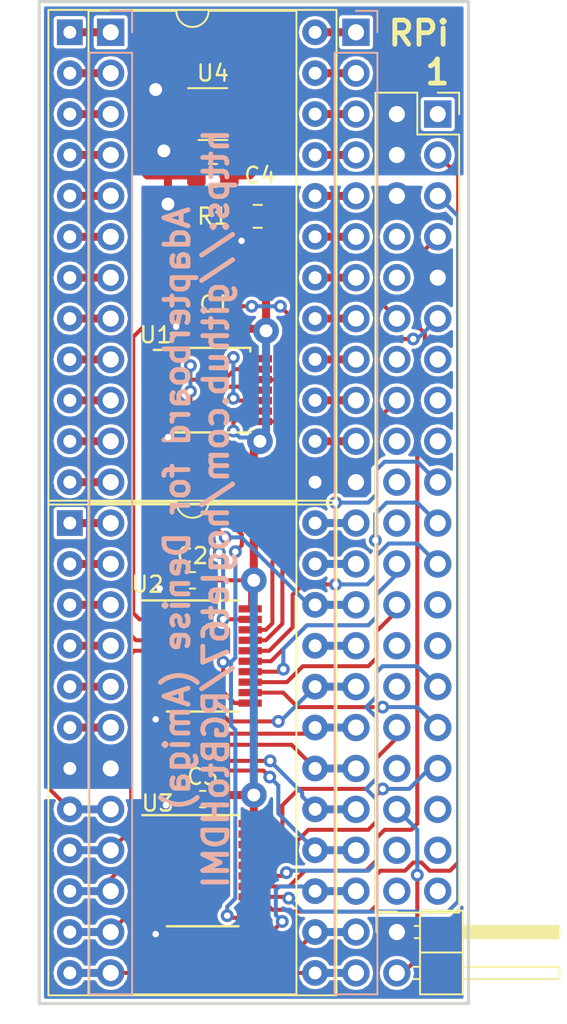
<source format=kicad_pcb>
(kicad_pcb (version 20171130) (host pcbnew "(5.0.0)")

  (general
    (thickness 1.6)
    (drawings 6)
    (tracks 501)
    (zones 0)
    (modules 15)
    (nets 93)
  )

  (page A4)
  (layers
    (0 F.Cu signal)
    (31 B.Cu signal)
    (32 B.Adhes user)
    (33 F.Adhes user)
    (34 B.Paste user)
    (35 F.Paste user)
    (36 B.SilkS user)
    (37 F.SilkS user)
    (38 B.Mask user)
    (39 F.Mask user)
    (40 Dwgs.User user)
    (41 Cmts.User user)
    (42 Eco1.User user)
    (43 Eco2.User user)
    (44 Edge.Cuts user)
    (45 Margin user)
    (46 B.CrtYd user)
    (47 F.CrtYd user)
    (48 B.Fab user)
    (49 F.Fab user)
  )

  (setup
    (last_trace_width 0.25)
    (user_trace_width 0.5)
    (trace_clearance 0.2)
    (zone_clearance 0.508)
    (zone_45_only no)
    (trace_min 0.2)
    (segment_width 0.2)
    (edge_width 0.15)
    (via_size 0.8)
    (via_drill 0.4)
    (via_min_size 0.4)
    (via_min_drill 0.3)
    (user_via 1.6 0.8)
    (uvia_size 0.3)
    (uvia_drill 0.1)
    (uvias_allowed no)
    (uvia_min_size 0.2)
    (uvia_min_drill 0.1)
    (pcb_text_width 0.3)
    (pcb_text_size 1.5 1.5)
    (mod_edge_width 0.15)
    (mod_text_size 1 1)
    (mod_text_width 0.15)
    (pad_size 1.524 1.524)
    (pad_drill 0.762)
    (pad_to_mask_clearance 0.2)
    (aux_axis_origin 0 0)
    (visible_elements 7FFFFFFF)
    (pcbplotparams
      (layerselection 0x010fc_ffffffff)
      (usegerberextensions false)
      (usegerberattributes false)
      (usegerberadvancedattributes false)
      (creategerberjobfile false)
      (excludeedgelayer true)
      (linewidth 0.100000)
      (plotframeref false)
      (viasonmask false)
      (mode 1)
      (useauxorigin false)
      (hpglpennumber 1)
      (hpglpenspeed 20)
      (hpglpendiameter 15.000000)
      (psnegative false)
      (psa4output false)
      (plotreference true)
      (plotvalue true)
      (plotinvisibletext false)
      (padsonsilk false)
      (subtractmaskfromsilk false)
      (outputformat 1)
      (mirror false)
      (drillshape 0)
      (scaleselection 1)
      (outputdirectory "./gerber"))
  )

  (net 0 "")
  (net 1 GND)
  (net 2 +3V3)
  (net 3 /B0)
  (net 4 /R3)
  (net 5 /R2)
  (net 6 /R1)
  (net 7 /R0)
  (net 8 +5V)
  (net 9 "Net-(JDenise1-Pad18)")
  (net 10 "Net-(JDenise1-Pad17)")
  (net 11 "Net-(JDenise1-Pad16)")
  (net 12 "Net-(JDenise1-Pad15)")
  (net 13 "Net-(JDenise1-Pad14)")
  (net 14 "Net-(JDenise1-Pad12)")
  (net 15 "Net-(JDenise1-Pad11)")
  (net 16 /CDAC)
  (net 17 "Net-(JDenise1-Pad10)")
  (net 18 "Net-(JDenise1-Pad9)")
  (net 19 /CSYNC)
  (net 20 "Net-(JDenise1-Pad8)")
  (net 21 /G3)
  (net 22 "Net-(JDenise1-Pad7)")
  (net 23 /G2)
  (net 24 "Net-(JDenise1-Pad6)")
  (net 25 /G1)
  (net 26 "Net-(JDenise1-Pad5)")
  (net 27 /G0)
  (net 28 "Net-(JDenise1-Pad4)")
  (net 29 /B3)
  (net 30 "Net-(JDenise1-Pad3)")
  (net 31 /B2)
  (net 32 "Net-(JDenise1-Pad2)")
  (net 33 /B1)
  (net 34 "Net-(JDenise1-Pad1)")
  (net 35 "Net-(JRaspberryPiZero1-Pad1)")
  (net 36 /PiCLK)
  (net 37 /PiCSYNC)
  (net 38 /PiR3)
  (net 39 /PiR2)
  (net 40 /PiR1)
  (net 41 "Net-(JRaspberryPiZero1-Pad13)")
  (net 42 /PiR0)
  (net 43 "Net-(JRaspberryPiZero1-Pad17)")
  (net 44 /PiG3)
  (net 45 /PiG2)
  (net 46 /PiG1)
  (net 47 /PiG0)
  (net 48 /PiB3)
  (net 49 /PiB2)
  (net 50 /PiB1)
  (net 51 /PiB0)
  (net 52 "Net-(U4-Pad4)")
  (net 53 "Net-(JRaspberryPiZero1-Pad8)")
  (net 54 "Net-(JRaspberryPiZero1-Pad10)")
  (net 55 "Net-(JRaspberryPiZero1-Pad12)")
  (net 56 "Net-(JRaspberryPiZero1-Pad18)")
  (net 57 "Net-(JRaspberryPiZero1-Pad22)")
  (net 58 "Net-(U1-Pad10)")
  (net 59 "Net-(U1-Pad11)")
  (net 60 "Net-(JRaspberryPiZero1-Pad14)")
  (net 61 "Net-(JRaspberryPiZero1-Pad15)")
  (net 62 "Net-(JRaspberryPiZero1-Pad20)")
  (net 63 "Net-(JRaspberryPiZero1-Pad25)")
  (net 64 "Net-(JRaspberryPiZero1-Pad27)")
  (net 65 "Net-(JRaspberryPiZero1-Pad28)")
  (net 66 "Net-(JRaspberryPiZero1-Pad30)")
  (net 67 "Net-(JRaspberryPiZero1-Pad34)")
  (net 68 "Net-(JRaspberryPiZero1-Pad39)")
  (net 69 "Net-(JRaspberryPiZero1-Pad40)")
  (net 70 "Net-(JDenise1-Pad19)")
  (net 71 "Net-(JDenise1-Pad20)")
  (net 72 "Net-(JDenise1-Pad21)")
  (net 73 "Net-(JDenise1-Pad22)")
  (net 74 "Net-(JDenise1-Pad23)")
  (net 75 "Net-(JDenise1-Pad24)")
  (net 76 "Net-(JDenise2-Pad24)")
  (net 77 "Net-(JDenise2-Pad23)")
  (net 78 "Net-(JDenise2-Pad21)")
  (net 79 "Net-(JDenise2-Pad6)")
  (net 80 "Net-(JDenise2-Pad5)")
  (net 81 "Net-(JDenise2-Pad4)")
  (net 82 "Net-(JDenise2-Pad3)")
  (net 83 "Net-(JDenise2-Pad2)")
  (net 84 "Net-(JDenise2-Pad1)")
  (net 85 "Net-(JRaspberryPiZero1-Pad35)")
  (net 86 "Net-(JRaspberryPiZero1-Pad38)")
  (net 87 "Net-(U3-Pad18)")
  (net 88 "Net-(U3-Pad19)")
  (net 89 "Net-(JButton1-Pad2)")
  (net 90 "Net-(U1-Pad2)")
  (net 91 "Net-(U1-Pad5)")
  (net 92 "Net-(JRaspberryPiZero1-Pad37)")

  (net_class Default "Dies ist die voreingestellte Netzklasse."
    (clearance 0.2)
    (trace_width 0.25)
    (via_dia 0.8)
    (via_drill 0.4)
    (uvia_dia 0.3)
    (uvia_drill 0.1)
    (add_net +3V3)
    (add_net +5V)
    (add_net /B0)
    (add_net /B1)
    (add_net /B2)
    (add_net /B3)
    (add_net /CDAC)
    (add_net /CSYNC)
    (add_net /G0)
    (add_net /G1)
    (add_net /G2)
    (add_net /G3)
    (add_net /PiB0)
    (add_net /PiB1)
    (add_net /PiB2)
    (add_net /PiB3)
    (add_net /PiCLK)
    (add_net /PiCSYNC)
    (add_net /PiG0)
    (add_net /PiG1)
    (add_net /PiG2)
    (add_net /PiG3)
    (add_net /PiR0)
    (add_net /PiR1)
    (add_net /PiR2)
    (add_net /PiR3)
    (add_net /R0)
    (add_net /R1)
    (add_net /R2)
    (add_net /R3)
    (add_net GND)
    (add_net "Net-(JButton1-Pad2)")
    (add_net "Net-(JDenise1-Pad1)")
    (add_net "Net-(JDenise1-Pad10)")
    (add_net "Net-(JDenise1-Pad11)")
    (add_net "Net-(JDenise1-Pad12)")
    (add_net "Net-(JDenise1-Pad14)")
    (add_net "Net-(JDenise1-Pad15)")
    (add_net "Net-(JDenise1-Pad16)")
    (add_net "Net-(JDenise1-Pad17)")
    (add_net "Net-(JDenise1-Pad18)")
    (add_net "Net-(JDenise1-Pad19)")
    (add_net "Net-(JDenise1-Pad2)")
    (add_net "Net-(JDenise1-Pad20)")
    (add_net "Net-(JDenise1-Pad21)")
    (add_net "Net-(JDenise1-Pad22)")
    (add_net "Net-(JDenise1-Pad23)")
    (add_net "Net-(JDenise1-Pad24)")
    (add_net "Net-(JDenise1-Pad3)")
    (add_net "Net-(JDenise1-Pad4)")
    (add_net "Net-(JDenise1-Pad5)")
    (add_net "Net-(JDenise1-Pad6)")
    (add_net "Net-(JDenise1-Pad7)")
    (add_net "Net-(JDenise1-Pad8)")
    (add_net "Net-(JDenise1-Pad9)")
    (add_net "Net-(JDenise2-Pad1)")
    (add_net "Net-(JDenise2-Pad2)")
    (add_net "Net-(JDenise2-Pad21)")
    (add_net "Net-(JDenise2-Pad23)")
    (add_net "Net-(JDenise2-Pad24)")
    (add_net "Net-(JDenise2-Pad3)")
    (add_net "Net-(JDenise2-Pad4)")
    (add_net "Net-(JDenise2-Pad5)")
    (add_net "Net-(JDenise2-Pad6)")
    (add_net "Net-(JRaspberryPiZero1-Pad1)")
    (add_net "Net-(JRaspberryPiZero1-Pad10)")
    (add_net "Net-(JRaspberryPiZero1-Pad12)")
    (add_net "Net-(JRaspberryPiZero1-Pad13)")
    (add_net "Net-(JRaspberryPiZero1-Pad14)")
    (add_net "Net-(JRaspberryPiZero1-Pad15)")
    (add_net "Net-(JRaspberryPiZero1-Pad17)")
    (add_net "Net-(JRaspberryPiZero1-Pad18)")
    (add_net "Net-(JRaspberryPiZero1-Pad20)")
    (add_net "Net-(JRaspberryPiZero1-Pad22)")
    (add_net "Net-(JRaspberryPiZero1-Pad25)")
    (add_net "Net-(JRaspberryPiZero1-Pad27)")
    (add_net "Net-(JRaspberryPiZero1-Pad28)")
    (add_net "Net-(JRaspberryPiZero1-Pad30)")
    (add_net "Net-(JRaspberryPiZero1-Pad34)")
    (add_net "Net-(JRaspberryPiZero1-Pad35)")
    (add_net "Net-(JRaspberryPiZero1-Pad37)")
    (add_net "Net-(JRaspberryPiZero1-Pad38)")
    (add_net "Net-(JRaspberryPiZero1-Pad39)")
    (add_net "Net-(JRaspberryPiZero1-Pad40)")
    (add_net "Net-(JRaspberryPiZero1-Pad8)")
    (add_net "Net-(U1-Pad10)")
    (add_net "Net-(U1-Pad11)")
    (add_net "Net-(U1-Pad2)")
    (add_net "Net-(U1-Pad5)")
    (add_net "Net-(U3-Pad18)")
    (add_net "Net-(U3-Pad19)")
    (add_net "Net-(U4-Pad4)")
  )

  (module Connector_PinHeader_2.54mm:PinHeader_1x24_P2.54mm_Vertical (layer B.Cu) (tedit 5F2BF7EC) (tstamp 5F3821ED)
    (at 119.38 60.96 180)
    (descr "Through hole straight pin header, 1x24, 2.54mm pitch, single row")
    (tags "Through hole pin header THT 1x24 2.54mm single row")
    (path /5F2D2DFE)
    (fp_text reference JMainBoard1 (at 0 2.33 180) (layer B.SilkS) hide
      (effects (font (size 1 1) (thickness 0.15)) (justify mirror))
    )
    (fp_text value Conn_01x24 (at 0 -60.75 180) (layer B.Fab)
      (effects (font (size 1 1) (thickness 0.15)) (justify mirror))
    )
    (fp_line (start -0.635 1.27) (end 1.27 1.27) (layer B.Fab) (width 0.1))
    (fp_line (start 1.27 1.27) (end 1.27 -59.69) (layer B.Fab) (width 0.1))
    (fp_line (start 1.27 -59.69) (end -1.27 -59.69) (layer B.Fab) (width 0.1))
    (fp_line (start -1.27 -59.69) (end -1.27 0.635) (layer B.Fab) (width 0.1))
    (fp_line (start -1.27 0.635) (end -0.635 1.27) (layer B.Fab) (width 0.1))
    (fp_line (start -1.33 -59.75) (end 1.33 -59.75) (layer B.SilkS) (width 0.12))
    (fp_line (start -1.33 -1.27) (end -1.33 -59.75) (layer B.SilkS) (width 0.12))
    (fp_line (start 1.33 -1.27) (end 1.33 -59.75) (layer B.SilkS) (width 0.12))
    (fp_line (start -1.33 -1.27) (end 1.33 -1.27) (layer B.SilkS) (width 0.12))
    (fp_line (start -1.33 0) (end -1.33 1.33) (layer B.SilkS) (width 0.12))
    (fp_line (start -1.33 1.33) (end 0 1.33) (layer B.SilkS) (width 0.12))
    (fp_line (start -1.8 1.8) (end -1.8 -60.2) (layer B.CrtYd) (width 0.05))
    (fp_line (start -1.8 -60.2) (end 1.8 -60.2) (layer B.CrtYd) (width 0.05))
    (fp_line (start 1.8 -60.2) (end 1.8 1.8) (layer B.CrtYd) (width 0.05))
    (fp_line (start 1.8 1.8) (end -1.8 1.8) (layer B.CrtYd) (width 0.05))
    (fp_text user %R (at 0 -29.21 90) (layer B.Fab)
      (effects (font (size 1 1) (thickness 0.15)) (justify mirror))
    )
    (pad 1 thru_hole rect (at 0 0 180) (size 1.7 1.7) (drill 1) (layers *.Cu *.Mask)
      (net 34 "Net-(JDenise1-Pad1)"))
    (pad 2 thru_hole oval (at 0 -2.54 180) (size 1.7 1.7) (drill 1) (layers *.Cu *.Mask)
      (net 32 "Net-(JDenise1-Pad2)"))
    (pad 3 thru_hole oval (at 0 -5.08 180) (size 1.7 1.7) (drill 1) (layers *.Cu *.Mask)
      (net 30 "Net-(JDenise1-Pad3)"))
    (pad 4 thru_hole oval (at 0 -7.62 180) (size 1.7 1.7) (drill 1) (layers *.Cu *.Mask)
      (net 28 "Net-(JDenise1-Pad4)"))
    (pad 5 thru_hole oval (at 0 -10.16 180) (size 1.7 1.7) (drill 1) (layers *.Cu *.Mask)
      (net 26 "Net-(JDenise1-Pad5)"))
    (pad 6 thru_hole oval (at 0 -12.7 180) (size 1.7 1.7) (drill 1) (layers *.Cu *.Mask)
      (net 24 "Net-(JDenise1-Pad6)"))
    (pad 7 thru_hole oval (at 0 -15.24 180) (size 1.7 1.7) (drill 1) (layers *.Cu *.Mask)
      (net 22 "Net-(JDenise1-Pad7)"))
    (pad 8 thru_hole oval (at 0 -17.78 180) (size 1.7 1.7) (drill 1) (layers *.Cu *.Mask)
      (net 20 "Net-(JDenise1-Pad8)"))
    (pad 9 thru_hole oval (at 0 -20.32 180) (size 1.7 1.7) (drill 1) (layers *.Cu *.Mask)
      (net 18 "Net-(JDenise1-Pad9)"))
    (pad 10 thru_hole oval (at 0 -22.86 180) (size 1.7 1.7) (drill 1) (layers *.Cu *.Mask)
      (net 17 "Net-(JDenise1-Pad10)"))
    (pad 11 thru_hole oval (at 0 -25.4 180) (size 1.7 1.7) (drill 1) (layers *.Cu *.Mask)
      (net 15 "Net-(JDenise1-Pad11)"))
    (pad 12 thru_hole oval (at 0 -27.94 180) (size 1.7 1.7) (drill 1) (layers *.Cu *.Mask)
      (net 14 "Net-(JDenise1-Pad12)"))
    (pad 13 thru_hole oval (at 0 -30.48 180) (size 1.7 1.7) (drill 1) (layers *.Cu *.Mask)
      (net 84 "Net-(JDenise2-Pad1)"))
    (pad 14 thru_hole oval (at 0 -33.02 180) (size 1.7 1.7) (drill 1) (layers *.Cu *.Mask)
      (net 83 "Net-(JDenise2-Pad2)"))
    (pad 15 thru_hole oval (at 0 -35.56 180) (size 1.7 1.7) (drill 1) (layers *.Cu *.Mask)
      (net 82 "Net-(JDenise2-Pad3)"))
    (pad 16 thru_hole oval (at 0 -38.1 180) (size 1.7 1.7) (drill 1) (layers *.Cu *.Mask)
      (net 81 "Net-(JDenise2-Pad4)"))
    (pad 17 thru_hole oval (at 0 -40.64 180) (size 1.7 1.7) (drill 1) (layers *.Cu *.Mask)
      (net 80 "Net-(JDenise2-Pad5)"))
    (pad 18 thru_hole oval (at 0 -43.18 180) (size 1.7 1.7) (drill 1) (layers *.Cu *.Mask)
      (net 79 "Net-(JDenise2-Pad6)"))
    (pad 19 thru_hole oval (at 0 -45.72 180) (size 1.7 1.7) (drill 1) (layers *.Cu *.Mask)
      (net 8 +5V))
    (pad 20 thru_hole oval (at 0 -48.26 180) (size 1.7 1.7) (drill 1) (layers *.Cu *.Mask)
      (net 7 /R0))
    (pad 21 thru_hole oval (at 0 -50.8 180) (size 1.7 1.7) (drill 1) (layers *.Cu *.Mask)
      (net 6 /R1))
    (pad 22 thru_hole oval (at 0 -53.34 180) (size 1.7 1.7) (drill 1) (layers *.Cu *.Mask)
      (net 5 /R2))
    (pad 23 thru_hole oval (at 0 -55.88 180) (size 1.7 1.7) (drill 1) (layers *.Cu *.Mask)
      (net 4 /R3))
    (pad 24 thru_hole oval (at 0 -58.42 180) (size 1.7 1.7) (drill 1) (layers *.Cu *.Mask)
      (net 3 /B0))
    (model ${KISYS3DMOD}/Connector_PinHeader_2.54mm.3dshapes/PinHeader_1x24_P2.54mm_Vertical.wrl
      (at (xyz 0 0 0))
      (scale (xyz 1 1 1))
      (rotate (xyz 0 0 0))
    )
  )

  (module Capacitor_SMD:C_0603_1608Metric_Pad1.05x0.95mm_HandSolder (layer F.Cu) (tedit 5B301BBE) (tstamp 5F36E99F)
    (at 125.73 79.375 180)
    (descr "Capacitor SMD 0603 (1608 Metric), square (rectangular) end terminal, IPC_7351 nominal with elongated pad for handsoldering. (Body size source: http://www.tortai-tech.com/upload/download/2011102023233369053.pdf), generated with kicad-footprint-generator")
    (tags "capacitor handsolder")
    (path /5FE10161)
    (attr smd)
    (fp_text reference C1 (at -0.127 1.524 180) (layer F.SilkS)
      (effects (font (size 1 1) (thickness 0.15)))
    )
    (fp_text value 100nF (at 0 1.43 180) (layer F.Fab)
      (effects (font (size 1 1) (thickness 0.15)))
    )
    (fp_text user %R (at 0 0 180) (layer F.Fab)
      (effects (font (size 0.4 0.4) (thickness 0.06)))
    )
    (fp_line (start 1.65 0.73) (end -1.65 0.73) (layer F.CrtYd) (width 0.05))
    (fp_line (start 1.65 -0.73) (end 1.65 0.73) (layer F.CrtYd) (width 0.05))
    (fp_line (start -1.65 -0.73) (end 1.65 -0.73) (layer F.CrtYd) (width 0.05))
    (fp_line (start -1.65 0.73) (end -1.65 -0.73) (layer F.CrtYd) (width 0.05))
    (fp_line (start -0.171267 0.51) (end 0.171267 0.51) (layer F.SilkS) (width 0.12))
    (fp_line (start -0.171267 -0.51) (end 0.171267 -0.51) (layer F.SilkS) (width 0.12))
    (fp_line (start 0.8 0.4) (end -0.8 0.4) (layer F.Fab) (width 0.1))
    (fp_line (start 0.8 -0.4) (end 0.8 0.4) (layer F.Fab) (width 0.1))
    (fp_line (start -0.8 -0.4) (end 0.8 -0.4) (layer F.Fab) (width 0.1))
    (fp_line (start -0.8 0.4) (end -0.8 -0.4) (layer F.Fab) (width 0.1))
    (pad 2 smd roundrect (at 0.875 0 180) (size 1.05 0.95) (layers F.Cu F.Paste F.Mask) (roundrect_rratio 0.25)
      (net 1 GND))
    (pad 1 smd roundrect (at -0.875 0 180) (size 1.05 0.95) (layers F.Cu F.Paste F.Mask) (roundrect_rratio 0.25)
      (net 2 +3V3))
    (model ${KISYS3DMOD}/Capacitor_SMD.3dshapes/C_0603_1608Metric.wrl
      (at (xyz 0 0 0))
      (scale (xyz 1 1 1))
      (rotate (xyz 0 0 0))
    )
  )

  (module Capacitor_SMD:C_0603_1608Metric_Pad1.05x0.95mm_HandSolder (layer F.Cu) (tedit 5B301BBE) (tstamp 5F372961)
    (at 124.46 94.996 180)
    (descr "Capacitor SMD 0603 (1608 Metric), square (rectangular) end terminal, IPC_7351 nominal with elongated pad for handsoldering. (Body size source: http://www.tortai-tech.com/upload/download/2011102023233369053.pdf), generated with kicad-footprint-generator")
    (tags "capacitor handsolder")
    (path /5FE101EB)
    (attr smd)
    (fp_text reference C2 (at 0 1.524 180) (layer F.SilkS)
      (effects (font (size 1 1) (thickness 0.15)))
    )
    (fp_text value 100nF (at 0 1.43 180) (layer F.Fab)
      (effects (font (size 1 1) (thickness 0.15)))
    )
    (fp_line (start -0.8 0.4) (end -0.8 -0.4) (layer F.Fab) (width 0.1))
    (fp_line (start -0.8 -0.4) (end 0.8 -0.4) (layer F.Fab) (width 0.1))
    (fp_line (start 0.8 -0.4) (end 0.8 0.4) (layer F.Fab) (width 0.1))
    (fp_line (start 0.8 0.4) (end -0.8 0.4) (layer F.Fab) (width 0.1))
    (fp_line (start -0.171267 -0.51) (end 0.171267 -0.51) (layer F.SilkS) (width 0.12))
    (fp_line (start -0.171267 0.51) (end 0.171267 0.51) (layer F.SilkS) (width 0.12))
    (fp_line (start -1.65 0.73) (end -1.65 -0.73) (layer F.CrtYd) (width 0.05))
    (fp_line (start -1.65 -0.73) (end 1.65 -0.73) (layer F.CrtYd) (width 0.05))
    (fp_line (start 1.65 -0.73) (end 1.65 0.73) (layer F.CrtYd) (width 0.05))
    (fp_line (start 1.65 0.73) (end -1.65 0.73) (layer F.CrtYd) (width 0.05))
    (fp_text user %R (at 0 0 180) (layer F.Fab)
      (effects (font (size 0.4 0.4) (thickness 0.06)))
    )
    (pad 1 smd roundrect (at -0.875 0 180) (size 1.05 0.95) (layers F.Cu F.Paste F.Mask) (roundrect_rratio 0.25)
      (net 2 +3V3))
    (pad 2 smd roundrect (at 0.875 0 180) (size 1.05 0.95) (layers F.Cu F.Paste F.Mask) (roundrect_rratio 0.25)
      (net 1 GND))
    (model ${KISYS3DMOD}/Capacitor_SMD.3dshapes/C_0603_1608Metric.wrl
      (at (xyz 0 0 0))
      (scale (xyz 1 1 1))
      (rotate (xyz 0 0 0))
    )
  )

  (module Capacitor_SMD:C_0603_1608Metric_Pad1.05x0.95mm_HandSolder (layer F.Cu) (tedit 5B301BBE) (tstamp 5F36E9C1)
    (at 125.095 108.585 180)
    (descr "Capacitor SMD 0603 (1608 Metric), square (rectangular) end terminal, IPC_7351 nominal with elongated pad for handsoldering. (Body size source: http://www.tortai-tech.com/upload/download/2011102023233369053.pdf), generated with kicad-footprint-generator")
    (tags "capacitor handsolder")
    (path /5FE1049B)
    (attr smd)
    (fp_text reference C3 (at 0 1.397 180) (layer F.SilkS)
      (effects (font (size 1 1) (thickness 0.15)))
    )
    (fp_text value 100nF (at 0 1.43 180) (layer F.Fab)
      (effects (font (size 1 1) (thickness 0.15)))
    )
    (fp_text user %R (at 0 0 180) (layer F.Fab)
      (effects (font (size 0.4 0.4) (thickness 0.06)))
    )
    (fp_line (start 1.65 0.73) (end -1.65 0.73) (layer F.CrtYd) (width 0.05))
    (fp_line (start 1.65 -0.73) (end 1.65 0.73) (layer F.CrtYd) (width 0.05))
    (fp_line (start -1.65 -0.73) (end 1.65 -0.73) (layer F.CrtYd) (width 0.05))
    (fp_line (start -1.65 0.73) (end -1.65 -0.73) (layer F.CrtYd) (width 0.05))
    (fp_line (start -0.171267 0.51) (end 0.171267 0.51) (layer F.SilkS) (width 0.12))
    (fp_line (start -0.171267 -0.51) (end 0.171267 -0.51) (layer F.SilkS) (width 0.12))
    (fp_line (start 0.8 0.4) (end -0.8 0.4) (layer F.Fab) (width 0.1))
    (fp_line (start 0.8 -0.4) (end 0.8 0.4) (layer F.Fab) (width 0.1))
    (fp_line (start -0.8 -0.4) (end 0.8 -0.4) (layer F.Fab) (width 0.1))
    (fp_line (start -0.8 0.4) (end -0.8 -0.4) (layer F.Fab) (width 0.1))
    (pad 2 smd roundrect (at 0.875 0 180) (size 1.05 0.95) (layers F.Cu F.Paste F.Mask) (roundrect_rratio 0.25)
      (net 1 GND))
    (pad 1 smd roundrect (at -0.875 0 180) (size 1.05 0.95) (layers F.Cu F.Paste F.Mask) (roundrect_rratio 0.25)
      (net 2 +3V3))
    (model ${KISYS3DMOD}/Capacitor_SMD.3dshapes/C_0603_1608Metric.wrl
      (at (xyz 0 0 0))
      (scale (xyz 1 1 1))
      (rotate (xyz 0 0 0))
    )
  )

  (module Package_SO:TSSOP-14_4.4x5mm_P0.65mm (layer F.Cu) (tedit 5A02F25C) (tstamp 5F382C8B)
    (at 125.73 83.185)
    (descr "14-Lead Plastic Thin Shrink Small Outline (ST)-4.4 mm Body [TSSOP] (see Microchip Packaging Specification 00000049BS.pdf)")
    (tags "SSOP 0.65")
    (path /5F56435F)
    (attr smd)
    (fp_text reference U1 (at -3.556 -3.429) (layer F.SilkS)
      (effects (font (size 1 1) (thickness 0.15)))
    )
    (fp_text value 74LVC86 (at 0 3.55) (layer F.Fab)
      (effects (font (size 1 1) (thickness 0.15)))
    )
    (fp_line (start -1.2 -2.5) (end 2.2 -2.5) (layer F.Fab) (width 0.15))
    (fp_line (start 2.2 -2.5) (end 2.2 2.5) (layer F.Fab) (width 0.15))
    (fp_line (start 2.2 2.5) (end -2.2 2.5) (layer F.Fab) (width 0.15))
    (fp_line (start -2.2 2.5) (end -2.2 -1.5) (layer F.Fab) (width 0.15))
    (fp_line (start -2.2 -1.5) (end -1.2 -2.5) (layer F.Fab) (width 0.15))
    (fp_line (start -3.95 -2.8) (end -3.95 2.8) (layer F.CrtYd) (width 0.05))
    (fp_line (start 3.95 -2.8) (end 3.95 2.8) (layer F.CrtYd) (width 0.05))
    (fp_line (start -3.95 -2.8) (end 3.95 -2.8) (layer F.CrtYd) (width 0.05))
    (fp_line (start -3.95 2.8) (end 3.95 2.8) (layer F.CrtYd) (width 0.05))
    (fp_line (start -2.325 -2.625) (end -2.325 -2.5) (layer F.SilkS) (width 0.15))
    (fp_line (start 2.325 -2.625) (end 2.325 -2.4) (layer F.SilkS) (width 0.15))
    (fp_line (start 2.325 2.625) (end 2.325 2.4) (layer F.SilkS) (width 0.15))
    (fp_line (start -2.325 2.625) (end -2.325 2.4) (layer F.SilkS) (width 0.15))
    (fp_line (start -2.325 -2.625) (end 2.325 -2.625) (layer F.SilkS) (width 0.15))
    (fp_line (start -2.325 2.625) (end 2.325 2.625) (layer F.SilkS) (width 0.15))
    (fp_line (start -2.325 -2.5) (end -3.675 -2.5) (layer F.SilkS) (width 0.15))
    (fp_text user %R (at 0 0) (layer F.Fab)
      (effects (font (size 0.8 0.8) (thickness 0.15)))
    )
    (pad 1 smd rect (at -2.95 -1.95) (size 1.45 0.45) (layers F.Cu F.Paste F.Mask)
      (net 2 +3V3))
    (pad 2 smd rect (at -2.95 -1.3) (size 1.45 0.45) (layers F.Cu F.Paste F.Mask)
      (net 90 "Net-(U1-Pad2)"))
    (pad 3 smd rect (at -2.95 -0.65) (size 1.45 0.45) (layers F.Cu F.Paste F.Mask)
      (net 58 "Net-(U1-Pad10)"))
    (pad 4 smd rect (at -2.95 0) (size 1.45 0.45) (layers F.Cu F.Paste F.Mask)
      (net 2 +3V3))
    (pad 5 smd rect (at -2.95 0.65) (size 1.45 0.45) (layers F.Cu F.Paste F.Mask)
      (net 91 "Net-(U1-Pad5)"))
    (pad 6 smd rect (at -2.95 1.3) (size 1.45 0.45) (layers F.Cu F.Paste F.Mask)
      (net 90 "Net-(U1-Pad2)"))
    (pad 7 smd rect (at -2.95 1.95) (size 1.45 0.45) (layers F.Cu F.Paste F.Mask)
      (net 1 GND))
    (pad 8 smd rect (at 2.95 1.95) (size 1.45 0.45) (layers F.Cu F.Paste F.Mask)
      (net 36 /PiCLK))
    (pad 9 smd rect (at 2.95 1.3) (size 1.45 0.45) (layers F.Cu F.Paste F.Mask)
      (net 2 +3V3))
    (pad 10 smd rect (at 2.95 0.65) (size 1.45 0.45) (layers F.Cu F.Paste F.Mask)
      (net 58 "Net-(U1-Pad10)"))
    (pad 11 smd rect (at 2.95 0) (size 1.45 0.45) (layers F.Cu F.Paste F.Mask)
      (net 59 "Net-(U1-Pad11)"))
    (pad 12 smd rect (at 2.95 -0.65) (size 1.45 0.45) (layers F.Cu F.Paste F.Mask)
      (net 36 /PiCLK))
    (pad 13 smd rect (at 2.95 -1.3) (size 1.45 0.45) (layers F.Cu F.Paste F.Mask)
      (net 16 /CDAC))
    (pad 14 smd rect (at 2.95 -1.95) (size 1.45 0.45) (layers F.Cu F.Paste F.Mask)
      (net 2 +3V3))
    (model ${KISYS3DMOD}/Package_SO.3dshapes/TSSOP-14_4.4x5mm_P0.65mm.wrl
      (at (xyz 0 0 0))
      (scale (xyz 1 1 1))
      (rotate (xyz 0 0 0))
    )
  )

  (module Package_SO:TSSOP-20_4.4x6.5mm_P0.65mm (layer F.Cu) (tedit 5A02F25C) (tstamp 5F36EBA1)
    (at 125.095 99.695)
    (descr "20-Lead Plastic Thin Shrink Small Outline (ST)-4.4 mm Body [TSSOP] (see Microchip Packaging Specification 00000049BS.pdf)")
    (tags "SSOP 0.65")
    (path /5F56462A)
    (attr smd)
    (fp_text reference U2 (at -3.429 -4.445) (layer F.SilkS)
      (effects (font (size 1 1) (thickness 0.15)))
    )
    (fp_text value 74LVC574 (at 0 4.3) (layer F.Fab)
      (effects (font (size 1 1) (thickness 0.15)))
    )
    (fp_text user %R (at 0 0) (layer F.Fab)
      (effects (font (size 0.8 0.8) (thickness 0.15)))
    )
    (fp_line (start -3.75 -3.45) (end 2.225 -3.45) (layer F.SilkS) (width 0.15))
    (fp_line (start -2.225 3.45) (end 2.225 3.45) (layer F.SilkS) (width 0.15))
    (fp_line (start -3.95 3.55) (end 3.95 3.55) (layer F.CrtYd) (width 0.05))
    (fp_line (start -3.95 -3.55) (end 3.95 -3.55) (layer F.CrtYd) (width 0.05))
    (fp_line (start 3.95 -3.55) (end 3.95 3.55) (layer F.CrtYd) (width 0.05))
    (fp_line (start -3.95 -3.55) (end -3.95 3.55) (layer F.CrtYd) (width 0.05))
    (fp_line (start -2.2 -2.25) (end -1.2 -3.25) (layer F.Fab) (width 0.15))
    (fp_line (start -2.2 3.25) (end -2.2 -2.25) (layer F.Fab) (width 0.15))
    (fp_line (start 2.2 3.25) (end -2.2 3.25) (layer F.Fab) (width 0.15))
    (fp_line (start 2.2 -3.25) (end 2.2 3.25) (layer F.Fab) (width 0.15))
    (fp_line (start -1.2 -3.25) (end 2.2 -3.25) (layer F.Fab) (width 0.15))
    (pad 20 smd rect (at 2.95 -2.925) (size 1.45 0.45) (layers F.Cu F.Paste F.Mask)
      (net 2 +3V3))
    (pad 19 smd rect (at 2.95 -2.275) (size 1.45 0.45) (layers F.Cu F.Paste F.Mask)
      (net 91 "Net-(U1-Pad5)"))
    (pad 18 smd rect (at 2.95 -1.625) (size 1.45 0.45) (layers F.Cu F.Paste F.Mask)
      (net 37 /PiCSYNC))
    (pad 17 smd rect (at 2.95 -0.975) (size 1.45 0.45) (layers F.Cu F.Paste F.Mask)
      (net 42 /PiR0))
    (pad 16 smd rect (at 2.95 -0.325) (size 1.45 0.45) (layers F.Cu F.Paste F.Mask)
      (net 40 /PiR1))
    (pad 15 smd rect (at 2.95 0.325) (size 1.45 0.45) (layers F.Cu F.Paste F.Mask)
      (net 44 /PiG3))
    (pad 14 smd rect (at 2.95 0.975) (size 1.45 0.45) (layers F.Cu F.Paste F.Mask)
      (net 45 /PiG2))
    (pad 13 smd rect (at 2.95 1.625) (size 1.45 0.45) (layers F.Cu F.Paste F.Mask)
      (net 46 /PiG1))
    (pad 12 smd rect (at 2.95 2.275) (size 1.45 0.45) (layers F.Cu F.Paste F.Mask)
      (net 47 /PiG0))
    (pad 11 smd rect (at 2.95 2.925) (size 1.45 0.45) (layers F.Cu F.Paste F.Mask)
      (net 59 "Net-(U1-Pad11)"))
    (pad 10 smd rect (at -2.95 2.925) (size 1.45 0.45) (layers F.Cu F.Paste F.Mask)
      (net 1 GND))
    (pad 9 smd rect (at -2.95 2.275) (size 1.45 0.45) (layers F.Cu F.Paste F.Mask)
      (net 27 /G0))
    (pad 8 smd rect (at -2.95 1.625) (size 1.45 0.45) (layers F.Cu F.Paste F.Mask)
      (net 25 /G1))
    (pad 7 smd rect (at -2.95 0.975) (size 1.45 0.45) (layers F.Cu F.Paste F.Mask)
      (net 23 /G2))
    (pad 6 smd rect (at -2.95 0.325) (size 1.45 0.45) (layers F.Cu F.Paste F.Mask)
      (net 21 /G3))
    (pad 5 smd rect (at -2.95 -0.325) (size 1.45 0.45) (layers F.Cu F.Paste F.Mask)
      (net 6 /R1))
    (pad 4 smd rect (at -2.95 -0.975) (size 1.45 0.45) (layers F.Cu F.Paste F.Mask)
      (net 7 /R0))
    (pad 3 smd rect (at -2.95 -1.625) (size 1.45 0.45) (layers F.Cu F.Paste F.Mask)
      (net 19 /CSYNC))
    (pad 2 smd rect (at -2.95 -2.275) (size 1.45 0.45) (layers F.Cu F.Paste F.Mask)
      (net 36 /PiCLK))
    (pad 1 smd rect (at -2.95 -2.925) (size 1.45 0.45) (layers F.Cu F.Paste F.Mask)
      (net 1 GND))
    (model ${KISYS3DMOD}/Package_SO.3dshapes/TSSOP-20_4.4x6.5mm_P0.65mm.wrl
      (at (xyz 0 0 0))
      (scale (xyz 1 1 1))
      (rotate (xyz 0 0 0))
    )
  )

  (module Package_SO:TSSOP-20_4.4x6.5mm_P0.65mm (layer F.Cu) (tedit 5F2BE6F9) (tstamp 5F383B17)
    (at 125.095 113.03)
    (descr "20-Lead Plastic Thin Shrink Small Outline (ST)-4.4 mm Body [TSSOP] (see Microchip Packaging Specification 00000049BS.pdf)")
    (tags "SSOP 0.65")
    (path /5F56452B)
    (attr smd)
    (fp_text reference U3 (at -2.794 -4.191) (layer F.SilkS)
      (effects (font (size 1 1) (thickness 0.15)))
    )
    (fp_text value 74LVC574 (at 0 4.3) (layer F.Fab)
      (effects (font (size 1 1) (thickness 0.15)))
    )
    (fp_line (start -1.2 -3.25) (end 2.2 -3.25) (layer F.Fab) (width 0.15))
    (fp_line (start 2.2 -3.25) (end 2.2 3.25) (layer F.Fab) (width 0.15))
    (fp_line (start 2.2 3.25) (end -2.2 3.25) (layer F.Fab) (width 0.15))
    (fp_line (start -2.2 3.25) (end -2.2 -2.25) (layer F.Fab) (width 0.15))
    (fp_line (start -2.2 -2.25) (end -1.2 -3.25) (layer F.Fab) (width 0.15))
    (fp_line (start -3.95 -3.55) (end -3.95 3.55) (layer F.CrtYd) (width 0.05))
    (fp_line (start 3.95 -3.55) (end 3.95 3.55) (layer F.CrtYd) (width 0.05))
    (fp_line (start -3.95 -3.55) (end 3.95 -3.55) (layer F.CrtYd) (width 0.05))
    (fp_line (start -3.95 3.55) (end 3.95 3.55) (layer F.CrtYd) (width 0.05))
    (fp_line (start -2.225 3.45) (end 2.225 3.45) (layer F.SilkS) (width 0.15))
    (fp_line (start -3.75 -3.45) (end 2.225 -3.45) (layer F.SilkS) (width 0.15))
    (fp_text user %R (at 0 0) (layer F.Fab)
      (effects (font (size 0.8 0.8) (thickness 0.15)))
    )
    (pad 1 smd rect (at -2.95 -2.925) (size 1.45 0.45) (layers F.Cu F.Paste F.Mask)
      (net 1 GND))
    (pad 2 smd rect (at -2.95 -2.275) (size 1.45 0.45) (layers F.Cu F.Paste F.Mask)
      (net 2 +3V3))
    (pad 3 smd rect (at -2.95 -1.625) (size 1.45 0.45) (layers F.Cu F.Paste F.Mask)
      (net 2 +3V3))
    (pad 4 smd rect (at -2.95 -0.975) (size 1.45 0.45) (layers F.Cu F.Paste F.Mask)
      (net 5 /R2))
    (pad 5 smd rect (at -2.95 -0.325) (size 1.45 0.45) (layers F.Cu F.Paste F.Mask)
      (net 4 /R3))
    (pad 6 smd rect (at -2.95 0.325) (size 1.45 0.45) (layers F.Cu F.Paste F.Mask)
      (net 29 /B3))
    (pad 7 smd rect (at -2.95 0.975) (size 1.45 0.45) (layers F.Cu F.Paste F.Mask)
      (net 31 /B2))
    (pad 8 smd rect (at -2.95 1.625) (size 1.45 0.45) (layers F.Cu F.Paste F.Mask)
      (net 33 /B1))
    (pad 9 smd rect (at -2.95 2.275) (size 1.45 0.45) (layers F.Cu F.Paste F.Mask)
      (net 3 /B0))
    (pad 10 smd rect (at -2.95 2.925) (size 1.45 0.45) (layers F.Cu F.Paste F.Mask)
      (net 1 GND))
    (pad 11 smd rect (at 2.95 2.925) (size 1.45 0.45) (layers F.Cu F.Paste F.Mask)
      (net 59 "Net-(U1-Pad11)"))
    (pad 12 smd rect (at 2.95 2.275) (size 1.45 0.45) (layers F.Cu F.Paste F.Mask)
      (net 51 /PiB0))
    (pad 13 smd rect (at 2.95 1.625) (size 1.45 0.45) (layers F.Cu F.Paste F.Mask)
      (net 50 /PiB1))
    (pad 14 smd rect (at 2.95 0.975) (size 1.45 0.45) (layers F.Cu F.Paste F.Mask)
      (net 49 /PiB2))
    (pad 15 smd rect (at 2.95 0.325) (size 1.45 0.45) (layers F.Cu F.Paste F.Mask)
      (net 48 /PiB3))
    (pad 16 smd rect (at 2.95 -0.325) (size 1.45 0.45) (layers F.Cu F.Paste F.Mask)
      (net 38 /PiR3))
    (pad 17 smd rect (at 2.95 -0.975) (size 1.45 0.45) (layers F.Cu F.Paste F.Mask)
      (net 39 /PiR2))
    (pad 18 smd rect (at 2.95 -1.625) (size 1.45 0.45) (layers F.Cu F.Paste F.Mask)
      (net 87 "Net-(U3-Pad18)"))
    (pad 19 smd rect (at 2.95 -2.275) (size 1.45 0.45) (layers F.Cu F.Paste F.Mask)
      (net 88 "Net-(U3-Pad19)"))
    (pad 20 smd rect (at 2.95 -2.925) (size 1.45 0.45) (layers F.Cu F.Paste F.Mask)
      (net 2 +3V3))
    (model ${KISYS3DMOD}/Package_SO.3dshapes/TSSOP-20_4.4x6.5mm_P0.65mm.wrl
      (at (xyz 0 0 0))
      (scale (xyz 1 1 1))
      (rotate (xyz 0 0 0))
    )
  )

  (module Package_TO_SOT_SMD:SOT-23-5_HandSoldering (layer F.Cu) (tedit 5A0AB76C) (tstamp 5F3856BC)
    (at 125.73 66.04)
    (descr "5-pin SOT23 package")
    (tags "SOT-23-5 hand-soldering")
    (path /5FD0A50A)
    (attr smd)
    (fp_text reference U4 (at 0 -2.54) (layer F.SilkS)
      (effects (font (size 1 1) (thickness 0.15)))
    )
    (fp_text value TLV74333PDBVR (at 0 2.9) (layer F.Fab)
      (effects (font (size 1 1) (thickness 0.15)))
    )
    (fp_text user %R (at 0 0 90) (layer F.Fab)
      (effects (font (size 0.5 0.5) (thickness 0.075)))
    )
    (fp_line (start -0.9 1.61) (end 0.9 1.61) (layer F.SilkS) (width 0.12))
    (fp_line (start 0.9 -1.61) (end -1.55 -1.61) (layer F.SilkS) (width 0.12))
    (fp_line (start -0.9 -0.9) (end -0.25 -1.55) (layer F.Fab) (width 0.1))
    (fp_line (start 0.9 -1.55) (end -0.25 -1.55) (layer F.Fab) (width 0.1))
    (fp_line (start -0.9 -0.9) (end -0.9 1.55) (layer F.Fab) (width 0.1))
    (fp_line (start 0.9 1.55) (end -0.9 1.55) (layer F.Fab) (width 0.1))
    (fp_line (start 0.9 -1.55) (end 0.9 1.55) (layer F.Fab) (width 0.1))
    (fp_line (start -2.38 -1.8) (end 2.38 -1.8) (layer F.CrtYd) (width 0.05))
    (fp_line (start -2.38 -1.8) (end -2.38 1.8) (layer F.CrtYd) (width 0.05))
    (fp_line (start 2.38 1.8) (end 2.38 -1.8) (layer F.CrtYd) (width 0.05))
    (fp_line (start 2.38 1.8) (end -2.38 1.8) (layer F.CrtYd) (width 0.05))
    (pad 1 smd rect (at -1.35 -0.95) (size 1.56 0.65) (layers F.Cu F.Paste F.Mask)
      (net 8 +5V))
    (pad 2 smd rect (at -1.35 0) (size 1.56 0.65) (layers F.Cu F.Paste F.Mask)
      (net 1 GND))
    (pad 3 smd rect (at -1.35 0.95) (size 1.56 0.65) (layers F.Cu F.Paste F.Mask)
      (net 8 +5V))
    (pad 4 smd rect (at 1.35 0.95) (size 1.56 0.65) (layers F.Cu F.Paste F.Mask)
      (net 52 "Net-(U4-Pad4)"))
    (pad 5 smd rect (at 1.35 -0.95) (size 1.56 0.65) (layers F.Cu F.Paste F.Mask)
      (net 2 +3V3))
    (model ${KISYS3DMOD}/Package_TO_SOT_SMD.3dshapes/SOT-23-5.wrl
      (at (xyz 0 0 0))
      (scale (xyz 1 1 1))
      (rotate (xyz 0 0 0))
    )
  )

  (module Connector_PinSocket_2.54mm:PinSocket_2x20_P2.54mm_Vertical (layer F.Cu) (tedit 5F2BF76F) (tstamp 5F36F6CB)
    (at 139.7 66.04)
    (descr "Through hole straight socket strip, 2x20, 2.54mm pitch, double cols (from Kicad 4.0.7), script generated")
    (tags "Through hole socket strip THT 2x20 2.54mm double row")
    (path /5F2A889B)
    (fp_text reference JRaspberryPiZero1 (at -1.27 -2.77) (layer F.SilkS) hide
      (effects (font (size 1 1) (thickness 0.15)))
    )
    (fp_text value Conn_02x20_Odd_Even (at -1.27 51.03) (layer F.Fab)
      (effects (font (size 1 1) (thickness 0.15)))
    )
    (fp_line (start -3.81 -1.27) (end 0.27 -1.27) (layer F.Fab) (width 0.1))
    (fp_line (start 0.27 -1.27) (end 1.27 -0.27) (layer F.Fab) (width 0.1))
    (fp_line (start 1.27 -0.27) (end 1.27 49.53) (layer F.Fab) (width 0.1))
    (fp_line (start 1.27 49.53) (end -3.81 49.53) (layer F.Fab) (width 0.1))
    (fp_line (start -3.81 49.53) (end -3.81 -1.27) (layer F.Fab) (width 0.1))
    (fp_line (start -3.87 -1.33) (end -1.27 -1.33) (layer F.SilkS) (width 0.12))
    (fp_line (start -3.87 -1.33) (end -3.87 49.59) (layer F.SilkS) (width 0.12))
    (fp_line (start -3.87 49.59) (end 1.33 49.59) (layer F.SilkS) (width 0.12))
    (fp_line (start 1.33 1.27) (end 1.33 49.59) (layer F.SilkS) (width 0.12))
    (fp_line (start -1.27 1.27) (end 1.33 1.27) (layer F.SilkS) (width 0.12))
    (fp_line (start -1.27 -1.33) (end -1.27 1.27) (layer F.SilkS) (width 0.12))
    (fp_line (start 1.33 -1.33) (end 1.33 0) (layer F.SilkS) (width 0.12))
    (fp_line (start 0 -1.33) (end 1.33 -1.33) (layer F.SilkS) (width 0.12))
    (fp_line (start -4.34 -1.8) (end 1.76 -1.8) (layer F.CrtYd) (width 0.05))
    (fp_line (start 1.76 -1.8) (end 1.76 50) (layer F.CrtYd) (width 0.05))
    (fp_line (start 1.76 50) (end -4.34 50) (layer F.CrtYd) (width 0.05))
    (fp_line (start -4.34 50) (end -4.34 -1.8) (layer F.CrtYd) (width 0.05))
    (fp_text user %R (at -1.27 24.13 90) (layer F.Fab)
      (effects (font (size 1 1) (thickness 0.15)))
    )
    (pad 1 thru_hole rect (at 0 0) (size 1.7 1.7) (drill 1) (layers *.Cu *.Mask)
      (net 35 "Net-(JRaspberryPiZero1-Pad1)"))
    (pad 2 thru_hole oval (at -2.54 0) (size 1.7 1.7) (drill 1) (layers *.Cu *.Mask)
      (net 8 +5V))
    (pad 3 thru_hole oval (at 0 2.54) (size 1.7 1.7) (drill 1) (layers *.Cu *.Mask)
      (net 51 /PiB0))
    (pad 4 thru_hole oval (at -2.54 2.54) (size 1.7 1.7) (drill 1) (layers *.Cu *.Mask)
      (net 8 +5V))
    (pad 5 thru_hole oval (at 0 5.08) (size 1.7 1.7) (drill 1) (layers *.Cu *.Mask)
      (net 50 /PiB1))
    (pad 6 thru_hole oval (at -2.54 5.08) (size 1.7 1.7) (drill 1) (layers *.Cu *.Mask)
      (net 1 GND))
    (pad 7 thru_hole oval (at 0 7.62) (size 1.7 1.7) (drill 1) (layers *.Cu *.Mask)
      (net 49 /PiB2))
    (pad 8 thru_hole oval (at -2.54 7.62) (size 1.7 1.7) (drill 1) (layers *.Cu *.Mask)
      (net 53 "Net-(JRaspberryPiZero1-Pad8)"))
    (pad 9 thru_hole oval (at 0 10.16) (size 1.7 1.7) (drill 1) (layers *.Cu *.Mask)
      (net 1 GND))
    (pad 10 thru_hole oval (at -2.54 10.16) (size 1.7 1.7) (drill 1) (layers *.Cu *.Mask)
      (net 54 "Net-(JRaspberryPiZero1-Pad10)"))
    (pad 11 thru_hole oval (at 0 12.7) (size 1.7 1.7) (drill 1) (layers *.Cu *.Mask)
      (net 36 /PiCLK))
    (pad 12 thru_hole oval (at -2.54 12.7) (size 1.7 1.7) (drill 1) (layers *.Cu *.Mask)
      (net 55 "Net-(JRaspberryPiZero1-Pad12)"))
    (pad 13 thru_hole oval (at 0 15.24) (size 1.7 1.7) (drill 1) (layers *.Cu *.Mask)
      (net 41 "Net-(JRaspberryPiZero1-Pad13)"))
    (pad 14 thru_hole oval (at -2.54 15.24) (size 1.7 1.7) (drill 1) (layers *.Cu *.Mask)
      (net 60 "Net-(JRaspberryPiZero1-Pad14)"))
    (pad 15 thru_hole oval (at 0 17.78) (size 1.7 1.7) (drill 1) (layers *.Cu *.Mask)
      (net 61 "Net-(JRaspberryPiZero1-Pad15)"))
    (pad 16 thru_hole oval (at -2.54 17.78) (size 1.7 1.7) (drill 1) (layers *.Cu *.Mask)
      (net 37 /PiCSYNC))
    (pad 17 thru_hole oval (at 0 20.32) (size 1.7 1.7) (drill 1) (layers *.Cu *.Mask)
      (net 43 "Net-(JRaspberryPiZero1-Pad17)"))
    (pad 18 thru_hole oval (at -2.54 20.32) (size 1.7 1.7) (drill 1) (layers *.Cu *.Mask)
      (net 56 "Net-(JRaspberryPiZero1-Pad18)"))
    (pad 19 thru_hole oval (at 0 22.86) (size 1.7 1.7) (drill 1) (layers *.Cu *.Mask)
      (net 42 /PiR0))
    (pad 20 thru_hole oval (at -2.54 22.86) (size 1.7 1.7) (drill 1) (layers *.Cu *.Mask)
      (net 62 "Net-(JRaspberryPiZero1-Pad20)"))
    (pad 21 thru_hole oval (at 0 25.4) (size 1.7 1.7) (drill 1) (layers *.Cu *.Mask)
      (net 44 /PiG3))
    (pad 22 thru_hole oval (at -2.54 25.4) (size 1.7 1.7) (drill 1) (layers *.Cu *.Mask)
      (net 57 "Net-(JRaspberryPiZero1-Pad22)"))
    (pad 23 thru_hole oval (at 0 27.94) (size 1.7 1.7) (drill 1) (layers *.Cu *.Mask)
      (net 40 /PiR1))
    (pad 24 thru_hole oval (at -2.54 27.94) (size 1.7 1.7) (drill 1) (layers *.Cu *.Mask)
      (net 45 /PiG2))
    (pad 25 thru_hole oval (at 0 30.48) (size 1.7 1.7) (drill 1) (layers *.Cu *.Mask)
      (net 63 "Net-(JRaspberryPiZero1-Pad25)"))
    (pad 26 thru_hole oval (at -2.54 30.48) (size 1.7 1.7) (drill 1) (layers *.Cu *.Mask)
      (net 46 /PiG1))
    (pad 27 thru_hole oval (at 0 33.02) (size 1.7 1.7) (drill 1) (layers *.Cu *.Mask)
      (net 64 "Net-(JRaspberryPiZero1-Pad27)"))
    (pad 28 thru_hole oval (at -2.54 33.02) (size 1.7 1.7) (drill 1) (layers *.Cu *.Mask)
      (net 65 "Net-(JRaspberryPiZero1-Pad28)"))
    (pad 29 thru_hole oval (at 0 35.56) (size 1.7 1.7) (drill 1) (layers *.Cu *.Mask)
      (net 48 /PiB3))
    (pad 30 thru_hole oval (at -2.54 35.56) (size 1.7 1.7) (drill 1) (layers *.Cu *.Mask)
      (net 66 "Net-(JRaspberryPiZero1-Pad30)"))
    (pad 31 thru_hole oval (at 0 38.1) (size 1.7 1.7) (drill 1) (layers *.Cu *.Mask)
      (net 47 /PiG0))
    (pad 32 thru_hole oval (at -2.54 38.1) (size 1.7 1.7) (drill 1) (layers *.Cu *.Mask)
      (net 39 /PiR2))
    (pad 33 thru_hole oval (at 0 40.64) (size 1.7 1.7) (drill 1) (layers *.Cu *.Mask)
      (net 38 /PiR3))
    (pad 34 thru_hole oval (at -2.54 40.64) (size 1.7 1.7) (drill 1) (layers *.Cu *.Mask)
      (net 67 "Net-(JRaspberryPiZero1-Pad34)"))
    (pad 35 thru_hole oval (at 0 43.18) (size 1.7 1.7) (drill 1) (layers *.Cu *.Mask)
      (net 85 "Net-(JRaspberryPiZero1-Pad35)"))
    (pad 36 thru_hole oval (at -2.54 43.18) (size 1.7 1.7) (drill 1) (layers *.Cu *.Mask)
      (net 89 "Net-(JButton1-Pad2)"))
    (pad 37 thru_hole oval (at 0 45.72) (size 1.7 1.7) (drill 1) (layers *.Cu *.Mask)
      (net 92 "Net-(JRaspberryPiZero1-Pad37)"))
    (pad 38 thru_hole oval (at -2.54 45.72) (size 1.7 1.7) (drill 1) (layers *.Cu *.Mask)
      (net 86 "Net-(JRaspberryPiZero1-Pad38)"))
    (pad 39 thru_hole oval (at 0 48.26) (size 1.7 1.7) (drill 1) (layers *.Cu *.Mask)
      (net 68 "Net-(JRaspberryPiZero1-Pad39)"))
    (pad 40 thru_hole oval (at -2.54 48.26) (size 1.7 1.7) (drill 1) (layers *.Cu *.Mask)
      (net 69 "Net-(JRaspberryPiZero1-Pad40)"))
    (model ${KISYS3DMOD}/Connector_PinSocket_2.54mm.3dshapes/PinSocket_2x20_P2.54mm_Vertical.wrl
      (at (xyz 0 0 0))
      (scale (xyz 1 1 1))
      (rotate (xyz 0 0 0))
    )
  )

  (module Connector_PinHeader_2.54mm:PinHeader_1x24_P2.54mm_Vertical (layer B.Cu) (tedit 5F2BF7E4) (tstamp 5F382243)
    (at 134.62 60.96 180)
    (descr "Through hole straight pin header, 1x24, 2.54mm pitch, single row")
    (tags "Through hole pin header THT 1x24 2.54mm single row")
    (path /5F2EEB90)
    (fp_text reference JMainBoard2 (at 0 2.33 180) (layer B.SilkS) hide
      (effects (font (size 1 1) (thickness 0.15)) (justify mirror))
    )
    (fp_text value Conn_01x24 (at 0 -60.75 180) (layer B.Fab)
      (effects (font (size 1 1) (thickness 0.15)) (justify mirror))
    )
    (fp_text user %R (at 0 -29.21 90) (layer B.Fab)
      (effects (font (size 1 1) (thickness 0.15)) (justify mirror))
    )
    (fp_line (start 1.8 1.8) (end -1.8 1.8) (layer B.CrtYd) (width 0.05))
    (fp_line (start 1.8 -60.2) (end 1.8 1.8) (layer B.CrtYd) (width 0.05))
    (fp_line (start -1.8 -60.2) (end 1.8 -60.2) (layer B.CrtYd) (width 0.05))
    (fp_line (start -1.8 1.8) (end -1.8 -60.2) (layer B.CrtYd) (width 0.05))
    (fp_line (start -1.33 1.33) (end 0 1.33) (layer B.SilkS) (width 0.12))
    (fp_line (start -1.33 0) (end -1.33 1.33) (layer B.SilkS) (width 0.12))
    (fp_line (start -1.33 -1.27) (end 1.33 -1.27) (layer B.SilkS) (width 0.12))
    (fp_line (start 1.33 -1.27) (end 1.33 -59.75) (layer B.SilkS) (width 0.12))
    (fp_line (start -1.33 -1.27) (end -1.33 -59.75) (layer B.SilkS) (width 0.12))
    (fp_line (start -1.33 -59.75) (end 1.33 -59.75) (layer B.SilkS) (width 0.12))
    (fp_line (start -1.27 0.635) (end -0.635 1.27) (layer B.Fab) (width 0.1))
    (fp_line (start -1.27 -59.69) (end -1.27 0.635) (layer B.Fab) (width 0.1))
    (fp_line (start 1.27 -59.69) (end -1.27 -59.69) (layer B.Fab) (width 0.1))
    (fp_line (start 1.27 1.27) (end 1.27 -59.69) (layer B.Fab) (width 0.1))
    (fp_line (start -0.635 1.27) (end 1.27 1.27) (layer B.Fab) (width 0.1))
    (pad 24 thru_hole oval (at 0 -58.42 180) (size 1.7 1.7) (drill 1) (layers *.Cu *.Mask)
      (net 33 /B1))
    (pad 23 thru_hole oval (at 0 -55.88 180) (size 1.7 1.7) (drill 1) (layers *.Cu *.Mask)
      (net 31 /B2))
    (pad 22 thru_hole oval (at 0 -53.34 180) (size 1.7 1.7) (drill 1) (layers *.Cu *.Mask)
      (net 29 /B3))
    (pad 21 thru_hole oval (at 0 -50.8 180) (size 1.7 1.7) (drill 1) (layers *.Cu *.Mask)
      (net 27 /G0))
    (pad 20 thru_hole oval (at 0 -48.26 180) (size 1.7 1.7) (drill 1) (layers *.Cu *.Mask)
      (net 25 /G1))
    (pad 19 thru_hole oval (at 0 -45.72 180) (size 1.7 1.7) (drill 1) (layers *.Cu *.Mask)
      (net 23 /G2))
    (pad 18 thru_hole oval (at 0 -43.18 180) (size 1.7 1.7) (drill 1) (layers *.Cu *.Mask)
      (net 21 /G3))
    (pad 17 thru_hole oval (at 0 -40.64 180) (size 1.7 1.7) (drill 1) (layers *.Cu *.Mask)
      (net 19 /CSYNC))
    (pad 16 thru_hole oval (at 0 -38.1 180) (size 1.7 1.7) (drill 1) (layers *.Cu *.Mask)
      (net 78 "Net-(JDenise2-Pad21)"))
    (pad 15 thru_hole oval (at 0 -35.56 180) (size 1.7 1.7) (drill 1) (layers *.Cu *.Mask)
      (net 16 /CDAC))
    (pad 14 thru_hole oval (at 0 -33.02 180) (size 1.7 1.7) (drill 1) (layers *.Cu *.Mask)
      (net 77 "Net-(JDenise2-Pad23)"))
    (pad 13 thru_hole oval (at 0 -30.48 180) (size 1.7 1.7) (drill 1) (layers *.Cu *.Mask)
      (net 76 "Net-(JDenise2-Pad24)"))
    (pad 12 thru_hole oval (at 0 -27.94 180) (size 1.7 1.7) (drill 1) (layers *.Cu *.Mask)
      (net 1 GND))
    (pad 11 thru_hole oval (at 0 -25.4 180) (size 1.7 1.7) (drill 1) (layers *.Cu *.Mask)
      (net 13 "Net-(JDenise1-Pad14)"))
    (pad 10 thru_hole oval (at 0 -22.86 180) (size 1.7 1.7) (drill 1) (layers *.Cu *.Mask)
      (net 12 "Net-(JDenise1-Pad15)"))
    (pad 9 thru_hole oval (at 0 -20.32 180) (size 1.7 1.7) (drill 1) (layers *.Cu *.Mask)
      (net 11 "Net-(JDenise1-Pad16)"))
    (pad 8 thru_hole oval (at 0 -17.78 180) (size 1.7 1.7) (drill 1) (layers *.Cu *.Mask)
      (net 10 "Net-(JDenise1-Pad17)"))
    (pad 7 thru_hole oval (at 0 -15.24 180) (size 1.7 1.7) (drill 1) (layers *.Cu *.Mask)
      (net 9 "Net-(JDenise1-Pad18)"))
    (pad 6 thru_hole oval (at 0 -12.7 180) (size 1.7 1.7) (drill 1) (layers *.Cu *.Mask)
      (net 70 "Net-(JDenise1-Pad19)"))
    (pad 5 thru_hole oval (at 0 -10.16 180) (size 1.7 1.7) (drill 1) (layers *.Cu *.Mask)
      (net 71 "Net-(JDenise1-Pad20)"))
    (pad 4 thru_hole oval (at 0 -7.62 180) (size 1.7 1.7) (drill 1) (layers *.Cu *.Mask)
      (net 72 "Net-(JDenise1-Pad21)"))
    (pad 3 thru_hole oval (at 0 -5.08 180) (size 1.7 1.7) (drill 1) (layers *.Cu *.Mask)
      (net 73 "Net-(JDenise1-Pad22)"))
    (pad 2 thru_hole oval (at 0 -2.54 180) (size 1.7 1.7) (drill 1) (layers *.Cu *.Mask)
      (net 74 "Net-(JDenise1-Pad23)"))
    (pad 1 thru_hole rect (at 0 0 180) (size 1.7 1.7) (drill 1) (layers *.Cu *.Mask)
      (net 75 "Net-(JDenise1-Pad24)"))
    (model ${KISYS3DMOD}/Connector_PinHeader_2.54mm.3dshapes/PinHeader_1x24_P2.54mm_Vertical.wrl
      (at (xyz 0 0 0))
      (scale (xyz 1 1 1))
      (rotate (xyz 0 0 0))
    )
  )

  (module Capacitor_SMD:C_0805_2012Metric_Pad1.15x1.40mm_HandSolder (layer F.Cu) (tedit 5B36C52B) (tstamp 5F38559E)
    (at 125.73 69.85 180)
    (descr "Capacitor SMD 0805 (2012 Metric), square (rectangular) end terminal, IPC_7351 nominal with elongated pad for handsoldering. (Body size source: https://docs.google.com/spreadsheets/d/1BsfQQcO9C6DZCsRaXUlFlo91Tg2WpOkGARC1WS5S8t0/edit?usp=sharing), generated with kicad-footprint-generator")
    (tags "capacitor handsolder")
    (path /5FE100A9)
    (attr smd)
    (fp_text reference C4 (at -2.921 0 180) (layer F.SilkS)
      (effects (font (size 1 1) (thickness 0.15)))
    )
    (fp_text value 1uF (at 0 1.65 180) (layer F.Fab)
      (effects (font (size 1 1) (thickness 0.15)))
    )
    (fp_line (start -1 0.6) (end -1 -0.6) (layer F.Fab) (width 0.1))
    (fp_line (start -1 -0.6) (end 1 -0.6) (layer F.Fab) (width 0.1))
    (fp_line (start 1 -0.6) (end 1 0.6) (layer F.Fab) (width 0.1))
    (fp_line (start 1 0.6) (end -1 0.6) (layer F.Fab) (width 0.1))
    (fp_line (start -0.261252 -0.71) (end 0.261252 -0.71) (layer F.SilkS) (width 0.12))
    (fp_line (start -0.261252 0.71) (end 0.261252 0.71) (layer F.SilkS) (width 0.12))
    (fp_line (start -1.85 0.95) (end -1.85 -0.95) (layer F.CrtYd) (width 0.05))
    (fp_line (start -1.85 -0.95) (end 1.85 -0.95) (layer F.CrtYd) (width 0.05))
    (fp_line (start 1.85 -0.95) (end 1.85 0.95) (layer F.CrtYd) (width 0.05))
    (fp_line (start 1.85 0.95) (end -1.85 0.95) (layer F.CrtYd) (width 0.05))
    (fp_text user %R (at 0 0 180) (layer F.Fab)
      (effects (font (size 0.5 0.5) (thickness 0.08)))
    )
    (pad 1 smd roundrect (at -1.025 0 180) (size 1.15 1.4) (layers F.Cu F.Paste F.Mask) (roundrect_rratio 0.217391)
      (net 2 +3V3))
    (pad 2 smd roundrect (at 1.025 0 180) (size 1.15 1.4) (layers F.Cu F.Paste F.Mask) (roundrect_rratio 0.217391)
      (net 1 GND))
    (model ${KISYS3DMOD}/Capacitor_SMD.3dshapes/C_0805_2012Metric.wrl
      (at (xyz 0 0 0))
      (scale (xyz 1 1 1))
      (rotate (xyz 0 0 0))
    )
  )

  (module Resistor_SMD:R_0805_2012Metric_Pad1.15x1.40mm_HandSolder (layer F.Cu) (tedit 5B36C52B) (tstamp 5F3855FF)
    (at 128.515 72.39 180)
    (descr "Resistor SMD 0805 (2012 Metric), square (rectangular) end terminal, IPC_7351 nominal with elongated pad for handsoldering. (Body size source: https://docs.google.com/spreadsheets/d/1BsfQQcO9C6DZCsRaXUlFlo91Tg2WpOkGARC1WS5S8t0/edit?usp=sharing), generated with kicad-footprint-generator")
    (tags "resistor handsolder")
    (path /5FA8375F)
    (attr smd)
    (fp_text reference R1 (at 2.785 0 180) (layer F.SilkS)
      (effects (font (size 1 1) (thickness 0.15)))
    )
    (fp_text value 3k3 (at 0 1.65 180) (layer F.Fab)
      (effects (font (size 1 1) (thickness 0.15)))
    )
    (fp_line (start -1 0.6) (end -1 -0.6) (layer F.Fab) (width 0.1))
    (fp_line (start -1 -0.6) (end 1 -0.6) (layer F.Fab) (width 0.1))
    (fp_line (start 1 -0.6) (end 1 0.6) (layer F.Fab) (width 0.1))
    (fp_line (start 1 0.6) (end -1 0.6) (layer F.Fab) (width 0.1))
    (fp_line (start -0.261252 -0.71) (end 0.261252 -0.71) (layer F.SilkS) (width 0.12))
    (fp_line (start -0.261252 0.71) (end 0.261252 0.71) (layer F.SilkS) (width 0.12))
    (fp_line (start -1.85 0.95) (end -1.85 -0.95) (layer F.CrtYd) (width 0.05))
    (fp_line (start -1.85 -0.95) (end 1.85 -0.95) (layer F.CrtYd) (width 0.05))
    (fp_line (start 1.85 -0.95) (end 1.85 0.95) (layer F.CrtYd) (width 0.05))
    (fp_line (start 1.85 0.95) (end -1.85 0.95) (layer F.CrtYd) (width 0.05))
    (fp_text user %R (at 0 0 180) (layer F.Fab)
      (effects (font (size 0.5 0.5) (thickness 0.08)))
    )
    (pad 1 smd roundrect (at -1.025 0 180) (size 1.15 1.4) (layers F.Cu F.Paste F.Mask) (roundrect_rratio 0.217391)
      (net 55 "Net-(JRaspberryPiZero1-Pad12)"))
    (pad 2 smd roundrect (at 1.025 0 180) (size 1.15 1.4) (layers F.Cu F.Paste F.Mask) (roundrect_rratio 0.217391)
      (net 1 GND))
    (model ${KISYS3DMOD}/Resistor_SMD.3dshapes/R_0805_2012Metric.wrl
      (at (xyz 0 0 0))
      (scale (xyz 1 1 1))
      (rotate (xyz 0 0 0))
    )
  )

  (module Package_DIP:DIP-24_W15.24mm_Socket (layer F.Cu) (tedit 5F2BFC37) (tstamp 5F386B79)
    (at 116.84 60.96)
    (descr "24-lead though-hole mounted DIP package, row spacing 15.24 mm (600 mils), Socket")
    (tags "THT DIP DIL PDIP 2.54mm 15.24mm 600mil Socket")
    (path /5FA9D291)
    (fp_text reference JDenise1 (at 7.62 -2.33) (layer F.SilkS) hide
      (effects (font (size 1 1) (thickness 0.15)))
    )
    (fp_text value Conn_02x12_Counter_Clockwise (at 7.62 30.27) (layer F.Fab)
      (effects (font (size 1 1) (thickness 0.15)))
    )
    (fp_arc (start 7.62 -1.33) (end 6.62 -1.33) (angle -180) (layer F.SilkS) (width 0.12))
    (fp_line (start 1.255 -1.27) (end 14.985 -1.27) (layer F.Fab) (width 0.1))
    (fp_line (start 14.985 -1.27) (end 14.985 29.21) (layer F.Fab) (width 0.1))
    (fp_line (start 14.985 29.21) (end 0.255 29.21) (layer F.Fab) (width 0.1))
    (fp_line (start 0.255 29.21) (end 0.255 -0.27) (layer F.Fab) (width 0.1))
    (fp_line (start 0.255 -0.27) (end 1.255 -1.27) (layer F.Fab) (width 0.1))
    (fp_line (start -1.27 -1.33) (end -1.27 29.27) (layer F.Fab) (width 0.1))
    (fp_line (start -1.27 29.27) (end 16.51 29.27) (layer F.Fab) (width 0.1))
    (fp_line (start 16.51 29.27) (end 16.51 -1.33) (layer F.Fab) (width 0.1))
    (fp_line (start 16.51 -1.33) (end -1.27 -1.33) (layer F.Fab) (width 0.1))
    (fp_line (start 6.62 -1.33) (end 1.16 -1.33) (layer F.SilkS) (width 0.12))
    (fp_line (start 1.16 -1.33) (end 1.16 29.27) (layer F.SilkS) (width 0.12))
    (fp_line (start 1.16 29.27) (end 14.08 29.27) (layer F.SilkS) (width 0.12))
    (fp_line (start 14.08 29.27) (end 14.08 -1.33) (layer F.SilkS) (width 0.12))
    (fp_line (start 14.08 -1.33) (end 8.62 -1.33) (layer F.SilkS) (width 0.12))
    (fp_line (start -1.33 -1.39) (end -1.33 29.33) (layer F.SilkS) (width 0.12))
    (fp_line (start -1.33 29.33) (end 16.57 29.33) (layer F.SilkS) (width 0.12))
    (fp_line (start 16.57 29.33) (end 16.57 -1.39) (layer F.SilkS) (width 0.12))
    (fp_line (start 16.57 -1.39) (end -1.33 -1.39) (layer F.SilkS) (width 0.12))
    (fp_line (start -1.55 -1.6) (end -1.55 29.55) (layer F.CrtYd) (width 0.05))
    (fp_line (start -1.55 29.55) (end 16.8 29.55) (layer F.CrtYd) (width 0.05))
    (fp_line (start 16.8 29.55) (end 16.8 -1.6) (layer F.CrtYd) (width 0.05))
    (fp_line (start 16.8 -1.6) (end -1.55 -1.6) (layer F.CrtYd) (width 0.05))
    (fp_text user %R (at 7.62 13.97) (layer F.Fab)
      (effects (font (size 1 1) (thickness 0.15)))
    )
    (pad 1 thru_hole rect (at 0 0) (size 1.6 1.6) (drill 0.8) (layers *.Cu *.Mask)
      (net 34 "Net-(JDenise1-Pad1)"))
    (pad 13 thru_hole oval (at 15.24 27.94) (size 1.6 1.6) (drill 0.8) (layers *.Cu *.Mask)
      (net 1 GND))
    (pad 2 thru_hole oval (at 0 2.54) (size 1.6 1.6) (drill 0.8) (layers *.Cu *.Mask)
      (net 32 "Net-(JDenise1-Pad2)"))
    (pad 14 thru_hole oval (at 15.24 25.4) (size 1.6 1.6) (drill 0.8) (layers *.Cu *.Mask)
      (net 13 "Net-(JDenise1-Pad14)"))
    (pad 3 thru_hole oval (at 0 5.08) (size 1.6 1.6) (drill 0.8) (layers *.Cu *.Mask)
      (net 30 "Net-(JDenise1-Pad3)"))
    (pad 15 thru_hole oval (at 15.24 22.86) (size 1.6 1.6) (drill 0.8) (layers *.Cu *.Mask)
      (net 12 "Net-(JDenise1-Pad15)"))
    (pad 4 thru_hole oval (at 0 7.62) (size 1.6 1.6) (drill 0.8) (layers *.Cu *.Mask)
      (net 28 "Net-(JDenise1-Pad4)"))
    (pad 16 thru_hole oval (at 15.24 20.32) (size 1.6 1.6) (drill 0.8) (layers *.Cu *.Mask)
      (net 11 "Net-(JDenise1-Pad16)"))
    (pad 5 thru_hole oval (at 0 10.16) (size 1.6 1.6) (drill 0.8) (layers *.Cu *.Mask)
      (net 26 "Net-(JDenise1-Pad5)"))
    (pad 17 thru_hole oval (at 15.24 17.78) (size 1.6 1.6) (drill 0.8) (layers *.Cu *.Mask)
      (net 10 "Net-(JDenise1-Pad17)"))
    (pad 6 thru_hole oval (at 0 12.7) (size 1.6 1.6) (drill 0.8) (layers *.Cu *.Mask)
      (net 24 "Net-(JDenise1-Pad6)"))
    (pad 18 thru_hole oval (at 15.24 15.24) (size 1.6 1.6) (drill 0.8) (layers *.Cu *.Mask)
      (net 9 "Net-(JDenise1-Pad18)"))
    (pad 7 thru_hole oval (at 0 15.24) (size 1.6 1.6) (drill 0.8) (layers *.Cu *.Mask)
      (net 22 "Net-(JDenise1-Pad7)"))
    (pad 19 thru_hole oval (at 15.24 12.7) (size 1.6 1.6) (drill 0.8) (layers *.Cu *.Mask)
      (net 70 "Net-(JDenise1-Pad19)"))
    (pad 8 thru_hole oval (at 0 17.78) (size 1.6 1.6) (drill 0.8) (layers *.Cu *.Mask)
      (net 20 "Net-(JDenise1-Pad8)"))
    (pad 20 thru_hole oval (at 15.24 10.16) (size 1.6 1.6) (drill 0.8) (layers *.Cu *.Mask)
      (net 71 "Net-(JDenise1-Pad20)"))
    (pad 9 thru_hole oval (at 0 20.32) (size 1.6 1.6) (drill 0.8) (layers *.Cu *.Mask)
      (net 18 "Net-(JDenise1-Pad9)"))
    (pad 21 thru_hole oval (at 15.24 7.62) (size 1.6 1.6) (drill 0.8) (layers *.Cu *.Mask)
      (net 72 "Net-(JDenise1-Pad21)"))
    (pad 10 thru_hole oval (at 0 22.86) (size 1.6 1.6) (drill 0.8) (layers *.Cu *.Mask)
      (net 17 "Net-(JDenise1-Pad10)"))
    (pad 22 thru_hole oval (at 15.24 5.08) (size 1.6 1.6) (drill 0.8) (layers *.Cu *.Mask)
      (net 73 "Net-(JDenise1-Pad22)"))
    (pad 11 thru_hole oval (at 0 25.4) (size 1.6 1.6) (drill 0.8) (layers *.Cu *.Mask)
      (net 15 "Net-(JDenise1-Pad11)"))
    (pad 23 thru_hole oval (at 15.24 2.54) (size 1.6 1.6) (drill 0.8) (layers *.Cu *.Mask)
      (net 74 "Net-(JDenise1-Pad23)"))
    (pad 12 thru_hole oval (at 0 27.94) (size 1.6 1.6) (drill 0.8) (layers *.Cu *.Mask)
      (net 14 "Net-(JDenise1-Pad12)"))
    (pad 24 thru_hole oval (at 15.24 0) (size 1.6 1.6) (drill 0.8) (layers *.Cu *.Mask)
      (net 75 "Net-(JDenise1-Pad24)"))
    (model ${KISYS3DMOD}/Package_DIP.3dshapes/DIP-24_W15.24mm_Socket.wrl
      (at (xyz 0 0 0))
      (scale (xyz 1 1 1))
      (rotate (xyz 0 0 0))
    )
  )

  (module Package_DIP:DIP-24_W15.24mm_Socket (layer F.Cu) (tedit 5F2BFC3F) (tstamp 5F386BDF)
    (at 116.84 91.44)
    (descr "24-lead though-hole mounted DIP package, row spacing 15.24 mm (600 mils), Socket")
    (tags "THT DIP DIL PDIP 2.54mm 15.24mm 600mil Socket")
    (path /5FA9D3AF)
    (fp_text reference JDenise2 (at 7.62 -2.33) (layer F.SilkS) hide
      (effects (font (size 1 1) (thickness 0.15)))
    )
    (fp_text value Conn_02x12_Counter_Clockwise (at 7.62 30.27) (layer F.Fab)
      (effects (font (size 1 1) (thickness 0.15)))
    )
    (fp_text user %R (at 7.62 13.97) (layer F.Fab)
      (effects (font (size 1 1) (thickness 0.15)))
    )
    (fp_line (start 16.8 -1.6) (end -1.55 -1.6) (layer F.CrtYd) (width 0.05))
    (fp_line (start 16.8 29.55) (end 16.8 -1.6) (layer F.CrtYd) (width 0.05))
    (fp_line (start -1.55 29.55) (end 16.8 29.55) (layer F.CrtYd) (width 0.05))
    (fp_line (start -1.55 -1.6) (end -1.55 29.55) (layer F.CrtYd) (width 0.05))
    (fp_line (start 16.57 -1.39) (end -1.33 -1.39) (layer F.SilkS) (width 0.12))
    (fp_line (start 16.57 29.33) (end 16.57 -1.39) (layer F.SilkS) (width 0.12))
    (fp_line (start -1.33 29.33) (end 16.57 29.33) (layer F.SilkS) (width 0.12))
    (fp_line (start -1.33 -1.39) (end -1.33 29.33) (layer F.SilkS) (width 0.12))
    (fp_line (start 14.08 -1.33) (end 8.62 -1.33) (layer F.SilkS) (width 0.12))
    (fp_line (start 14.08 29.27) (end 14.08 -1.33) (layer F.SilkS) (width 0.12))
    (fp_line (start 1.16 29.27) (end 14.08 29.27) (layer F.SilkS) (width 0.12))
    (fp_line (start 1.16 -1.33) (end 1.16 29.27) (layer F.SilkS) (width 0.12))
    (fp_line (start 6.62 -1.33) (end 1.16 -1.33) (layer F.SilkS) (width 0.12))
    (fp_line (start 16.51 -1.33) (end -1.27 -1.33) (layer F.Fab) (width 0.1))
    (fp_line (start 16.51 29.27) (end 16.51 -1.33) (layer F.Fab) (width 0.1))
    (fp_line (start -1.27 29.27) (end 16.51 29.27) (layer F.Fab) (width 0.1))
    (fp_line (start -1.27 -1.33) (end -1.27 29.27) (layer F.Fab) (width 0.1))
    (fp_line (start 0.255 -0.27) (end 1.255 -1.27) (layer F.Fab) (width 0.1))
    (fp_line (start 0.255 29.21) (end 0.255 -0.27) (layer F.Fab) (width 0.1))
    (fp_line (start 14.985 29.21) (end 0.255 29.21) (layer F.Fab) (width 0.1))
    (fp_line (start 14.985 -1.27) (end 14.985 29.21) (layer F.Fab) (width 0.1))
    (fp_line (start 1.255 -1.27) (end 14.985 -1.27) (layer F.Fab) (width 0.1))
    (fp_arc (start 7.62 -1.33) (end 6.62 -1.33) (angle -180) (layer F.SilkS) (width 0.12))
    (pad 24 thru_hole oval (at 15.24 0) (size 1.6 1.6) (drill 0.8) (layers *.Cu *.Mask)
      (net 76 "Net-(JDenise2-Pad24)"))
    (pad 12 thru_hole oval (at 0 27.94) (size 1.6 1.6) (drill 0.8) (layers *.Cu *.Mask)
      (net 3 /B0))
    (pad 23 thru_hole oval (at 15.24 2.54) (size 1.6 1.6) (drill 0.8) (layers *.Cu *.Mask)
      (net 77 "Net-(JDenise2-Pad23)"))
    (pad 11 thru_hole oval (at 0 25.4) (size 1.6 1.6) (drill 0.8) (layers *.Cu *.Mask)
      (net 4 /R3))
    (pad 22 thru_hole oval (at 15.24 5.08) (size 1.6 1.6) (drill 0.8) (layers *.Cu *.Mask)
      (net 16 /CDAC))
    (pad 10 thru_hole oval (at 0 22.86) (size 1.6 1.6) (drill 0.8) (layers *.Cu *.Mask)
      (net 5 /R2))
    (pad 21 thru_hole oval (at 15.24 7.62) (size 1.6 1.6) (drill 0.8) (layers *.Cu *.Mask)
      (net 78 "Net-(JDenise2-Pad21)"))
    (pad 9 thru_hole oval (at 0 20.32) (size 1.6 1.6) (drill 0.8) (layers *.Cu *.Mask)
      (net 6 /R1))
    (pad 20 thru_hole oval (at 15.24 10.16) (size 1.6 1.6) (drill 0.8) (layers *.Cu *.Mask)
      (net 19 /CSYNC))
    (pad 8 thru_hole oval (at 0 17.78) (size 1.6 1.6) (drill 0.8) (layers *.Cu *.Mask)
      (net 7 /R0))
    (pad 19 thru_hole oval (at 15.24 12.7) (size 1.6 1.6) (drill 0.8) (layers *.Cu *.Mask)
      (net 21 /G3))
    (pad 7 thru_hole oval (at 0 15.24) (size 1.6 1.6) (drill 0.8) (layers *.Cu *.Mask)
      (net 8 +5V))
    (pad 18 thru_hole oval (at 15.24 15.24) (size 1.6 1.6) (drill 0.8) (layers *.Cu *.Mask)
      (net 23 /G2))
    (pad 6 thru_hole oval (at 0 12.7) (size 1.6 1.6) (drill 0.8) (layers *.Cu *.Mask)
      (net 79 "Net-(JDenise2-Pad6)"))
    (pad 17 thru_hole oval (at 15.24 17.78) (size 1.6 1.6) (drill 0.8) (layers *.Cu *.Mask)
      (net 25 /G1))
    (pad 5 thru_hole oval (at 0 10.16) (size 1.6 1.6) (drill 0.8) (layers *.Cu *.Mask)
      (net 80 "Net-(JDenise2-Pad5)"))
    (pad 16 thru_hole oval (at 15.24 20.32) (size 1.6 1.6) (drill 0.8) (layers *.Cu *.Mask)
      (net 27 /G0))
    (pad 4 thru_hole oval (at 0 7.62) (size 1.6 1.6) (drill 0.8) (layers *.Cu *.Mask)
      (net 81 "Net-(JDenise2-Pad4)"))
    (pad 15 thru_hole oval (at 15.24 22.86) (size 1.6 1.6) (drill 0.8) (layers *.Cu *.Mask)
      (net 29 /B3))
    (pad 3 thru_hole oval (at 0 5.08) (size 1.6 1.6) (drill 0.8) (layers *.Cu *.Mask)
      (net 82 "Net-(JDenise2-Pad3)"))
    (pad 14 thru_hole oval (at 15.24 25.4) (size 1.6 1.6) (drill 0.8) (layers *.Cu *.Mask)
      (net 31 /B2))
    (pad 2 thru_hole oval (at 0 2.54) (size 1.6 1.6) (drill 0.8) (layers *.Cu *.Mask)
      (net 83 "Net-(JDenise2-Pad2)"))
    (pad 13 thru_hole oval (at 15.24 27.94) (size 1.6 1.6) (drill 0.8) (layers *.Cu *.Mask)
      (net 33 /B1))
    (pad 1 thru_hole rect (at 0 0) (size 1.6 1.6) (drill 0.8) (layers *.Cu *.Mask)
      (net 84 "Net-(JDenise2-Pad1)"))
    (model ${KISYS3DMOD}/Package_DIP.3dshapes/DIP-24_W15.24mm_Socket.wrl
      (at (xyz 0 0 0))
      (scale (xyz 1 1 1))
      (rotate (xyz 0 0 0))
    )
  )

  (module Connector_PinHeader_2.54mm:PinHeader_1x02_P2.54mm_Horizontal (layer F.Cu) (tedit 5F3593F3) (tstamp 5F417540)
    (at 137.16 116.84)
    (descr "Through hole angled pin header, 1x02, 2.54mm pitch, 6mm pin length, single row")
    (tags "Through hole angled pin header THT 1x02 2.54mm single row")
    (path /5F3EA598)
    (fp_text reference JButton1 (at 4.385 -2.27) (layer F.SilkS) hide
      (effects (font (size 1 1) (thickness 0.15)))
    )
    (fp_text value Conn_01x02 (at 4.385 4.81) (layer F.Fab)
      (effects (font (size 1 1) (thickness 0.15)))
    )
    (fp_text user %R (at 2.77 1.27 90) (layer F.Fab)
      (effects (font (size 1 1) (thickness 0.15)))
    )
    (fp_line (start 10.55 -1.8) (end -1.8 -1.8) (layer F.CrtYd) (width 0.05))
    (fp_line (start 10.55 4.35) (end 10.55 -1.8) (layer F.CrtYd) (width 0.05))
    (fp_line (start -1.8 4.35) (end 10.55 4.35) (layer F.CrtYd) (width 0.05))
    (fp_line (start -1.8 -1.8) (end -1.8 4.35) (layer F.CrtYd) (width 0.05))
    (fp_line (start -1.27 -1.27) (end 0 -1.27) (layer F.SilkS) (width 0.12))
    (fp_line (start -1.27 0) (end -1.27 -1.27) (layer F.SilkS) (width 0.12))
    (fp_line (start 1.042929 2.92) (end 1.44 2.92) (layer F.SilkS) (width 0.12))
    (fp_line (start 1.042929 2.16) (end 1.44 2.16) (layer F.SilkS) (width 0.12))
    (fp_line (start 10.1 2.92) (end 4.1 2.92) (layer F.SilkS) (width 0.12))
    (fp_line (start 10.1 2.16) (end 10.1 2.92) (layer F.SilkS) (width 0.12))
    (fp_line (start 4.1 2.16) (end 10.1 2.16) (layer F.SilkS) (width 0.12))
    (fp_line (start 1.44 1.27) (end 4.1 1.27) (layer F.SilkS) (width 0.12))
    (fp_line (start 1.11 0.38) (end 1.44 0.38) (layer F.SilkS) (width 0.12))
    (fp_line (start 1.11 -0.38) (end 1.44 -0.38) (layer F.SilkS) (width 0.12))
    (fp_line (start 4.1 0.28) (end 10.1 0.28) (layer F.SilkS) (width 0.12))
    (fp_line (start 4.1 0.16) (end 10.1 0.16) (layer F.SilkS) (width 0.12))
    (fp_line (start 4.1 0.04) (end 10.1 0.04) (layer F.SilkS) (width 0.12))
    (fp_line (start 4.1 -0.08) (end 10.1 -0.08) (layer F.SilkS) (width 0.12))
    (fp_line (start 4.1 -0.2) (end 10.1 -0.2) (layer F.SilkS) (width 0.12))
    (fp_line (start 4.1 -0.32) (end 10.1 -0.32) (layer F.SilkS) (width 0.12))
    (fp_line (start 10.1 0.38) (end 4.1 0.38) (layer F.SilkS) (width 0.12))
    (fp_line (start 10.1 -0.38) (end 10.1 0.38) (layer F.SilkS) (width 0.12))
    (fp_line (start 4.1 -0.38) (end 10.1 -0.38) (layer F.SilkS) (width 0.12))
    (fp_line (start 4.1 -1.33) (end 1.44 -1.33) (layer F.SilkS) (width 0.12))
    (fp_line (start 4.1 3.87) (end 4.1 -1.33) (layer F.SilkS) (width 0.12))
    (fp_line (start 1.44 3.87) (end 4.1 3.87) (layer F.SilkS) (width 0.12))
    (fp_line (start 1.44 -1.33) (end 1.44 3.87) (layer F.SilkS) (width 0.12))
    (fp_line (start 4.04 2.86) (end 10.04 2.86) (layer F.Fab) (width 0.1))
    (fp_line (start 10.04 2.22) (end 10.04 2.86) (layer F.Fab) (width 0.1))
    (fp_line (start 4.04 2.22) (end 10.04 2.22) (layer F.Fab) (width 0.1))
    (fp_line (start -0.32 2.86) (end 1.5 2.86) (layer F.Fab) (width 0.1))
    (fp_line (start -0.32 2.22) (end -0.32 2.86) (layer F.Fab) (width 0.1))
    (fp_line (start -0.32 2.22) (end 1.5 2.22) (layer F.Fab) (width 0.1))
    (fp_line (start 4.04 0.32) (end 10.04 0.32) (layer F.Fab) (width 0.1))
    (fp_line (start 10.04 -0.32) (end 10.04 0.32) (layer F.Fab) (width 0.1))
    (fp_line (start 4.04 -0.32) (end 10.04 -0.32) (layer F.Fab) (width 0.1))
    (fp_line (start -0.32 0.32) (end 1.5 0.32) (layer F.Fab) (width 0.1))
    (fp_line (start -0.32 -0.32) (end -0.32 0.32) (layer F.Fab) (width 0.1))
    (fp_line (start -0.32 -0.32) (end 1.5 -0.32) (layer F.Fab) (width 0.1))
    (fp_line (start 1.5 -0.635) (end 2.135 -1.27) (layer F.Fab) (width 0.1))
    (fp_line (start 1.5 3.81) (end 1.5 -0.635) (layer F.Fab) (width 0.1))
    (fp_line (start 4.04 3.81) (end 1.5 3.81) (layer F.Fab) (width 0.1))
    (fp_line (start 4.04 -1.27) (end 4.04 3.81) (layer F.Fab) (width 0.1))
    (fp_line (start 2.135 -1.27) (end 4.04 -1.27) (layer F.Fab) (width 0.1))
    (pad 2 thru_hole oval (at 0 2.54) (size 1.7 1.7) (drill 1) (layers *.Cu *.Mask)
      (net 89 "Net-(JButton1-Pad2)"))
    (pad 1 thru_hole rect (at 0 0) (size 1.7 1.7) (drill 1) (layers *.Cu *.Mask)
      (net 1 GND))
    (model ${KISYS3DMOD}/Connector_PinHeader_2.54mm.3dshapes/PinHeader_1x02_P2.54mm_Horizontal.wrl
      (at (xyz 0 0 0))
      (scale (xyz 1 1 1))
      (rotate (xyz 0 0 0))
    )
  )

  (gr_line (start 141.605 59.055) (end 141.605 121.285) (layer Edge.Cuts) (width 0.2))
  (gr_text "Adapterboard for Denise (Amiga)\nhttps://github.com/hoglet67/RGBtoHDMI" (at 124.714 90.551 90) (layer B.SilkS)
    (effects (font (size 1.5 1.5) (thickness 0.3)) (justify mirror))
  )
  (gr_text "RPi\n1" (at 140.589 62.23) (layer F.SilkS)
    (effects (font (size 1.5 1.5) (thickness 0.3)) (justify right))
  )
  (gr_line (start 114.935 59.055) (end 141.605 59.055) (layer Edge.Cuts) (width 0.2))
  (gr_line (start 114.935 59.055) (end 114.935 121.285) (layer Edge.Cuts) (width 0.2))
  (gr_line (start 114.935 121.285) (end 141.605 121.285) (layer Edge.Cuts) (width 0.2))

  (via (at 122.936 71.628) (size 1.6) (drill 0.8) (layers F.Cu B.Cu) (net 1))
  (segment (start 122.936 69.85) (end 122.936 71.628) (width 0.5) (layer F.Cu) (net 1))
  (segment (start 122.936 69.85) (end 124.615 69.85) (width 0.5) (layer F.Cu) (net 1))
  (segment (start 121.666 69.85) (end 122.936 69.85) (width 0.5) (layer F.Cu) (net 1))
  (segment (start 121.158 69.342) (end 121.666 69.85) (width 0.5) (layer F.Cu) (net 1))
  (segment (start 121.158 67.056) (end 121.158 69.342) (width 0.5) (layer F.Cu) (net 1))
  (segment (start 124.38 66.04) (end 122.174 66.04) (width 0.5) (layer F.Cu) (net 1))
  (segment (start 122.174 66.04) (end 121.158 67.056) (width 0.5) (layer F.Cu) (net 1))
  (via (at 122.936 86.106) (size 0.8) (drill 0.4) (layers F.Cu B.Cu) (net 1))
  (segment (start 122.78 85.135) (end 122.78 85.95) (width 0.25) (layer F.Cu) (net 1))
  (segment (start 122.78 85.95) (end 122.936 86.106) (width 0.25) (layer F.Cu) (net 1))
  (via (at 123.444 79.248) (size 0.8) (drill 0.4) (layers F.Cu B.Cu) (net 1))
  (segment (start 123.571 79.375) (end 123.444 79.248) (width 0.25) (layer F.Cu) (net 1))
  (segment (start 124.855 79.375) (end 123.571 79.375) (width 0.25) (layer F.Cu) (net 1))
  (via (at 122.174 103.632) (size 0.8) (drill 0.4) (layers F.Cu B.Cu) (net 1))
  (segment (start 122.145 102.62) (end 122.145 103.603) (width 0.25) (layer F.Cu) (net 1))
  (segment (start 122.145 103.603) (end 122.174 103.632) (width 0.25) (layer F.Cu) (net 1))
  (via (at 127.508 73.914) (size 0.8) (drill 0.4) (layers F.Cu B.Cu) (net 1))
  (segment (start 127.49 72.39) (end 127.49 73.896) (width 0.25) (layer F.Cu) (net 1))
  (segment (start 127.49 73.896) (end 127.508 73.914) (width 0.25) (layer F.Cu) (net 1))
  (via (at 122.809 108.966) (size 0.8) (drill 0.4) (layers F.Cu B.Cu) (net 1))
  (segment (start 124.22 108.585) (end 123.19 108.585) (width 0.25) (layer F.Cu) (net 1))
  (segment (start 123.19 108.585) (end 122.809 108.966) (width 0.25) (layer F.Cu) (net 1))
  (segment (start 122.145 110.105) (end 122.145 109.63) (width 0.25) (layer F.Cu) (net 1))
  (segment (start 122.145 109.63) (end 122.809 108.966) (width 0.25) (layer F.Cu) (net 1))
  (via (at 122.428 95.504) (size 0.8) (drill 0.4) (layers F.Cu B.Cu) (net 1))
  (segment (start 122.145 96.77) (end 122.145 95.787) (width 0.25) (layer F.Cu) (net 1))
  (segment (start 122.145 95.787) (end 122.428 95.504) (width 0.25) (layer F.Cu) (net 1))
  (segment (start 123.585 94.996) (end 122.936 94.996) (width 0.25) (layer F.Cu) (net 1))
  (segment (start 122.936 94.996) (end 122.827999 95.104001) (width 0.25) (layer F.Cu) (net 1))
  (segment (start 122.827999 95.104001) (end 122.428 95.504) (width 0.25) (layer F.Cu) (net 1))
  (segment (start 122.145 115.955) (end 122.145 116.938) (width 0.25) (layer F.Cu) (net 1))
  (via (at 122.174 116.967) (size 0.8) (drill 0.4) (layers F.Cu B.Cu) (net 1))
  (segment (start 122.145 116.938) (end 122.174 116.967) (width 0.25) (layer F.Cu) (net 1))
  (segment (start 128.36 65.09) (end 129.032 65.762) (width 0.5) (layer F.Cu) (net 2))
  (segment (start 127.08 65.09) (end 128.36 65.09) (width 0.5) (layer F.Cu) (net 2))
  (segment (start 129.032 65.762) (end 129.032 68.834) (width 0.5) (layer F.Cu) (net 2))
  (segment (start 128.016 69.85) (end 126.365 69.85) (width 0.5) (layer F.Cu) (net 2))
  (segment (start 129.032 68.834) (end 128.016 69.85) (width 0.5) (layer F.Cu) (net 2))
  (via (at 129.032 79.502) (size 1.6) (drill 0.8) (layers F.Cu B.Cu) (net 2))
  (segment (start 128.905 79.375) (end 129.032 79.502) (width 0.5) (layer F.Cu) (net 2))
  (segment (start 126.605 79.375) (end 128.905 79.375) (width 0.5) (layer F.Cu) (net 2))
  (segment (start 129.032 80.883) (end 128.68 81.235) (width 0.25) (layer F.Cu) (net 2))
  (segment (start 129.032 79.502) (end 129.032 80.883) (width 0.25) (layer F.Cu) (net 2))
  (via (at 128.27 108.331002) (size 1.6) (drill 0.8) (layers F.Cu B.Cu) (net 2))
  (segment (start 128.27 109.88) (end 128.070001 110.079999) (width 0.5) (layer F.Cu) (net 2))
  (segment (start 128.27 108.331002) (end 128.27 109.88) (width 0.5) (layer F.Cu) (net 2))
  (segment (start 126.223998 108.331002) (end 125.97 108.585) (width 0.5) (layer F.Cu) (net 2))
  (segment (start 128.27 108.331002) (end 126.223998 108.331002) (width 0.5) (layer F.Cu) (net 2))
  (via (at 127 85.725) (size 0.8) (drill 0.4) (layers F.Cu B.Cu) (net 2))
  (segment (start 127 85.19) (end 127 85.725) (width 0.25) (layer F.Cu) (net 2))
  (segment (start 128.68 84.485) (end 127.705 84.485) (width 0.25) (layer F.Cu) (net 2))
  (segment (start 127.705 84.485) (end 127 85.19) (width 0.25) (layer F.Cu) (net 2))
  (segment (start 128.886001 86.124999) (end 129.032 85.979) (width 0.25) (layer B.Cu) (net 2))
  (segment (start 127.399999 86.124999) (end 128.886001 86.124999) (width 0.25) (layer B.Cu) (net 2))
  (segment (start 127 85.725) (end 127.399999 86.124999) (width 0.25) (layer B.Cu) (net 2))
  (segment (start 129.032 79.502) (end 129.032 85.979) (width 0.5) (layer B.Cu) (net 2))
  (segment (start 123.12 110.755) (end 122.145 110.755) (width 0.25) (layer F.Cu) (net 2))
  (segment (start 125.97 109.16) (end 124.375 110.755) (width 0.25) (layer F.Cu) (net 2))
  (segment (start 125.97 108.585) (end 125.97 109.16) (width 0.25) (layer F.Cu) (net 2))
  (segment (start 124.375 110.755) (end 124.206 110.755) (width 0.25) (layer F.Cu) (net 2))
  (segment (start 124.206 110.755) (end 123.12 110.755) (width 0.25) (layer F.Cu) (net 2))
  (segment (start 124.206 111.125) (end 124.206 110.755) (width 0.25) (layer F.Cu) (net 2))
  (segment (start 122.145 111.405) (end 123.926 111.405) (width 0.25) (layer F.Cu) (net 2))
  (segment (start 123.926 111.405) (end 124.206 111.125) (width 0.25) (layer F.Cu) (net 2))
  (segment (start 125.335 94.996) (end 128.27 94.996) (width 0.25) (layer F.Cu) (net 2))
  (segment (start 128.045 96.77) (end 128.045 95.221) (width 0.25) (layer F.Cu) (net 2))
  (via (at 128.27 94.996) (size 1.6) (drill 0.8) (layers F.Cu B.Cu) (net 2))
  (segment (start 128.27 108.331002) (end 128.27 94.996) (width 0.5) (layer B.Cu) (net 2))
  (segment (start 128.045 95.221) (end 128.27 94.996) (width 0.25) (layer F.Cu) (net 2))
  (segment (start 126.755 70.349) (end 126.755 69.85) (width 0.5) (layer F.Cu) (net 2))
  (segment (start 125.476 71.628) (end 126.755 70.349) (width 0.5) (layer F.Cu) (net 2))
  (segment (start 125.476 73.533) (end 125.476 71.628) (width 0.5) (layer F.Cu) (net 2))
  (segment (start 129.032 79.502) (end 129.032 77.089) (width 0.5) (layer F.Cu) (net 2))
  (segment (start 129.032 77.089) (end 125.476 73.533) (width 0.5) (layer F.Cu) (net 2))
  (via (at 128.651 86.360016) (size 1.6) (drill 0.8) (layers F.Cu B.Cu) (net 2))
  (segment (start 128.27 86.741016) (end 128.651 86.360016) (width 0.5) (layer F.Cu) (net 2))
  (segment (start 128.27 86.741) (end 128.650984 86.360016) (width 0.5) (layer B.Cu) (net 2))
  (segment (start 128.650984 86.360016) (end 128.651 86.360016) (width 0.5) (layer B.Cu) (net 2))
  (segment (start 128.27 94.996) (end 128.27 86.741016) (width 0.5) (layer F.Cu) (net 2))
  (segment (start 128.651 86.36) (end 128.651 86.360016) (width 0.5) (layer B.Cu) (net 2))
  (segment (start 129.032 85.979) (end 128.651 86.36) (width 0.5) (layer B.Cu) (net 2))
  (segment (start 126.605 79.897) (end 126.605 79.375) (width 0.25) (layer F.Cu) (net 2))
  (segment (start 125.857 80.645) (end 126.605 79.897) (width 0.25) (layer F.Cu) (net 2))
  (segment (start 123.87 80.645) (end 125.857 80.645) (width 0.25) (layer F.Cu) (net 2))
  (segment (start 122.78 81.235) (end 123.28 81.235) (width 0.25) (layer F.Cu) (net 2))
  (segment (start 123.28 81.235) (end 123.87 80.645) (width 0.25) (layer F.Cu) (net 2))
  (segment (start 121.805 83.185) (end 122.78 83.185) (width 0.25) (layer F.Cu) (net 2))
  (segment (start 121.412 82.792) (end 121.805 83.185) (width 0.25) (layer F.Cu) (net 2))
  (segment (start 121.412 81.628) (end 121.412 82.792) (width 0.25) (layer F.Cu) (net 2))
  (segment (start 122.78 81.235) (end 121.805 81.235) (width 0.25) (layer F.Cu) (net 2))
  (segment (start 121.805 81.235) (end 121.412 81.628) (width 0.25) (layer F.Cu) (net 2))
  (segment (start 116.84 119.38) (end 119.38 119.38) (width 0.5) (layer B.Cu) (net 3))
  (segment (start 122.428 119.38) (end 119.38 119.38) (width 0.25) (layer F.Cu) (net 3))
  (segment (start 123.444 118.364) (end 122.428 119.38) (width 0.25) (layer F.Cu) (net 3))
  (segment (start 123.444 115.629) (end 123.444 118.364) (width 0.25) (layer F.Cu) (net 3))
  (segment (start 122.145 115.305) (end 123.12 115.305) (width 0.25) (layer F.Cu) (net 3))
  (segment (start 123.12 115.305) (end 123.444 115.629) (width 0.25) (layer F.Cu) (net 3))
  (segment (start 116.84 116.84) (end 119.38 116.84) (width 0.5) (layer B.Cu) (net 4))
  (segment (start 120.229999 115.990001) (end 119.38 116.84) (width 0.25) (layer F.Cu) (net 4))
  (segment (start 120.680009 115.539991) (end 120.229999 115.990001) (width 0.25) (layer F.Cu) (net 4))
  (segment (start 120.680009 112.872991) (end 120.680009 115.539991) (width 0.25) (layer F.Cu) (net 4))
  (segment (start 122.145 112.705) (end 120.848 112.705) (width 0.25) (layer F.Cu) (net 4))
  (segment (start 120.848 112.705) (end 120.680009 112.872991) (width 0.25) (layer F.Cu) (net 4))
  (segment (start 116.84 114.3) (end 119.38 114.3) (width 0.5) (layer B.Cu) (net 5))
  (segment (start 119.38 113.538) (end 119.38 114.3) (width 0.25) (layer F.Cu) (net 5))
  (segment (start 119.38 113.536589) (end 119.38 113.538) (width 0.25) (layer F.Cu) (net 5))
  (segment (start 122.145 112.055) (end 120.861589 112.055) (width 0.25) (layer F.Cu) (net 5))
  (segment (start 120.861589 112.055) (end 119.38 113.536589) (width 0.25) (layer F.Cu) (net 5))
  (segment (start 116.84 111.76) (end 119.38 111.76) (width 0.5) (layer B.Cu) (net 6))
  (segment (start 122.103 99.37) (end 122.003001 99.270001) (width 0.25) (layer F.Cu) (net 6))
  (segment (start 120.229999 110.910001) (end 119.38 111.76) (width 0.25) (layer F.Cu) (net 6))
  (segment (start 120.65 110.49) (end 120.229999 110.910001) (width 0.25) (layer F.Cu) (net 6))
  (segment (start 120.65 99.568) (end 120.65 110.49) (width 0.25) (layer F.Cu) (net 6))
  (segment (start 122.145 99.37) (end 120.848 99.37) (width 0.25) (layer F.Cu) (net 6))
  (segment (start 120.848 99.37) (end 120.65 99.568) (width 0.25) (layer F.Cu) (net 6))
  (segment (start 116.84 109.22) (end 119.38 109.22) (width 0.5) (layer B.Cu) (net 7))
  (segment (start 120.945 98.72) (end 122.145 98.72) (width 0.25) (layer F.Cu) (net 7))
  (segment (start 120.015 97.79) (end 120.945 98.72) (width 0.25) (layer F.Cu) (net 7))
  (segment (start 116.332 97.79) (end 120.015 97.79) (width 0.25) (layer F.Cu) (net 7))
  (segment (start 115.57 98.552) (end 116.332 97.79) (width 0.25) (layer F.Cu) (net 7))
  (segment (start 116.84 109.22) (end 115.57 107.95) (width 0.25) (layer F.Cu) (net 7))
  (segment (start 115.57 107.95) (end 115.57 98.552) (width 0.25) (layer F.Cu) (net 7))
  (via (at 122.682 68.326) (size 1.6) (drill 0.8) (layers F.Cu B.Cu) (net 8))
  (segment (start 122.682 67.31) (end 122.682 68.326) (width 0.5) (layer F.Cu) (net 8))
  (segment (start 124.38 66.99) (end 123.002 66.99) (width 0.5) (layer F.Cu) (net 8))
  (segment (start 123.002 66.99) (end 122.682 67.31) (width 0.5) (layer F.Cu) (net 8))
  (via (at 122.173998 64.516) (size 1.6) (drill 0.8) (layers F.Cu B.Cu) (net 8))
  (segment (start 122.747998 65.09) (end 122.173998 64.516) (width 0.5) (layer F.Cu) (net 8))
  (segment (start 124.38 65.09) (end 122.747998 65.09) (width 0.5) (layer F.Cu) (net 8))
  (segment (start 116.84 106.68) (end 119.38 106.68) (width 0.5) (layer F.Cu) (net 8))
  (segment (start 132.08 76.2) (end 134.62 76.2) (width 0.5) (layer F.Cu) (net 9))
  (segment (start 132.08 78.74) (end 134.62 78.74) (width 0.5) (layer F.Cu) (net 10))
  (segment (start 132.08 81.28) (end 134.62 81.28) (width 0.5) (layer F.Cu) (net 11))
  (segment (start 132.08 83.82) (end 134.62 83.82) (width 0.5) (layer F.Cu) (net 12))
  (segment (start 132.08 86.36) (end 134.62 86.36) (width 0.5) (layer F.Cu) (net 13))
  (segment (start 116.84 88.9) (end 119.38 88.9) (width 0.5) (layer F.Cu) (net 14))
  (segment (start 116.84 86.36) (end 119.38 86.36) (width 0.5) (layer F.Cu) (net 15))
  (segment (start 132.08 96.52) (end 134.62 96.52) (width 0.5) (layer B.Cu) (net 16))
  (segment (start 125.349 83.634583) (end 125.349 91.186) (width 0.25) (layer F.Cu) (net 16))
  (segment (start 128.68 81.885) (end 127.098583 81.885) (width 0.25) (layer F.Cu) (net 16))
  (segment (start 127.098583 81.885) (end 125.349 83.634583) (width 0.25) (layer F.Cu) (net 16))
  (segment (start 125.349 91.186) (end 126.092001 91.929001) (width 0.25) (layer F.Cu) (net 16))
  (segment (start 126.092001 91.929001) (end 126.492 92.329) (width 0.25) (layer F.Cu) (net 16))
  (via (at 126.492 92.329) (size 0.8) (drill 0.4) (layers F.Cu B.Cu) (net 16))
  (segment (start 127.057685 92.329) (end 126.492 92.329) (width 0.25) (layer B.Cu) (net 16))
  (segment (start 127.508 92.329) (end 127.057685 92.329) (width 0.25) (layer B.Cu) (net 16))
  (segment (start 132.08 96.52) (end 131.699 96.52) (width 0.25) (layer B.Cu) (net 16))
  (segment (start 131.699 96.52) (end 127.508 92.329) (width 0.25) (layer B.Cu) (net 16))
  (segment (start 116.84 83.82) (end 119.38 83.82) (width 0.5) (layer F.Cu) (net 17))
  (segment (start 116.84 81.28) (end 119.38 81.28) (width 0.5) (layer F.Cu) (net 18))
  (segment (start 132.08 101.6) (end 134.62 101.6) (width 0.5) (layer B.Cu) (net 19))
  (segment (start 132.08 101.6) (end 131.699 101.6) (width 0.25) (layer F.Cu) (net 19))
  (segment (start 125.79901 102.81201) (end 126.746 103.759) (width 0.25) (layer F.Cu) (net 19))
  (segment (start 129.228315 103.759) (end 129.794 103.759) (width 0.25) (layer F.Cu) (net 19))
  (segment (start 126.746 103.759) (end 129.228315 103.759) (width 0.25) (layer F.Cu) (net 19))
  (segment (start 122.145 98.07) (end 123.12 98.07) (width 0.25) (layer F.Cu) (net 19))
  (segment (start 132.08 101.6) (end 129.921 103.759) (width 0.25) (layer B.Cu) (net 19))
  (segment (start 125.79901 100.74901) (end 125.79901 102.81201) (width 0.25) (layer F.Cu) (net 19))
  (segment (start 123.12 98.07) (end 125.79901 100.74901) (width 0.25) (layer F.Cu) (net 19))
  (via (at 129.794 103.759) (size 0.8) (drill 0.4) (layers F.Cu B.Cu) (net 19))
  (segment (start 129.921 103.759) (end 129.794 103.759) (width 0.25) (layer B.Cu) (net 19))
  (segment (start 116.84 78.74) (end 119.38 78.74) (width 0.5) (layer F.Cu) (net 20))
  (segment (start 132.08 104.14) (end 134.62 104.14) (width 0.5) (layer B.Cu) (net 21))
  (segment (start 131.699 104.521) (end 132.08 104.14) (width 0.25) (layer F.Cu) (net 21))
  (segment (start 126.365 104.521) (end 131.699 104.521) (width 0.25) (layer F.Cu) (net 21))
  (segment (start 125.349 103.505) (end 126.365 104.521) (width 0.25) (layer F.Cu) (net 21))
  (segment (start 125.349 102.249) (end 125.349 103.505) (width 0.25) (layer F.Cu) (net 21))
  (segment (start 122.145 100.02) (end 123.12 100.02) (width 0.25) (layer F.Cu) (net 21))
  (segment (start 123.12 100.02) (end 125.349 102.249) (width 0.25) (layer F.Cu) (net 21))
  (segment (start 116.84 76.2) (end 119.38 76.2) (width 0.5) (layer F.Cu) (net 22))
  (segment (start 132.08 106.68) (end 134.62 106.68) (width 0.5) (layer B.Cu) (net 23))
  (segment (start 130.608855 105.208855) (end 132.08 106.68) (width 0.25) (layer F.Cu) (net 23))
  (segment (start 126.163855 105.208855) (end 130.608855 105.208855) (width 0.25) (layer F.Cu) (net 23))
  (segment (start 124.841 103.886) (end 126.163855 105.208855) (width 0.25) (layer F.Cu) (net 23))
  (segment (start 124.841 102.391) (end 124.841 103.886) (width 0.25) (layer F.Cu) (net 23))
  (segment (start 122.145 100.67) (end 123.12 100.67) (width 0.25) (layer F.Cu) (net 23))
  (segment (start 123.12 100.67) (end 124.841 102.391) (width 0.25) (layer F.Cu) (net 23))
  (segment (start 116.84 73.66) (end 119.38 73.66) (width 0.5) (layer F.Cu) (net 24))
  (segment (start 132.08 109.22) (end 134.62 109.22) (width 0.5) (layer B.Cu) (net 25))
  (segment (start 132.08 109.22) (end 131.280001 108.420001) (width 0.25) (layer B.Cu) (net 25))
  (via (at 129.285901 106.208863) (size 0.8) (drill 0.4) (layers F.Cu B.Cu) (net 25))
  (segment (start 124.333 104.267) (end 126.274863 106.208863) (width 0.25) (layer F.Cu) (net 25))
  (segment (start 122.145 101.32) (end 123.12 101.32) (width 0.25) (layer F.Cu) (net 25))
  (segment (start 128.720216 106.208863) (end 129.285901 106.208863) (width 0.25) (layer F.Cu) (net 25))
  (segment (start 123.12 101.32) (end 124.333 102.533) (width 0.25) (layer F.Cu) (net 25))
  (segment (start 131.280001 108.202963) (end 129.285901 106.208863) (width 0.25) (layer B.Cu) (net 25))
  (segment (start 131.280001 108.420001) (end 131.280001 108.202963) (width 0.25) (layer B.Cu) (net 25))
  (segment (start 124.333 102.533) (end 124.333 104.267) (width 0.25) (layer F.Cu) (net 25))
  (segment (start 126.274863 106.208863) (end 128.720216 106.208863) (width 0.25) (layer F.Cu) (net 25))
  (segment (start 116.84 71.12) (end 119.38 71.12) (width 0.5) (layer F.Cu) (net 26))
  (segment (start 132.08 111.76) (end 134.62 111.76) (width 0.5) (layer B.Cu) (net 27))
  (segment (start 126.115142 106.811142) (end 128.86286 106.811142) (width 0.25) (layer F.Cu) (net 27))
  (segment (start 129.794 107.742282) (end 129.662858 107.61114) (width 0.25) (layer B.Cu) (net 27))
  (segment (start 122.145 101.97) (end 123.12 101.97) (width 0.25) (layer F.Cu) (net 27))
  (via (at 129.262859 107.211141) (size 0.8) (drill 0.4) (layers F.Cu B.Cu) (net 27))
  (segment (start 123.12 101.97) (end 123.825 102.675) (width 0.25) (layer F.Cu) (net 27))
  (segment (start 123.825 104.521) (end 126.115142 106.811142) (width 0.25) (layer F.Cu) (net 27))
  (segment (start 129.794 109.474) (end 129.794 107.742282) (width 0.25) (layer B.Cu) (net 27))
  (segment (start 132.08 111.76) (end 129.794 109.474) (width 0.25) (layer B.Cu) (net 27))
  (segment (start 128.86286 106.811142) (end 129.262859 107.211141) (width 0.25) (layer F.Cu) (net 27))
  (segment (start 129.662858 107.61114) (end 129.262859 107.211141) (width 0.25) (layer B.Cu) (net 27))
  (segment (start 123.825 102.675) (end 123.825 104.521) (width 0.25) (layer F.Cu) (net 27))
  (segment (start 116.84 68.58) (end 119.38 68.58) (width 0.5) (layer F.Cu) (net 28))
  (segment (start 132.08 114.3) (end 134.62 114.3) (width 0.5) (layer B.Cu) (net 29))
  (segment (start 127.860139 118.364) (end 129.640117 116.584022) (width 0.25) (layer F.Cu) (net 29))
  (segment (start 129.640117 115.784024) (end 130.040116 116.184023) (width 0.25) (layer B.Cu) (net 29))
  (segment (start 132.08 114.3) (end 131.789005 114.009005) (width 0.25) (layer B.Cu) (net 29))
  (segment (start 131.789005 114.009005) (end 129.850539 114.009005) (width 0.25) (layer B.Cu) (net 29))
  (segment (start 129.640117 114.219427) (end 129.640117 115.784024) (width 0.25) (layer B.Cu) (net 29))
  (segment (start 129.850539 114.009005) (end 129.640117 114.219427) (width 0.25) (layer B.Cu) (net 29))
  (segment (start 124.968 117.221) (end 126.111 118.364) (width 0.25) (layer F.Cu) (net 29))
  (segment (start 126.111 118.364) (end 127.860139 118.364) (width 0.25) (layer F.Cu) (net 29))
  (segment (start 129.640117 116.584022) (end 130.040116 116.184023) (width 0.25) (layer F.Cu) (net 29))
  (segment (start 124.968 114.554) (end 124.968 117.221) (width 0.25) (layer F.Cu) (net 29))
  (via (at 130.040116 116.184023) (size 0.8) (drill 0.4) (layers F.Cu B.Cu) (net 29))
  (segment (start 123.769 113.355) (end 124.968 114.554) (width 0.25) (layer F.Cu) (net 29))
  (segment (start 122.145 113.355) (end 123.769 113.355) (width 0.25) (layer F.Cu) (net 29))
  (segment (start 116.84 66.04) (end 119.38 66.04) (width 0.5) (layer F.Cu) (net 30))
  (segment (start 132.08 116.84) (end 134.62 116.84) (width 0.5) (layer B.Cu) (net 31))
  (segment (start 132.08 116.84) (end 130.048 118.872) (width 0.25) (layer F.Cu) (net 31))
  (segment (start 130.048 118.872) (end 125.60441 118.872) (width 0.25) (layer F.Cu) (net 31))
  (segment (start 125.60441 118.872) (end 124.46 117.72759) (width 0.25) (layer F.Cu) (net 31))
  (segment (start 124.46 117.72759) (end 124.46 114.93359) (width 0.25) (layer F.Cu) (net 31))
  (segment (start 124.46 114.93359) (end 123.53141 114.005) (width 0.25) (layer F.Cu) (net 31))
  (segment (start 123.12 114.005) (end 122.145 114.005) (width 0.25) (layer F.Cu) (net 31))
  (segment (start 123.53141 114.005) (end 123.12 114.005) (width 0.25) (layer F.Cu) (net 31))
  (segment (start 116.84 63.5) (end 119.38 63.5) (width 0.5) (layer F.Cu) (net 32))
  (segment (start 132.08 119.38) (end 134.62 119.38) (width 0.5) (layer B.Cu) (net 33))
  (segment (start 123.545 114.655) (end 122.145 114.655) (width 0.25) (layer F.Cu) (net 33))
  (segment (start 123.952 115.062) (end 123.545 114.655) (width 0.25) (layer F.Cu) (net 33))
  (segment (start 123.952 117.856) (end 123.952 115.062) (width 0.25) (layer F.Cu) (net 33))
  (segment (start 132.08 119.38) (end 125.476 119.38) (width 0.25) (layer F.Cu) (net 33))
  (segment (start 125.476 119.38) (end 123.952 117.856) (width 0.25) (layer F.Cu) (net 33))
  (segment (start 116.84 60.96) (end 119.38 60.96) (width 0.5) (layer F.Cu) (net 34))
  (segment (start 130.16 82.535) (end 128.68 82.535) (width 0.25) (layer F.Cu) (net 36))
  (segment (start 130.175 82.916) (end 130.175 82.55) (width 0.25) (layer F.Cu) (net 36))
  (segment (start 130.175 82.55) (end 130.16 82.535) (width 0.25) (layer F.Cu) (net 36))
  (segment (start 130.175 82.916) (end 130.175 81.026) (width 0.25) (layer F.Cu) (net 36))
  (segment (start 121.17 97.42) (end 122.145 97.42) (width 0.25) (layer F.Cu) (net 36))
  (segment (start 120.777 94.615) (end 120.777 97.027) (width 0.25) (layer F.Cu) (net 36))
  (segment (start 120.777 97.027) (end 121.17 97.42) (width 0.25) (layer F.Cu) (net 36))
  (via (at 129.921 77.978) (size 0.8) (drill 0.4) (layers F.Cu B.Cu) (net 36))
  (segment (start 129.921 77.978) (end 130.429 78.486) (width 0.25) (layer F.Cu) (net 36))
  (segment (start 130.429 78.486) (end 130.429 79.248) (width 0.25) (layer F.Cu) (net 36))
  (segment (start 130.175 81.026) (end 130.429 80.772) (width 0.25) (layer F.Cu) (net 36))
  (segment (start 130.429 80.01) (end 130.429 79.248) (width 0.25) (layer F.Cu) (net 36))
  (segment (start 130.429 80.772) (end 130.429 80.01) (width 0.25) (layer F.Cu) (net 36))
  (via (at 128.143 77.978) (size 0.8) (drill 0.4) (layers F.Cu B.Cu) (net 36))
  (segment (start 127.577315 77.978) (end 128.143 77.978) (width 0.25) (layer F.Cu) (net 36))
  (segment (start 122.682 77.978) (end 127.577315 77.978) (width 0.25) (layer F.Cu) (net 36))
  (segment (start 120.777 79.883) (end 122.682 77.978) (width 0.25) (layer F.Cu) (net 36))
  (segment (start 120.777 94.615) (end 120.777 79.883) (width 0.25) (layer F.Cu) (net 36))
  (segment (start 129.921 77.978) (end 128.143 77.978) (width 0.25) (layer B.Cu) (net 36))
  (segment (start 130.175 84.836) (end 130.175 82.916) (width 0.25) (layer F.Cu) (net 36))
  (segment (start 128.68 85.135) (end 129.876 85.135) (width 0.25) (layer F.Cu) (net 36))
  (segment (start 129.876 85.135) (end 130.175 84.836) (width 0.25) (layer F.Cu) (net 36))
  (segment (start 139.7 78.74) (end 138.43 80.01) (width 0.25) (layer B.Cu) (net 36))
  (segment (start 138.43 80.01) (end 138.176 80.01) (width 0.25) (layer B.Cu) (net 36))
  (segment (start 137.610315 80.01) (end 138.176 80.01) (width 0.25) (layer F.Cu) (net 36))
  (segment (start 130.429 80.01) (end 137.610315 80.01) (width 0.25) (layer F.Cu) (net 36))
  (via (at 138.176 80.01) (size 0.8) (drill 0.4) (layers F.Cu B.Cu) (net 36))
  (segment (start 136.310001 84.669999) (end 137.16 83.82) (width 0.25) (layer F.Cu) (net 37))
  (segment (start 131.318 85.09) (end 135.89 85.09) (width 0.25) (layer F.Cu) (net 37))
  (segment (start 129.02 98.07) (end 129.427 97.663) (width 0.25) (layer F.Cu) (net 37))
  (segment (start 135.89 85.09) (end 136.310001 84.669999) (width 0.25) (layer F.Cu) (net 37))
  (segment (start 128.045 98.07) (end 129.02 98.07) (width 0.25) (layer F.Cu) (net 37))
  (segment (start 129.427 97.663) (end 129.427 93.839) (width 0.25) (layer F.Cu) (net 37))
  (segment (start 129.427 93.839) (end 130.683 92.583) (width 0.25) (layer F.Cu) (net 37))
  (segment (start 130.683 92.583) (end 130.683 85.725) (width 0.25) (layer F.Cu) (net 37))
  (segment (start 130.683 85.725) (end 131.318 85.09) (width 0.25) (layer F.Cu) (net 37))
  (via (at 136.280306 107.95) (size 0.8) (drill 0.4) (layers F.Cu B.Cu) (net 38))
  (segment (start 128.045 112.705) (end 129.449998 112.705) (width 0.25) (layer F.Cu) (net 38))
  (segment (start 129.449998 112.705) (end 131.664998 110.49) (width 0.25) (layer F.Cu) (net 38))
  (segment (start 131.664998 110.49) (end 135.382 110.49) (width 0.25) (layer F.Cu) (net 38))
  (segment (start 135.382 110.49) (end 135.880307 109.991693) (width 0.25) (layer F.Cu) (net 38))
  (segment (start 135.880307 108.349999) (end 136.280306 107.95) (width 0.25) (layer F.Cu) (net 38))
  (segment (start 135.880307 109.991693) (end 135.880307 108.349999) (width 0.25) (layer F.Cu) (net 38))
  (segment (start 139.192 106.68) (end 139.7 106.68) (width 0.25) (layer B.Cu) (net 38))
  (segment (start 136.280306 107.95) (end 137.922 107.95) (width 0.25) (layer B.Cu) (net 38))
  (segment (start 137.922 107.95) (end 139.192 106.68) (width 0.25) (layer B.Cu) (net 38))
  (segment (start 135.89 107.315) (end 135.89 106.045) (width 0.25) (layer F.Cu) (net 39))
  (segment (start 129.118 112.055) (end 130.048 111.125) (width 0.25) (layer F.Cu) (net 39))
  (segment (start 128.045 112.055) (end 129.118 112.055) (width 0.25) (layer F.Cu) (net 39))
  (segment (start 137.16 104.775) (end 137.16 104.14) (width 0.25) (layer F.Cu) (net 39))
  (segment (start 130.048 111.125) (end 130.048 108.966) (width 0.25) (layer F.Cu) (net 39))
  (segment (start 135.89 106.045) (end 137.16 104.775) (width 0.25) (layer F.Cu) (net 39))
  (segment (start 130.048 108.966) (end 131.064 107.95) (width 0.25) (layer F.Cu) (net 39))
  (segment (start 131.064 107.95) (end 135.255 107.95) (width 0.25) (layer F.Cu) (net 39))
  (segment (start 135.255 107.95) (end 135.89 107.315) (width 0.25) (layer F.Cu) (net 39))
  (segment (start 130.683 97.91841) (end 130.683 95.885) (width 0.25) (layer F.Cu) (net 40))
  (segment (start 131.318 95.25) (end 132.784315 95.25) (width 0.25) (layer F.Cu) (net 40))
  (segment (start 128.045 99.37) (end 129.23141 99.37) (width 0.25) (layer F.Cu) (net 40))
  (segment (start 132.784315 95.25) (end 133.35 95.25) (width 0.25) (layer F.Cu) (net 40))
  (segment (start 130.683 95.885) (end 131.318 95.25) (width 0.25) (layer F.Cu) (net 40))
  (segment (start 129.23141 99.37) (end 130.683 97.91841) (width 0.25) (layer F.Cu) (net 40))
  (via (at 133.35 95.25) (size 0.8) (drill 0.4) (layers F.Cu B.Cu) (net 40))
  (segment (start 133.915685 95.25) (end 133.35 95.25) (width 0.25) (layer B.Cu) (net 40))
  (segment (start 138.43 92.71) (end 136.652 92.71) (width 0.25) (layer B.Cu) (net 40))
  (segment (start 139.7 93.98) (end 138.43 92.71) (width 0.25) (layer B.Cu) (net 40))
  (segment (start 136.652 92.71) (end 135.89 93.472) (width 0.25) (layer B.Cu) (net 40))
  (segment (start 135.89 93.472) (end 135.89 94.679736) (width 0.25) (layer B.Cu) (net 40))
  (segment (start 135.89 94.679736) (end 135.319736 95.25) (width 0.25) (layer B.Cu) (net 40))
  (segment (start 135.319736 95.25) (end 133.915685 95.25) (width 0.25) (layer B.Cu) (net 40))
  (via (at 133.35 90.169998) (size 0.8) (drill 0.4) (layers F.Cu B.Cu) (net 42))
  (segment (start 128.045 98.72) (end 129.02 98.72) (width 0.25) (layer F.Cu) (net 42))
  (segment (start 129.02 98.72) (end 130.048 97.692) (width 0.25) (layer F.Cu) (net 42))
  (segment (start 130.048 97.692) (end 130.048 94.107) (width 0.25) (layer F.Cu) (net 42))
  (segment (start 133.35 90.735683) (end 133.35 90.169998) (width 0.25) (layer F.Cu) (net 42))
  (segment (start 132.715 92.71) (end 133.35 92.075) (width 0.25) (layer F.Cu) (net 42))
  (segment (start 131.445 92.71) (end 132.715 92.71) (width 0.25) (layer F.Cu) (net 42))
  (segment (start 130.048 94.107) (end 131.445 92.71) (width 0.25) (layer F.Cu) (net 42))
  (segment (start 133.35 92.075) (end 133.35 90.735683) (width 0.25) (layer F.Cu) (net 42))
  (segment (start 135.382002 90.169998) (end 135.89 89.662) (width 0.25) (layer B.Cu) (net 42))
  (segment (start 133.35 90.169998) (end 135.382002 90.169998) (width 0.25) (layer B.Cu) (net 42))
  (segment (start 138.850001 88.050001) (end 139.7 88.9) (width 0.25) (layer B.Cu) (net 42))
  (segment (start 135.89 89.662) (end 135.89 88.138) (width 0.25) (layer B.Cu) (net 42))
  (segment (start 135.89 88.138) (end 136.398 87.63) (width 0.25) (layer B.Cu) (net 42))
  (segment (start 136.398 87.63) (end 138.43 87.63) (width 0.25) (layer B.Cu) (net 42))
  (segment (start 138.43 87.63) (end 138.850001 88.050001) (width 0.25) (layer B.Cu) (net 42))
  (segment (start 129.342 100.02) (end 131.572 97.79) (width 0.25) (layer F.Cu) (net 44))
  (segment (start 128.045 100.02) (end 129.342 100.02) (width 0.25) (layer F.Cu) (net 44))
  (segment (start 131.572 97.79) (end 135.382 97.79) (width 0.25) (layer F.Cu) (net 44))
  (segment (start 135.382 97.79) (end 135.89 97.282) (width 0.25) (layer F.Cu) (net 44))
  (segment (start 135.89 97.282) (end 135.89 96.012) (width 0.25) (layer F.Cu) (net 44))
  (via (at 135.821847 92.514847) (size 0.8) (drill 0.4) (layers F.Cu B.Cu) (net 44))
  (segment (start 135.89 96.012) (end 135.89 92.583) (width 0.25) (layer F.Cu) (net 44))
  (segment (start 135.89 92.583) (end 135.821847 92.514847) (width 0.25) (layer F.Cu) (net 44))
  (segment (start 138.850001 90.590001) (end 139.7 91.44) (width 0.25) (layer B.Cu) (net 44))
  (segment (start 138.43 90.17) (end 138.850001 90.590001) (width 0.25) (layer B.Cu) (net 44))
  (segment (start 136.525 90.17) (end 138.43 90.17) (width 0.25) (layer B.Cu) (net 44))
  (segment (start 135.821847 92.514847) (end 135.821847 90.873153) (width 0.25) (layer B.Cu) (net 44))
  (segment (start 135.821847 90.873153) (end 136.525 90.17) (width 0.25) (layer B.Cu) (net 44))
  (via (at 130.106847 100.515847) (size 0.8) (drill 0.4) (layers F.Cu B.Cu) (net 45))
  (segment (start 128.045 100.67) (end 129.952694 100.67) (width 0.25) (layer F.Cu) (net 45))
  (segment (start 129.952694 100.67) (end 130.106847 100.515847) (width 0.25) (layer F.Cu) (net 45))
  (segment (start 137.16 94.615) (end 137.16 93.98) (width 0.25) (layer B.Cu) (net 45))
  (segment (start 130.106847 99.255153) (end 131.572 97.79) (width 0.25) (layer B.Cu) (net 45))
  (segment (start 130.106847 100.515847) (end 130.106847 99.255153) (width 0.25) (layer B.Cu) (net 45))
  (segment (start 131.572 97.79) (end 135.382 97.79) (width 0.25) (layer B.Cu) (net 45))
  (segment (start 135.382 97.79) (end 135.89 97.282) (width 0.25) (layer B.Cu) (net 45))
  (segment (start 135.89 97.282) (end 135.89 95.885) (width 0.25) (layer B.Cu) (net 45))
  (segment (start 135.89 95.885) (end 137.16 94.615) (width 0.25) (layer B.Cu) (net 45))
  (segment (start 137.16 96.901) (end 137.16 96.52) (width 0.25) (layer F.Cu) (net 46))
  (segment (start 131.318 100.33) (end 135.382 100.33) (width 0.25) (layer F.Cu) (net 46))
  (segment (start 128.045 101.32) (end 130.328 101.32) (width 0.25) (layer F.Cu) (net 46))
  (segment (start 135.382 100.33) (end 135.89 99.822) (width 0.25) (layer F.Cu) (net 46))
  (segment (start 130.328 101.32) (end 131.318 100.33) (width 0.25) (layer F.Cu) (net 46))
  (segment (start 135.89 99.822) (end 135.89 98.171) (width 0.25) (layer F.Cu) (net 46))
  (segment (start 135.89 98.171) (end 137.16 96.901) (width 0.25) (layer F.Cu) (net 46))
  (segment (start 128.045 101.97) (end 130.094002 101.97) (width 0.25) (layer F.Cu) (net 47))
  (segment (start 130.613002 102.489) (end 130.994002 102.87) (width 0.25) (layer F.Cu) (net 47))
  (segment (start 130.094002 101.97) (end 130.613002 102.489) (width 0.25) (layer F.Cu) (net 47))
  (via (at 136.280305 102.87) (size 0.8) (drill 0.4) (layers F.Cu B.Cu) (net 47))
  (segment (start 130.994002 102.87) (end 136.280305 102.87) (width 0.25) (layer F.Cu) (net 47))
  (segment (start 138.43 102.87) (end 139.7 104.14) (width 0.25) (layer B.Cu) (net 47))
  (segment (start 136.280305 102.87) (end 138.43 102.87) (width 0.25) (layer B.Cu) (net 47))
  (segment (start 130.09468 113.355) (end 130.29734 113.15234) (width 0.25) (layer F.Cu) (net 48))
  (segment (start 128.045 113.355) (end 130.09468 113.355) (width 0.25) (layer F.Cu) (net 48))
  (via (at 130.29734 113.15234) (size 0.8) (drill 0.4) (layers F.Cu B.Cu) (net 48))
  (segment (start 135.382 113.03) (end 130.41968 113.03) (width 0.25) (layer B.Cu) (net 48))
  (segment (start 135.89 107.315) (end 135.255 107.95) (width 0.25) (layer B.Cu) (net 48))
  (segment (start 135.89 103.505) (end 135.89 107.315) (width 0.25) (layer B.Cu) (net 48))
  (segment (start 138.43 100.33) (end 136.271 100.33) (width 0.25) (layer B.Cu) (net 48))
  (segment (start 135.89 108.585) (end 135.89 112.522) (width 0.25) (layer B.Cu) (net 48))
  (segment (start 135.255 107.95) (end 135.89 108.585) (width 0.25) (layer B.Cu) (net 48))
  (segment (start 139.7 101.6) (end 138.43 100.33) (width 0.25) (layer B.Cu) (net 48))
  (segment (start 130.41968 113.03) (end 130.29734 113.15234) (width 0.25) (layer B.Cu) (net 48))
  (segment (start 135.89 112.522) (end 135.382 113.03) (width 0.25) (layer B.Cu) (net 48))
  (segment (start 136.271 100.33) (end 135.89 100.711) (width 0.25) (layer B.Cu) (net 48))
  (segment (start 135.89 100.711) (end 135.89 102.235) (width 0.25) (layer B.Cu) (net 48))
  (segment (start 135.89 102.235) (end 135.255 102.87) (width 0.25) (layer B.Cu) (net 48))
  (segment (start 135.255 102.87) (end 135.89 103.505) (width 0.25) (layer B.Cu) (net 48))
  (segment (start 138.901002 79.661998) (end 138.43 79.190996) (width 0.25) (layer F.Cu) (net 49))
  (segment (start 138.43 74.93) (end 138.850001 74.509999) (width 0.25) (layer F.Cu) (net 49))
  (segment (start 129.02 114.005) (end 129.024002 114.009002) (width 0.25) (layer F.Cu) (net 49))
  (segment (start 138.850001 74.509999) (end 139.7 73.66) (width 0.25) (layer F.Cu) (net 49))
  (segment (start 138.901002 80.358002) (end 138.901002 79.661998) (width 0.25) (layer F.Cu) (net 49))
  (segment (start 138.43 80.829004) (end 138.901002 80.358002) (width 0.25) (layer F.Cu) (net 49))
  (segment (start 128.045 114.005) (end 129.02 114.005) (width 0.25) (layer F.Cu) (net 49))
  (segment (start 138.43 79.190996) (end 138.43 74.93) (width 0.25) (layer F.Cu) (net 49))
  (segment (start 129.024002 114.009002) (end 130.465998 114.009002) (width 0.25) (layer F.Cu) (net 49))
  (segment (start 130.465998 114.009002) (end 131.445 113.03) (width 0.25) (layer F.Cu) (net 49))
  (segment (start 135.255 113.03) (end 135.89 112.395) (width 0.25) (layer F.Cu) (net 49))
  (segment (start 131.445 113.03) (end 135.255 113.03) (width 0.25) (layer F.Cu) (net 49))
  (segment (start 135.89 112.395) (end 135.89 110.998) (width 0.25) (layer F.Cu) (net 49))
  (segment (start 135.89 110.998) (end 136.398 110.49) (width 0.25) (layer F.Cu) (net 49))
  (segment (start 136.398 110.49) (end 138.049 110.49) (width 0.25) (layer F.Cu) (net 49))
  (segment (start 138.049 110.49) (end 138.43 110.109) (width 0.25) (layer F.Cu) (net 49))
  (segment (start 138.43 110.109) (end 138.43 80.829004) (width 0.25) (layer F.Cu) (net 49))
  (segment (start 130.363604 114.655) (end 130.442616 114.734012) (width 0.25) (layer F.Cu) (net 50))
  (segment (start 128.045 114.655) (end 130.363604 114.655) (width 0.25) (layer F.Cu) (net 50))
  (via (at 130.442616 114.734012) (size 0.8) (drill 0.4) (layers F.Cu B.Cu) (net 50))
  (segment (start 140.97 72.39) (end 139.7 71.12) (width 0.25) (layer B.Cu) (net 50))
  (segment (start 140.97 114.935) (end 140.97 72.39) (width 0.25) (layer B.Cu) (net 50))
  (segment (start 140.335 115.57) (end 140.97 114.935) (width 0.25) (layer B.Cu) (net 50))
  (segment (start 130.442616 114.734012) (end 131.278604 115.57) (width 0.25) (layer B.Cu) (net 50))
  (segment (start 131.278604 115.57) (end 140.335 115.57) (width 0.25) (layer B.Cu) (net 50))
  (segment (start 140.549999 69.429999) (end 139.7 68.58) (width 0.25) (layer F.Cu) (net 51))
  (segment (start 135.509 115.57) (end 135.89 115.189) (width 0.25) (layer F.Cu) (net 51))
  (segment (start 130.613002 115.57) (end 135.509 115.57) (width 0.25) (layer F.Cu) (net 51))
  (segment (start 135.89 113.284) (end 136.144 113.03) (width 0.25) (layer F.Cu) (net 51))
  (segment (start 130.502015 115.459013) (end 130.613002 115.57) (width 0.25) (layer F.Cu) (net 51))
  (segment (start 129.429013 115.459013) (end 130.502015 115.459013) (width 0.25) (layer F.Cu) (net 51))
  (segment (start 136.144 113.03) (end 137.668 113.03) (width 0.25) (layer F.Cu) (net 51))
  (segment (start 128.045 115.305) (end 129.275 115.305) (width 0.25) (layer F.Cu) (net 51))
  (segment (start 129.275 115.305) (end 129.429013 115.459013) (width 0.25) (layer F.Cu) (net 51))
  (segment (start 135.89 115.189) (end 135.89 113.284) (width 0.25) (layer F.Cu) (net 51))
  (segment (start 137.668 113.03) (end 138.176 112.522) (width 0.25) (layer F.Cu) (net 51))
  (segment (start 138.176 112.522) (end 138.684 112.522) (width 0.25) (layer F.Cu) (net 51))
  (segment (start 138.684 112.522) (end 139.192 113.03) (width 0.25) (layer F.Cu) (net 51))
  (segment (start 140.462 113.03) (end 140.97 112.522) (width 0.25) (layer F.Cu) (net 51))
  (segment (start 139.192 113.03) (end 140.462 113.03) (width 0.25) (layer F.Cu) (net 51))
  (segment (start 140.97 112.522) (end 140.97 69.85) (width 0.25) (layer F.Cu) (net 51))
  (segment (start 140.97 69.85) (end 140.549999 69.429999) (width 0.25) (layer F.Cu) (net 51))
  (segment (start 137.16 78.74) (end 135.89 77.47) (width 0.25) (layer F.Cu) (net 55))
  (segment (start 135.89 77.47) (end 130.81 77.47) (width 0.25) (layer F.Cu) (net 55))
  (segment (start 129.54 76.2) (end 129.54 72.39) (width 0.25) (layer F.Cu) (net 55))
  (segment (start 130.81 77.47) (end 129.54 76.2) (width 0.25) (layer F.Cu) (net 55))
  (segment (start 127 81.153) (end 125.618 82.535) (width 0.25) (layer F.Cu) (net 58))
  (segment (start 127.142002 83.835) (end 127.000002 83.693) (width 0.25) (layer F.Cu) (net 58))
  (segment (start 128.68 83.835) (end 127.142002 83.835) (width 0.25) (layer F.Cu) (net 58))
  (segment (start 127 81.153) (end 127 83.692998) (width 0.25) (layer B.Cu) (net 58))
  (segment (start 127 83.692998) (end 127.000002 83.693) (width 0.25) (layer B.Cu) (net 58))
  (via (at 127.000002 83.693) (size 0.8) (drill 0.4) (layers F.Cu B.Cu) (net 58))
  (via (at 127 81.153) (size 0.8) (drill 0.4) (layers F.Cu B.Cu) (net 58))
  (segment (start 122.78 82.535) (end 125.618 82.535) (width 0.25) (layer F.Cu) (net 58))
  (segment (start 126.854001 104.013) (end 126.873 103.994001) (width 0.25) (layer B.Cu) (net 59))
  (segment (start 126.873 103.994001) (end 126.873 103.505) (width 0.25) (layer B.Cu) (net 59))
  (segment (start 126.854001 104.013) (end 126.854001 100.076) (width 0.25) (layer B.Cu) (net 59))
  (via (at 126.619 115.824) (size 0.8) (drill 0.4) (layers F.Cu B.Cu) (net 59))
  (segment (start 128.045 115.955) (end 126.75 115.955) (width 0.25) (layer F.Cu) (net 59))
  (segment (start 126.75 115.955) (end 126.619 115.824) (width 0.25) (layer F.Cu) (net 59))
  (segment (start 126.619 115.258315) (end 126.619 115.824) (width 0.25) (layer B.Cu) (net 59))
  (segment (start 127.127 114.750315) (end 126.619 115.258315) (width 0.25) (layer B.Cu) (net 59))
  (segment (start 126.854001 104.013) (end 127.127 104.285999) (width 0.25) (layer B.Cu) (net 59))
  (segment (start 127.127 104.285999) (end 127.127 114.750315) (width 0.25) (layer B.Cu) (net 59))
  (segment (start 126.854001 100.076) (end 127.127 99.803001) (width 0.25) (layer B.Cu) (net 59))
  (segment (start 127.127 99.803001) (end 127.127 93.783685) (width 0.25) (layer B.Cu) (net 59))
  (via (at 127.127 93.218) (size 0.8) (drill 0.4) (layers F.Cu B.Cu) (net 59))
  (segment (start 127.127 93.783685) (end 127.127 93.218) (width 0.25) (layer B.Cu) (net 59))
  (segment (start 127.475002 82.967998) (end 126.651996 82.967998) (width 0.25) (layer F.Cu) (net 59))
  (segment (start 125.984 90.620998) (end 127.526999 92.163997) (width 0.25) (layer F.Cu) (net 59))
  (segment (start 127.526999 92.818001) (end 127.127 93.218) (width 0.25) (layer F.Cu) (net 59))
  (segment (start 127.526999 92.163997) (end 127.526999 92.818001) (width 0.25) (layer F.Cu) (net 59))
  (segment (start 128.22999 83.185) (end 127.692004 83.185) (width 0.25) (layer F.Cu) (net 59))
  (segment (start 127.692004 83.185) (end 127.475002 82.967998) (width 0.25) (layer F.Cu) (net 59))
  (segment (start 125.984 83.635994) (end 125.984 90.620998) (width 0.25) (layer F.Cu) (net 59))
  (segment (start 126.651996 82.967998) (end 125.984 83.635994) (width 0.25) (layer F.Cu) (net 59))
  (via (at 126.365001 100.076) (size 0.8) (drill 0.4) (layers F.Cu B.Cu) (net 59))
  (segment (start 126.365001 101.915001) (end 126.365001 100.641685) (width 0.25) (layer F.Cu) (net 59))
  (segment (start 127.07 102.62) (end 126.365001 101.915001) (width 0.25) (layer F.Cu) (net 59))
  (segment (start 126.365001 100.641685) (end 126.365001 100.076) (width 0.25) (layer F.Cu) (net 59))
  (segment (start 128.045 102.62) (end 127.07 102.62) (width 0.25) (layer F.Cu) (net 59))
  (segment (start 126.365007 100.075994) (end 126.365001 100.076) (width 0.25) (layer B.Cu) (net 59))
  (segment (start 126.853995 100.075994) (end 126.365007 100.075994) (width 0.25) (layer B.Cu) (net 59))
  (segment (start 126.854001 100.076) (end 126.853995 100.075994) (width 0.25) (layer B.Cu) (net 59))
  (segment (start 132.08 73.66) (end 134.62 73.66) (width 0.5) (layer F.Cu) (net 70))
  (segment (start 132.08 71.12) (end 134.62 71.12) (width 0.5) (layer F.Cu) (net 71))
  (segment (start 132.08 68.58) (end 134.62 68.58) (width 0.5) (layer F.Cu) (net 72))
  (segment (start 132.08 66.04) (end 134.62 66.04) (width 0.5) (layer F.Cu) (net 73))
  (segment (start 132.08 63.5) (end 134.62 63.5) (width 0.5) (layer F.Cu) (net 74))
  (segment (start 132.08 60.96) (end 134.62 60.96) (width 0.5) (layer F.Cu) (net 75))
  (segment (start 132.08 91.44) (end 134.62 91.44) (width 0.5) (layer B.Cu) (net 76))
  (segment (start 132.08 93.98) (end 134.62 93.98) (width 0.5) (layer B.Cu) (net 77))
  (segment (start 132.08 99.06) (end 134.62 99.06) (width 0.5) (layer B.Cu) (net 78))
  (segment (start 116.84 104.14) (end 119.38 104.14) (width 0.5) (layer F.Cu) (net 79))
  (segment (start 116.84 101.6) (end 119.38 101.6) (width 0.5) (layer F.Cu) (net 80))
  (segment (start 116.84 99.06) (end 119.38 99.06) (width 0.5) (layer F.Cu) (net 81))
  (segment (start 116.84 96.52) (end 119.38 96.52) (width 0.5) (layer F.Cu) (net 82))
  (segment (start 116.84 93.98) (end 119.38 93.98) (width 0.5) (layer F.Cu) (net 83))
  (segment (start 116.84 91.44) (end 119.38 91.44) (width 0.5) (layer F.Cu) (net 84))
  (via (at 138.43 113.293306) (size 0.8) (drill 0.4) (layers F.Cu B.Cu) (net 89))
  (segment (start 138.43 110.49) (end 137.16 109.22) (width 0.25) (layer B.Cu) (net 89))
  (segment (start 138.43 113.293306) (end 138.43 110.49) (width 0.25) (layer B.Cu) (net 89))
  (segment (start 138.43 118.491) (end 138.43 113.293306) (width 0.25) (layer F.Cu) (net 89))
  (segment (start 137.16 119.38) (end 137.541 119.38) (width 0.25) (layer F.Cu) (net 89))
  (segment (start 137.541 119.38) (end 138.43 118.491) (width 0.25) (layer F.Cu) (net 89))
  (via (at 124.333 81.661) (size 0.8) (drill 0.4) (layers F.Cu B.Cu) (net 90))
  (segment (start 124.109 81.885) (end 124.333 81.661) (width 0.25) (layer F.Cu) (net 90))
  (segment (start 122.78 81.885) (end 124.109 81.885) (width 0.25) (layer F.Cu) (net 90))
  (via (at 124.333 83.26) (size 0.8) (drill 0.4) (layers F.Cu B.Cu) (net 90))
  (segment (start 124.333 81.661) (end 124.333 83.26) (width 0.25) (layer B.Cu) (net 90))
  (segment (start 124.333 83.26) (end 124.333 84.328) (width 0.25) (layer F.Cu) (net 90))
  (segment (start 124.176 84.485) (end 122.78 84.485) (width 0.25) (layer F.Cu) (net 90))
  (segment (start 124.333 84.328) (end 124.176 84.485) (width 0.25) (layer F.Cu) (net 90))
  (via (at 126.365 97.409002) (size 0.8) (drill 0.4) (layers F.Cu B.Cu) (net 91))
  (segment (start 128.045 97.42) (end 126.375998 97.42) (width 0.25) (layer F.Cu) (net 91))
  (segment (start 126.375998 97.42) (end 126.365 97.409002) (width 0.25) (layer F.Cu) (net 91))
  (via (at 126.123094 93.258479) (size 0.8) (drill 0.4) (layers F.Cu B.Cu) (net 91))
  (segment (start 126.365 93.500385) (end 126.123094 93.258479) (width 0.25) (layer B.Cu) (net 91))
  (segment (start 126.365 97.409002) (end 126.365 93.500385) (width 0.25) (layer B.Cu) (net 91))
  (segment (start 124.587 90.043) (end 124.587 91.722385) (width 0.25) (layer F.Cu) (net 91))
  (segment (start 122.78 83.835) (end 121.805 83.835) (width 0.25) (layer F.Cu) (net 91))
  (segment (start 121.79 83.82) (end 121.666 83.82) (width 0.25) (layer F.Cu) (net 91))
  (segment (start 121.805 83.835) (end 121.79 83.82) (width 0.25) (layer F.Cu) (net 91))
  (segment (start 121.666 83.82) (end 121.412 84.074) (width 0.25) (layer F.Cu) (net 91))
  (segment (start 125.723095 92.85848) (end 126.123094 93.258479) (width 0.25) (layer F.Cu) (net 91))
  (segment (start 124.587 91.722385) (end 125.723095 92.85848) (width 0.25) (layer F.Cu) (net 91))
  (segment (start 121.412 84.074) (end 121.412 86.868) (width 0.25) (layer F.Cu) (net 91))
  (segment (start 121.412 86.868) (end 124.587 90.043) (width 0.25) (layer F.Cu) (net 91))

  (zone (net 8) (net_name +5V) (layer B.Cu) (tstamp 5F359FE1) (hatch edge 0.508)
    (connect_pads yes (clearance 0.2))
    (min_thickness 0.2)
    (fill yes (arc_segments 16) (thermal_gap 0.508) (thermal_bridge_width 0.508))
    (polygon
      (pts
        (xy 120.65 107.95) (xy 114.935 107.95) (xy 114.935 59.055) (xy 141.605 59.055) (xy 141.605 69.85)
        (xy 120.65 69.85)
      )
    )
    (filled_polygon
      (pts
        (xy 141.205 69.75) (xy 120.65 69.75) (xy 120.611732 69.757612) (xy 120.579289 69.779289) (xy 120.557612 69.811732)
        (xy 120.55 69.85) (xy 120.55 71.107286) (xy 120.463276 70.671293) (xy 120.209103 70.290897) (xy 119.828707 70.036724)
        (xy 119.493261 69.97) (xy 119.266739 69.97) (xy 118.931293 70.036724) (xy 118.550897 70.290897) (xy 118.296724 70.671293)
        (xy 118.207471 71.12) (xy 118.296724 71.568707) (xy 118.550897 71.949103) (xy 118.931293 72.203276) (xy 119.266739 72.27)
        (xy 119.493261 72.27) (xy 119.828707 72.203276) (xy 120.209103 71.949103) (xy 120.463276 71.568707) (xy 120.55 71.132714)
        (xy 120.55 73.647286) (xy 120.463276 73.211293) (xy 120.209103 72.830897) (xy 119.828707 72.576724) (xy 119.493261 72.51)
        (xy 119.266739 72.51) (xy 118.931293 72.576724) (xy 118.550897 72.830897) (xy 118.296724 73.211293) (xy 118.207471 73.66)
        (xy 118.296724 74.108707) (xy 118.550897 74.489103) (xy 118.931293 74.743276) (xy 119.266739 74.81) (xy 119.493261 74.81)
        (xy 119.828707 74.743276) (xy 120.209103 74.489103) (xy 120.463276 74.108707) (xy 120.55 73.672714) (xy 120.55 76.187286)
        (xy 120.463276 75.751293) (xy 120.209103 75.370897) (xy 119.828707 75.116724) (xy 119.493261 75.05) (xy 119.266739 75.05)
        (xy 118.931293 75.116724) (xy 118.550897 75.370897) (xy 118.296724 75.751293) (xy 118.207471 76.2) (xy 118.296724 76.648707)
        (xy 118.550897 77.029103) (xy 118.931293 77.283276) (xy 119.266739 77.35) (xy 119.493261 77.35) (xy 119.828707 77.283276)
        (xy 120.209103 77.029103) (xy 120.463276 76.648707) (xy 120.55 76.212714) (xy 120.55 78.727286) (xy 120.463276 78.291293)
        (xy 120.209103 77.910897) (xy 119.828707 77.656724) (xy 119.493261 77.59) (xy 119.266739 77.59) (xy 118.931293 77.656724)
        (xy 118.550897 77.910897) (xy 118.296724 78.291293) (xy 118.207471 78.74) (xy 118.296724 79.188707) (xy 118.550897 79.569103)
        (xy 118.931293 79.823276) (xy 119.266739 79.89) (xy 119.493261 79.89) (xy 119.828707 79.823276) (xy 120.209103 79.569103)
        (xy 120.463276 79.188707) (xy 120.55 78.752714) (xy 120.55 81.267286) (xy 120.463276 80.831293) (xy 120.209103 80.450897)
        (xy 119.828707 80.196724) (xy 119.493261 80.13) (xy 119.266739 80.13) (xy 118.931293 80.196724) (xy 118.550897 80.450897)
        (xy 118.296724 80.831293) (xy 118.207471 81.28) (xy 118.296724 81.728707) (xy 118.550897 82.109103) (xy 118.931293 82.363276)
        (xy 119.266739 82.43) (xy 119.493261 82.43) (xy 119.828707 82.363276) (xy 120.209103 82.109103) (xy 120.463276 81.728707)
        (xy 120.55 81.292714) (xy 120.55 83.807286) (xy 120.463276 83.371293) (xy 120.209103 82.990897) (xy 119.828707 82.736724)
        (xy 119.493261 82.67) (xy 119.266739 82.67) (xy 118.931293 82.736724) (xy 118.550897 82.990897) (xy 118.296724 83.371293)
        (xy 118.207471 83.82) (xy 118.296724 84.268707) (xy 118.550897 84.649103) (xy 118.931293 84.903276) (xy 119.266739 84.97)
        (xy 119.493261 84.97) (xy 119.828707 84.903276) (xy 120.209103 84.649103) (xy 120.463276 84.268707) (xy 120.55 83.832714)
        (xy 120.55 86.347286) (xy 120.463276 85.911293) (xy 120.209103 85.530897) (xy 119.828707 85.276724) (xy 119.493261 85.21)
        (xy 119.266739 85.21) (xy 118.931293 85.276724) (xy 118.550897 85.530897) (xy 118.296724 85.911293) (xy 118.207471 86.36)
        (xy 118.296724 86.808707) (xy 118.550897 87.189103) (xy 118.931293 87.443276) (xy 119.266739 87.51) (xy 119.493261 87.51)
        (xy 119.828707 87.443276) (xy 120.209103 87.189103) (xy 120.463276 86.808707) (xy 120.55 86.372714) (xy 120.55 88.887286)
        (xy 120.463276 88.451293) (xy 120.209103 88.070897) (xy 119.828707 87.816724) (xy 119.493261 87.75) (xy 119.266739 87.75)
        (xy 118.931293 87.816724) (xy 118.550897 88.070897) (xy 118.296724 88.451293) (xy 118.207471 88.9) (xy 118.296724 89.348707)
        (xy 118.550897 89.729103) (xy 118.931293 89.983276) (xy 119.266739 90.05) (xy 119.493261 90.05) (xy 119.828707 89.983276)
        (xy 120.209103 89.729103) (xy 120.463276 89.348707) (xy 120.55 88.912714) (xy 120.55 91.427286) (xy 120.463276 90.991293)
        (xy 120.209103 90.610897) (xy 119.828707 90.356724) (xy 119.493261 90.29) (xy 119.266739 90.29) (xy 118.931293 90.356724)
        (xy 118.550897 90.610897) (xy 118.296724 90.991293) (xy 118.207471 91.44) (xy 118.296724 91.888707) (xy 118.550897 92.269103)
        (xy 118.931293 92.523276) (xy 119.266739 92.59) (xy 119.493261 92.59) (xy 119.828707 92.523276) (xy 120.209103 92.269103)
        (xy 120.463276 91.888707) (xy 120.55 91.452714) (xy 120.55 93.967286) (xy 120.463276 93.531293) (xy 120.209103 93.150897)
        (xy 119.828707 92.896724) (xy 119.493261 92.83) (xy 119.266739 92.83) (xy 118.931293 92.896724) (xy 118.550897 93.150897)
        (xy 118.296724 93.531293) (xy 118.207471 93.98) (xy 118.296724 94.428707) (xy 118.550897 94.809103) (xy 118.931293 95.063276)
        (xy 119.266739 95.13) (xy 119.493261 95.13) (xy 119.828707 95.063276) (xy 120.209103 94.809103) (xy 120.463276 94.428707)
        (xy 120.55 93.992714) (xy 120.55 96.507286) (xy 120.463276 96.071293) (xy 120.209103 95.690897) (xy 119.828707 95.436724)
        (xy 119.493261 95.37) (xy 119.266739 95.37) (xy 118.931293 95.436724) (xy 118.550897 95.690897) (xy 118.296724 96.071293)
        (xy 118.207471 96.52) (xy 118.296724 96.968707) (xy 118.550897 97.349103) (xy 118.931293 97.603276) (xy 119.266739 97.67)
        (xy 119.493261 97.67) (xy 119.828707 97.603276) (xy 120.209103 97.349103) (xy 120.463276 96.968707) (xy 120.55 96.532714)
        (xy 120.55 99.047286) (xy 120.463276 98.611293) (xy 120.209103 98.230897) (xy 119.828707 97.976724) (xy 119.493261 97.91)
        (xy 119.266739 97.91) (xy 118.931293 97.976724) (xy 118.550897 98.230897) (xy 118.296724 98.611293) (xy 118.207471 99.06)
        (xy 118.296724 99.508707) (xy 118.550897 99.889103) (xy 118.931293 100.143276) (xy 119.266739 100.21) (xy 119.493261 100.21)
        (xy 119.828707 100.143276) (xy 120.209103 99.889103) (xy 120.463276 99.508707) (xy 120.55 99.072714) (xy 120.55 101.587286)
        (xy 120.463276 101.151293) (xy 120.209103 100.770897) (xy 119.828707 100.516724) (xy 119.493261 100.45) (xy 119.266739 100.45)
        (xy 118.931293 100.516724) (xy 118.550897 100.770897) (xy 118.296724 101.151293) (xy 118.207471 101.6) (xy 118.296724 102.048707)
        (xy 118.550897 102.429103) (xy 118.931293 102.683276) (xy 119.266739 102.75) (xy 119.493261 102.75) (xy 119.828707 102.683276)
        (xy 120.209103 102.429103) (xy 120.463276 102.048707) (xy 120.55 101.612714) (xy 120.55 104.127286) (xy 120.463276 103.691293)
        (xy 120.209103 103.310897) (xy 119.828707 103.056724) (xy 119.493261 102.99) (xy 119.266739 102.99) (xy 118.931293 103.056724)
        (xy 118.550897 103.310897) (xy 118.296724 103.691293) (xy 118.207471 104.14) (xy 118.296724 104.588707) (xy 118.550897 104.969103)
        (xy 118.931293 105.223276) (xy 119.266739 105.29) (xy 119.493261 105.29) (xy 119.828707 105.223276) (xy 120.209103 104.969103)
        (xy 120.463276 104.588707) (xy 120.55 104.152714) (xy 120.55 107.85) (xy 115.335 107.85) (xy 115.335 104.14)
        (xy 115.71845 104.14) (xy 115.803823 104.569199) (xy 116.046944 104.933056) (xy 116.410801 105.176177) (xy 116.731661 105.24)
        (xy 116.948339 105.24) (xy 117.269199 105.176177) (xy 117.633056 104.933056) (xy 117.876177 104.569199) (xy 117.96155 104.14)
        (xy 117.876177 103.710801) (xy 117.633056 103.346944) (xy 117.269199 103.103823) (xy 116.948339 103.04) (xy 116.731661 103.04)
        (xy 116.410801 103.103823) (xy 116.046944 103.346944) (xy 115.803823 103.710801) (xy 115.71845 104.14) (xy 115.335 104.14)
        (xy 115.335 101.6) (xy 115.71845 101.6) (xy 115.803823 102.029199) (xy 116.046944 102.393056) (xy 116.410801 102.636177)
        (xy 116.731661 102.7) (xy 116.948339 102.7) (xy 117.269199 102.636177) (xy 117.633056 102.393056) (xy 117.876177 102.029199)
        (xy 117.96155 101.6) (xy 117.876177 101.170801) (xy 117.633056 100.806944) (xy 117.269199 100.563823) (xy 116.948339 100.5)
        (xy 116.731661 100.5) (xy 116.410801 100.563823) (xy 116.046944 100.806944) (xy 115.803823 101.170801) (xy 115.71845 101.6)
        (xy 115.335 101.6) (xy 115.335 99.06) (xy 115.71845 99.06) (xy 115.803823 99.489199) (xy 116.046944 99.853056)
        (xy 116.410801 100.096177) (xy 116.731661 100.16) (xy 116.948339 100.16) (xy 117.269199 100.096177) (xy 117.633056 99.853056)
        (xy 117.876177 99.489199) (xy 117.96155 99.06) (xy 117.876177 98.630801) (xy 117.633056 98.266944) (xy 117.269199 98.023823)
        (xy 116.948339 97.96) (xy 116.731661 97.96) (xy 116.410801 98.023823) (xy 116.046944 98.266944) (xy 115.803823 98.630801)
        (xy 115.71845 99.06) (xy 115.335 99.06) (xy 115.335 96.52) (xy 115.71845 96.52) (xy 115.803823 96.949199)
        (xy 116.046944 97.313056) (xy 116.410801 97.556177) (xy 116.731661 97.62) (xy 116.948339 97.62) (xy 117.269199 97.556177)
        (xy 117.633056 97.313056) (xy 117.876177 96.949199) (xy 117.96155 96.52) (xy 117.876177 96.090801) (xy 117.633056 95.726944)
        (xy 117.269199 95.483823) (xy 116.948339 95.42) (xy 116.731661 95.42) (xy 116.410801 95.483823) (xy 116.046944 95.726944)
        (xy 115.803823 96.090801) (xy 115.71845 96.52) (xy 115.335 96.52) (xy 115.335 93.98) (xy 115.71845 93.98)
        (xy 115.803823 94.409199) (xy 116.046944 94.773056) (xy 116.410801 95.016177) (xy 116.731661 95.08) (xy 116.948339 95.08)
        (xy 117.269199 95.016177) (xy 117.633056 94.773056) (xy 117.876177 94.409199) (xy 117.96155 93.98) (xy 117.876177 93.550801)
        (xy 117.633056 93.186944) (xy 117.269199 92.943823) (xy 116.948339 92.88) (xy 116.731661 92.88) (xy 116.410801 92.943823)
        (xy 116.046944 93.186944) (xy 115.803823 93.550801) (xy 115.71845 93.98) (xy 115.335 93.98) (xy 115.335 90.64)
        (xy 115.734123 90.64) (xy 115.734123 92.24) (xy 115.757407 92.357054) (xy 115.823712 92.456288) (xy 115.922946 92.522593)
        (xy 116.04 92.545877) (xy 117.64 92.545877) (xy 117.757054 92.522593) (xy 117.856288 92.456288) (xy 117.922593 92.357054)
        (xy 117.945877 92.24) (xy 117.945877 90.64) (xy 117.922593 90.522946) (xy 117.856288 90.423712) (xy 117.757054 90.357407)
        (xy 117.64 90.334123) (xy 116.04 90.334123) (xy 115.922946 90.357407) (xy 115.823712 90.423712) (xy 115.757407 90.522946)
        (xy 115.734123 90.64) (xy 115.335 90.64) (xy 115.335 88.9) (xy 115.71845 88.9) (xy 115.803823 89.329199)
        (xy 116.046944 89.693056) (xy 116.410801 89.936177) (xy 116.731661 90) (xy 116.948339 90) (xy 117.269199 89.936177)
        (xy 117.633056 89.693056) (xy 117.876177 89.329199) (xy 117.96155 88.9) (xy 117.876177 88.470801) (xy 117.633056 88.106944)
        (xy 117.269199 87.863823) (xy 116.948339 87.8) (xy 116.731661 87.8) (xy 116.410801 87.863823) (xy 116.046944 88.106944)
        (xy 115.803823 88.470801) (xy 115.71845 88.9) (xy 115.335 88.9) (xy 115.335 86.36) (xy 115.71845 86.36)
        (xy 115.803823 86.789199) (xy 116.046944 87.153056) (xy 116.410801 87.396177) (xy 116.731661 87.46) (xy 116.948339 87.46)
        (xy 117.269199 87.396177) (xy 117.633056 87.153056) (xy 117.876177 86.789199) (xy 117.96155 86.36) (xy 117.876177 85.930801)
        (xy 117.633056 85.566944) (xy 117.269199 85.323823) (xy 116.948339 85.26) (xy 116.731661 85.26) (xy 116.410801 85.323823)
        (xy 116.046944 85.566944) (xy 115.803823 85.930801) (xy 115.71845 86.36) (xy 115.335 86.36) (xy 115.335 83.82)
        (xy 115.71845 83.82) (xy 115.803823 84.249199) (xy 116.046944 84.613056) (xy 116.410801 84.856177) (xy 116.731661 84.92)
        (xy 116.948339 84.92) (xy 117.269199 84.856177) (xy 117.633056 84.613056) (xy 117.876177 84.249199) (xy 117.96155 83.82)
        (xy 117.876177 83.390801) (xy 117.633056 83.026944) (xy 117.269199 82.783823) (xy 116.948339 82.72) (xy 116.731661 82.72)
        (xy 116.410801 82.783823) (xy 116.046944 83.026944) (xy 115.803823 83.390801) (xy 115.71845 83.82) (xy 115.335 83.82)
        (xy 115.335 81.28) (xy 115.71845 81.28) (xy 115.803823 81.709199) (xy 116.046944 82.073056) (xy 116.410801 82.316177)
        (xy 116.731661 82.38) (xy 116.948339 82.38) (xy 117.269199 82.316177) (xy 117.633056 82.073056) (xy 117.876177 81.709199)
        (xy 117.96155 81.28) (xy 117.876177 80.850801) (xy 117.633056 80.486944) (xy 117.269199 80.243823) (xy 116.948339 80.18)
        (xy 116.731661 80.18) (xy 116.410801 80.243823) (xy 116.046944 80.486944) (xy 115.803823 80.850801) (xy 115.71845 81.28)
        (xy 115.335 81.28) (xy 115.335 78.74) (xy 115.71845 78.74) (xy 115.803823 79.169199) (xy 116.046944 79.533056)
        (xy 116.410801 79.776177) (xy 116.731661 79.84) (xy 116.948339 79.84) (xy 117.269199 79.776177) (xy 117.633056 79.533056)
        (xy 117.876177 79.169199) (xy 117.96155 78.74) (xy 117.876177 78.310801) (xy 117.633056 77.946944) (xy 117.269199 77.703823)
        (xy 116.948339 77.64) (xy 116.731661 77.64) (xy 116.410801 77.703823) (xy 116.046944 77.946944) (xy 115.803823 78.310801)
        (xy 115.71845 78.74) (xy 115.335 78.74) (xy 115.335 76.2) (xy 115.71845 76.2) (xy 115.803823 76.629199)
        (xy 116.046944 76.993056) (xy 116.410801 77.236177) (xy 116.731661 77.3) (xy 116.948339 77.3) (xy 117.269199 77.236177)
        (xy 117.633056 76.993056) (xy 117.876177 76.629199) (xy 117.96155 76.2) (xy 117.876177 75.770801) (xy 117.633056 75.406944)
        (xy 117.269199 75.163823) (xy 116.948339 75.1) (xy 116.731661 75.1) (xy 116.410801 75.163823) (xy 116.046944 75.406944)
        (xy 115.803823 75.770801) (xy 115.71845 76.2) (xy 115.335 76.2) (xy 115.335 73.66) (xy 115.71845 73.66)
        (xy 115.803823 74.089199) (xy 116.046944 74.453056) (xy 116.410801 74.696177) (xy 116.731661 74.76) (xy 116.948339 74.76)
        (xy 117.269199 74.696177) (xy 117.633056 74.453056) (xy 117.876177 74.089199) (xy 117.96155 73.66) (xy 117.876177 73.230801)
        (xy 117.633056 72.866944) (xy 117.269199 72.623823) (xy 116.948339 72.56) (xy 116.731661 72.56) (xy 116.410801 72.623823)
        (xy 116.046944 72.866944) (xy 115.803823 73.230801) (xy 115.71845 73.66) (xy 115.335 73.66) (xy 115.335 71.12)
        (xy 115.71845 71.12) (xy 115.803823 71.549199) (xy 116.046944 71.913056) (xy 116.410801 72.156177) (xy 116.731661 72.22)
        (xy 116.948339 72.22) (xy 117.269199 72.156177) (xy 117.633056 71.913056) (xy 117.876177 71.549199) (xy 117.96155 71.12)
        (xy 117.876177 70.690801) (xy 117.633056 70.326944) (xy 117.269199 70.083823) (xy 116.948339 70.02) (xy 116.731661 70.02)
        (xy 116.410801 70.083823) (xy 116.046944 70.326944) (xy 115.803823 70.690801) (xy 115.71845 71.12) (xy 115.335 71.12)
        (xy 115.335 68.58) (xy 115.71845 68.58) (xy 115.803823 69.009199) (xy 116.046944 69.373056) (xy 116.410801 69.616177)
        (xy 116.731661 69.68) (xy 116.948339 69.68) (xy 117.269199 69.616177) (xy 117.633056 69.373056) (xy 117.876177 69.009199)
        (xy 117.96155 68.58) (xy 118.207471 68.58) (xy 118.296724 69.028707) (xy 118.550897 69.409103) (xy 118.931293 69.663276)
        (xy 119.266739 69.73) (xy 119.493261 69.73) (xy 119.828707 69.663276) (xy 120.209103 69.409103) (xy 120.463276 69.028707)
        (xy 120.552529 68.58) (xy 130.95845 68.58) (xy 131.043823 69.009199) (xy 131.286944 69.373056) (xy 131.650801 69.616177)
        (xy 131.971661 69.68) (xy 132.188339 69.68) (xy 132.509199 69.616177) (xy 132.873056 69.373056) (xy 133.116177 69.009199)
        (xy 133.20155 68.58) (xy 133.447471 68.58) (xy 133.536724 69.028707) (xy 133.790897 69.409103) (xy 134.171293 69.663276)
        (xy 134.506739 69.73) (xy 134.733261 69.73) (xy 135.068707 69.663276) (xy 135.449103 69.409103) (xy 135.703276 69.028707)
        (xy 135.792529 68.58) (xy 138.527471 68.58) (xy 138.616724 69.028707) (xy 138.870897 69.409103) (xy 139.251293 69.663276)
        (xy 139.586739 69.73) (xy 139.813261 69.73) (xy 140.148707 69.663276) (xy 140.529103 69.409103) (xy 140.783276 69.028707)
        (xy 140.872529 68.58) (xy 140.783276 68.131293) (xy 140.529103 67.750897) (xy 140.148707 67.496724) (xy 139.813261 67.43)
        (xy 139.586739 67.43) (xy 139.251293 67.496724) (xy 138.870897 67.750897) (xy 138.616724 68.131293) (xy 138.527471 68.58)
        (xy 135.792529 68.58) (xy 135.703276 68.131293) (xy 135.449103 67.750897) (xy 135.068707 67.496724) (xy 134.733261 67.43)
        (xy 134.506739 67.43) (xy 134.171293 67.496724) (xy 133.790897 67.750897) (xy 133.536724 68.131293) (xy 133.447471 68.58)
        (xy 133.20155 68.58) (xy 133.116177 68.150801) (xy 132.873056 67.786944) (xy 132.509199 67.543823) (xy 132.188339 67.48)
        (xy 131.971661 67.48) (xy 131.650801 67.543823) (xy 131.286944 67.786944) (xy 131.043823 68.150801) (xy 130.95845 68.58)
        (xy 120.552529 68.58) (xy 120.463276 68.131293) (xy 120.209103 67.750897) (xy 119.828707 67.496724) (xy 119.493261 67.43)
        (xy 119.266739 67.43) (xy 118.931293 67.496724) (xy 118.550897 67.750897) (xy 118.296724 68.131293) (xy 118.207471 68.58)
        (xy 117.96155 68.58) (xy 117.876177 68.150801) (xy 117.633056 67.786944) (xy 117.269199 67.543823) (xy 116.948339 67.48)
        (xy 116.731661 67.48) (xy 116.410801 67.543823) (xy 116.046944 67.786944) (xy 115.803823 68.150801) (xy 115.71845 68.58)
        (xy 115.335 68.58) (xy 115.335 66.04) (xy 115.71845 66.04) (xy 115.803823 66.469199) (xy 116.046944 66.833056)
        (xy 116.410801 67.076177) (xy 116.731661 67.14) (xy 116.948339 67.14) (xy 117.269199 67.076177) (xy 117.633056 66.833056)
        (xy 117.876177 66.469199) (xy 117.96155 66.04) (xy 118.207471 66.04) (xy 118.296724 66.488707) (xy 118.550897 66.869103)
        (xy 118.931293 67.123276) (xy 119.266739 67.19) (xy 119.493261 67.19) (xy 119.828707 67.123276) (xy 120.209103 66.869103)
        (xy 120.463276 66.488707) (xy 120.552529 66.04) (xy 130.95845 66.04) (xy 131.043823 66.469199) (xy 131.286944 66.833056)
        (xy 131.650801 67.076177) (xy 131.971661 67.14) (xy 132.188339 67.14) (xy 132.509199 67.076177) (xy 132.873056 66.833056)
        (xy 133.116177 66.469199) (xy 133.20155 66.04) (xy 133.447471 66.04) (xy 133.536724 66.488707) (xy 133.790897 66.869103)
        (xy 134.171293 67.123276) (xy 134.506739 67.19) (xy 134.733261 67.19) (xy 135.068707 67.123276) (xy 135.449103 66.869103)
        (xy 135.703276 66.488707) (xy 135.792529 66.04) (xy 135.703276 65.591293) (xy 135.449103 65.210897) (xy 135.417829 65.19)
        (xy 138.544123 65.19) (xy 138.544123 66.89) (xy 138.567407 67.007054) (xy 138.633712 67.106288) (xy 138.732946 67.172593)
        (xy 138.85 67.195877) (xy 140.55 67.195877) (xy 140.667054 67.172593) (xy 140.766288 67.106288) (xy 140.832593 67.007054)
        (xy 140.855877 66.89) (xy 140.855877 65.19) (xy 140.832593 65.072946) (xy 140.766288 64.973712) (xy 140.667054 64.907407)
        (xy 140.55 64.884123) (xy 138.85 64.884123) (xy 138.732946 64.907407) (xy 138.633712 64.973712) (xy 138.567407 65.072946)
        (xy 138.544123 65.19) (xy 135.417829 65.19) (xy 135.068707 64.956724) (xy 134.733261 64.89) (xy 134.506739 64.89)
        (xy 134.171293 64.956724) (xy 133.790897 65.210897) (xy 133.536724 65.591293) (xy 133.447471 66.04) (xy 133.20155 66.04)
        (xy 133.116177 65.610801) (xy 132.873056 65.246944) (xy 132.509199 65.003823) (xy 132.188339 64.94) (xy 131.971661 64.94)
        (xy 131.650801 65.003823) (xy 131.286944 65.246944) (xy 131.043823 65.610801) (xy 130.95845 66.04) (xy 120.552529 66.04)
        (xy 120.463276 65.591293) (xy 120.209103 65.210897) (xy 119.828707 64.956724) (xy 119.493261 64.89) (xy 119.266739 64.89)
        (xy 118.931293 64.956724) (xy 118.550897 65.210897) (xy 118.296724 65.591293) (xy 118.207471 66.04) (xy 117.96155 66.04)
        (xy 117.876177 65.610801) (xy 117.633056 65.246944) (xy 117.269199 65.003823) (xy 116.948339 64.94) (xy 116.731661 64.94)
        (xy 116.410801 65.003823) (xy 116.046944 65.246944) (xy 115.803823 65.610801) (xy 115.71845 66.04) (xy 115.335 66.04)
        (xy 115.335 63.5) (xy 115.71845 63.5) (xy 115.803823 63.929199) (xy 116.046944 64.293056) (xy 116.410801 64.536177)
        (xy 116.731661 64.6) (xy 116.948339 64.6) (xy 117.269199 64.536177) (xy 117.633056 64.293056) (xy 117.876177 63.929199)
        (xy 117.96155 63.5) (xy 118.207471 63.5) (xy 118.296724 63.948707) (xy 118.550897 64.329103) (xy 118.931293 64.583276)
        (xy 119.266739 64.65) (xy 119.493261 64.65) (xy 119.828707 64.583276) (xy 120.209103 64.329103) (xy 120.463276 63.948707)
        (xy 120.552529 63.5) (xy 130.95845 63.5) (xy 131.043823 63.929199) (xy 131.286944 64.293056) (xy 131.650801 64.536177)
        (xy 131.971661 64.6) (xy 132.188339 64.6) (xy 132.509199 64.536177) (xy 132.873056 64.293056) (xy 133.116177 63.929199)
        (xy 133.20155 63.5) (xy 133.447471 63.5) (xy 133.536724 63.948707) (xy 133.790897 64.329103) (xy 134.171293 64.583276)
        (xy 134.506739 64.65) (xy 134.733261 64.65) (xy 135.068707 64.583276) (xy 135.449103 64.329103) (xy 135.703276 63.948707)
        (xy 135.792529 63.5) (xy 135.703276 63.051293) (xy 135.449103 62.670897) (xy 135.068707 62.416724) (xy 134.733261 62.35)
        (xy 134.506739 62.35) (xy 134.171293 62.416724) (xy 133.790897 62.670897) (xy 133.536724 63.051293) (xy 133.447471 63.5)
        (xy 133.20155 63.5) (xy 133.116177 63.070801) (xy 132.873056 62.706944) (xy 132.509199 62.463823) (xy 132.188339 62.4)
        (xy 131.971661 62.4) (xy 131.650801 62.463823) (xy 131.286944 62.706944) (xy 131.043823 63.070801) (xy 130.95845 63.5)
        (xy 120.552529 63.5) (xy 120.463276 63.051293) (xy 120.209103 62.670897) (xy 119.828707 62.416724) (xy 119.493261 62.35)
        (xy 119.266739 62.35) (xy 118.931293 62.416724) (xy 118.550897 62.670897) (xy 118.296724 63.051293) (xy 118.207471 63.5)
        (xy 117.96155 63.5) (xy 117.876177 63.070801) (xy 117.633056 62.706944) (xy 117.269199 62.463823) (xy 116.948339 62.4)
        (xy 116.731661 62.4) (xy 116.410801 62.463823) (xy 116.046944 62.706944) (xy 115.803823 63.070801) (xy 115.71845 63.5)
        (xy 115.335 63.5) (xy 115.335 60.16) (xy 115.734123 60.16) (xy 115.734123 61.76) (xy 115.757407 61.877054)
        (xy 115.823712 61.976288) (xy 115.922946 62.042593) (xy 116.04 62.065877) (xy 117.64 62.065877) (xy 117.757054 62.042593)
        (xy 117.856288 61.976288) (xy 117.922593 61.877054) (xy 117.945877 61.76) (xy 117.945877 60.16) (xy 117.935932 60.11)
        (xy 118.224123 60.11) (xy 118.224123 61.81) (xy 118.247407 61.927054) (xy 118.313712 62.026288) (xy 118.412946 62.092593)
        (xy 118.53 62.115877) (xy 120.23 62.115877) (xy 120.347054 62.092593) (xy 120.446288 62.026288) (xy 120.512593 61.927054)
        (xy 120.535877 61.81) (xy 120.535877 60.96) (xy 130.95845 60.96) (xy 131.043823 61.389199) (xy 131.286944 61.753056)
        (xy 131.650801 61.996177) (xy 131.971661 62.06) (xy 132.188339 62.06) (xy 132.509199 61.996177) (xy 132.873056 61.753056)
        (xy 133.116177 61.389199) (xy 133.20155 60.96) (xy 133.116177 60.530801) (xy 132.873056 60.166944) (xy 132.787834 60.11)
        (xy 133.464123 60.11) (xy 133.464123 61.81) (xy 133.487407 61.927054) (xy 133.553712 62.026288) (xy 133.652946 62.092593)
        (xy 133.77 62.115877) (xy 135.47 62.115877) (xy 135.587054 62.092593) (xy 135.686288 62.026288) (xy 135.752593 61.927054)
        (xy 135.775877 61.81) (xy 135.775877 60.11) (xy 135.752593 59.992946) (xy 135.686288 59.893712) (xy 135.587054 59.827407)
        (xy 135.47 59.804123) (xy 133.77 59.804123) (xy 133.652946 59.827407) (xy 133.553712 59.893712) (xy 133.487407 59.992946)
        (xy 133.464123 60.11) (xy 132.787834 60.11) (xy 132.509199 59.923823) (xy 132.188339 59.86) (xy 131.971661 59.86)
        (xy 131.650801 59.923823) (xy 131.286944 60.166944) (xy 131.043823 60.530801) (xy 130.95845 60.96) (xy 120.535877 60.96)
        (xy 120.535877 60.11) (xy 120.512593 59.992946) (xy 120.446288 59.893712) (xy 120.347054 59.827407) (xy 120.23 59.804123)
        (xy 118.53 59.804123) (xy 118.412946 59.827407) (xy 118.313712 59.893712) (xy 118.247407 59.992946) (xy 118.224123 60.11)
        (xy 117.935932 60.11) (xy 117.922593 60.042946) (xy 117.856288 59.943712) (xy 117.757054 59.877407) (xy 117.64 59.854123)
        (xy 116.04 59.854123) (xy 115.922946 59.877407) (xy 115.823712 59.943712) (xy 115.757407 60.042946) (xy 115.734123 60.16)
        (xy 115.335 60.16) (xy 115.335 59.455) (xy 141.205 59.455)
      )
    )
  )
  (zone (net 1) (net_name GND) (layer B.Cu) (tstamp 5F359FDE) (hatch edge 0.508)
    (connect_pads yes (clearance 0.2))
    (min_thickness 0.2)
    (fill yes (arc_segments 16) (thermal_gap 0.508) (thermal_bridge_width 0.508))
    (polygon
      (pts
        (xy 114.935 121.285) (xy 114.935 108.585) (xy 121.285 108.585) (xy 121.285 70.485) (xy 141.605 70.485)
        (xy 141.605 121.285)
      )
    )
    (filled_polygon
      (pts
        (xy 131.043823 70.690801) (xy 130.95845 71.12) (xy 131.043823 71.549199) (xy 131.286944 71.913056) (xy 131.650801 72.156177)
        (xy 131.971661 72.22) (xy 132.188339 72.22) (xy 132.509199 72.156177) (xy 132.873056 71.913056) (xy 133.116177 71.549199)
        (xy 133.20155 71.12) (xy 133.116177 70.690801) (xy 133.045483 70.585) (xy 133.594383 70.585) (xy 133.536724 70.671293)
        (xy 133.447471 71.12) (xy 133.536724 71.568707) (xy 133.790897 71.949103) (xy 134.171293 72.203276) (xy 134.506739 72.27)
        (xy 134.733261 72.27) (xy 135.068707 72.203276) (xy 135.449103 71.949103) (xy 135.703276 71.568707) (xy 135.792529 71.12)
        (xy 135.703276 70.671293) (xy 135.645617 70.585) (xy 138.674383 70.585) (xy 138.616724 70.671293) (xy 138.527471 71.12)
        (xy 138.616724 71.568707) (xy 138.870897 71.949103) (xy 139.251293 72.203276) (xy 139.586739 72.27) (xy 139.813261 72.27)
        (xy 140.148707 72.203276) (xy 140.168806 72.189846) (xy 140.545001 72.566042) (xy 140.545001 72.85469) (xy 140.529103 72.830897)
        (xy 140.148707 72.576724) (xy 139.813261 72.51) (xy 139.586739 72.51) (xy 139.251293 72.576724) (xy 138.870897 72.830897)
        (xy 138.616724 73.211293) (xy 138.527471 73.66) (xy 138.616724 74.108707) (xy 138.870897 74.489103) (xy 139.251293 74.743276)
        (xy 139.586739 74.81) (xy 139.813261 74.81) (xy 140.148707 74.743276) (xy 140.529103 74.489103) (xy 140.545001 74.46531)
        (xy 140.545001 77.93469) (xy 140.529103 77.910897) (xy 140.148707 77.656724) (xy 139.813261 77.59) (xy 139.586739 77.59)
        (xy 139.251293 77.656724) (xy 138.870897 77.910897) (xy 138.616724 78.291293) (xy 138.527471 78.74) (xy 138.616724 79.188707)
        (xy 138.630154 79.208806) (xy 138.466363 79.372597) (xy 138.315239 79.31) (xy 138.16223 79.31) (xy 138.243276 79.188707)
        (xy 138.332529 78.74) (xy 138.243276 78.291293) (xy 137.989103 77.910897) (xy 137.608707 77.656724) (xy 137.273261 77.59)
        (xy 137.046739 77.59) (xy 136.711293 77.656724) (xy 136.330897 77.910897) (xy 136.076724 78.291293) (xy 135.987471 78.74)
        (xy 136.076724 79.188707) (xy 136.330897 79.569103) (xy 136.711293 79.823276) (xy 137.046739 79.89) (xy 137.273261 79.89)
        (xy 137.485519 79.847779) (xy 137.476 79.870761) (xy 137.476 80.149239) (xy 137.485519 80.172221) (xy 137.273261 80.13)
        (xy 137.046739 80.13) (xy 136.711293 80.196724) (xy 136.330897 80.450897) (xy 136.076724 80.831293) (xy 135.987471 81.28)
        (xy 136.076724 81.728707) (xy 136.330897 82.109103) (xy 136.711293 82.363276) (xy 137.046739 82.43) (xy 137.273261 82.43)
        (xy 137.608707 82.363276) (xy 137.989103 82.109103) (xy 138.243276 81.728707) (xy 138.332529 81.28) (xy 138.243276 80.831293)
        (xy 138.16223 80.71) (xy 138.315239 80.71) (xy 138.572518 80.603432) (xy 138.769432 80.406518) (xy 138.864827 80.176213)
        (xy 139.231194 79.809846) (xy 139.251293 79.823276) (xy 139.586739 79.89) (xy 139.813261 79.89) (xy 140.148707 79.823276)
        (xy 140.529103 79.569103) (xy 140.545001 79.54531) (xy 140.545001 80.47469) (xy 140.529103 80.450897) (xy 140.148707 80.196724)
        (xy 139.813261 80.13) (xy 139.586739 80.13) (xy 139.251293 80.196724) (xy 138.870897 80.450897) (xy 138.616724 80.831293)
        (xy 138.527471 81.28) (xy 138.616724 81.728707) (xy 138.870897 82.109103) (xy 139.251293 82.363276) (xy 139.586739 82.43)
        (xy 139.813261 82.43) (xy 140.148707 82.363276) (xy 140.529103 82.109103) (xy 140.545001 82.08531) (xy 140.545001 83.01469)
        (xy 140.529103 82.990897) (xy 140.148707 82.736724) (xy 139.813261 82.67) (xy 139.586739 82.67) (xy 139.251293 82.736724)
        (xy 138.870897 82.990897) (xy 138.616724 83.371293) (xy 138.527471 83.82) (xy 138.616724 84.268707) (xy 138.870897 84.649103)
        (xy 139.251293 84.903276) (xy 139.586739 84.97) (xy 139.813261 84.97) (xy 140.148707 84.903276) (xy 140.529103 84.649103)
        (xy 140.545001 84.62531) (xy 140.545001 85.55469) (xy 140.529103 85.530897) (xy 140.148707 85.276724) (xy 139.813261 85.21)
        (xy 139.586739 85.21) (xy 139.251293 85.276724) (xy 138.870897 85.530897) (xy 138.616724 85.911293) (xy 138.527471 86.36)
        (xy 138.616724 86.808707) (xy 138.870897 87.189103) (xy 139.251293 87.443276) (xy 139.586739 87.51) (xy 139.813261 87.51)
        (xy 140.148707 87.443276) (xy 140.529103 87.189103) (xy 140.545001 87.165311) (xy 140.545001 88.094689) (xy 140.529103 88.070897)
        (xy 140.148707 87.816724) (xy 139.813261 87.75) (xy 139.586739 87.75) (xy 139.251293 87.816724) (xy 139.231194 87.830154)
        (xy 139.180121 87.779081) (xy 139.180119 87.779078) (xy 138.760121 87.35908) (xy 138.736408 87.323592) (xy 138.595827 87.229659)
        (xy 138.471858 87.205) (xy 138.471857 87.205) (xy 138.43 87.196674) (xy 138.388143 87.205) (xy 137.965312 87.205)
        (xy 137.989103 87.189103) (xy 138.243276 86.808707) (xy 138.332529 86.36) (xy 138.243276 85.911293) (xy 137.989103 85.530897)
        (xy 137.608707 85.276724) (xy 137.273261 85.21) (xy 137.046739 85.21) (xy 136.711293 85.276724) (xy 136.330897 85.530897)
        (xy 136.076724 85.911293) (xy 135.987471 86.36) (xy 136.076724 86.808707) (xy 136.330897 87.189103) (xy 136.355022 87.205223)
        (xy 136.232173 87.229659) (xy 136.091592 87.323592) (xy 136.067881 87.359078) (xy 135.619078 87.807881) (xy 135.583593 87.831592)
        (xy 135.559882 87.867078) (xy 135.489659 87.972174) (xy 135.456674 88.138) (xy 135.465001 88.179862) (xy 135.465 89.485959)
        (xy 135.205962 89.744998) (xy 133.91495 89.744998) (xy 133.746518 89.576566) (xy 133.489239 89.469998) (xy 133.210761 89.469998)
        (xy 132.953482 89.576566) (xy 132.756568 89.77348) (xy 132.65 90.030759) (xy 132.65 90.309237) (xy 132.756568 90.566516)
        (xy 132.764383 90.574331) (xy 132.509199 90.403823) (xy 132.188339 90.34) (xy 131.971661 90.34) (xy 131.650801 90.403823)
        (xy 131.286944 90.646944) (xy 131.043823 91.010801) (xy 130.95845 91.44) (xy 131.043823 91.869199) (xy 131.286944 92.233056)
        (xy 131.650801 92.476177) (xy 131.971661 92.54) (xy 132.188339 92.54) (xy 132.509199 92.476177) (xy 132.873056 92.233056)
        (xy 133.035461 91.99) (xy 133.604406 91.99) (xy 133.790897 92.269103) (xy 134.171293 92.523276) (xy 134.506739 92.59)
        (xy 134.733261 92.59) (xy 135.068707 92.523276) (xy 135.121847 92.487769) (xy 135.121847 92.654086) (xy 135.228415 92.911365)
        (xy 135.425329 93.108279) (xy 135.579279 93.172047) (xy 135.521257 93.258883) (xy 135.449103 93.150897) (xy 135.068707 92.896724)
        (xy 134.733261 92.83) (xy 134.506739 92.83) (xy 134.171293 92.896724) (xy 133.790897 93.150897) (xy 133.604406 93.43)
        (xy 133.035461 93.43) (xy 132.873056 93.186944) (xy 132.509199 92.943823) (xy 132.188339 92.88) (xy 131.971661 92.88)
        (xy 131.650801 92.943823) (xy 131.286944 93.186944) (xy 131.043823 93.550801) (xy 130.95845 93.98) (xy 131.043823 94.409199)
        (xy 131.286944 94.773056) (xy 131.650801 95.016177) (xy 131.971661 95.08) (xy 132.188339 95.08) (xy 132.509199 95.016177)
        (xy 132.764377 94.845673) (xy 132.756568 94.853482) (xy 132.65 95.110761) (xy 132.65 95.389239) (xy 132.756568 95.646518)
        (xy 132.764377 95.654327) (xy 132.509199 95.483823) (xy 132.188339 95.42) (xy 131.971661 95.42) (xy 131.650801 95.483823)
        (xy 131.418849 95.638808) (xy 127.838121 92.058081) (xy 127.814408 92.022592) (xy 127.673827 91.928659) (xy 127.549858 91.904)
        (xy 127.549857 91.904) (xy 127.508 91.895674) (xy 127.466143 91.904) (xy 127.05695 91.904) (xy 126.888518 91.735568)
        (xy 126.631239 91.629) (xy 126.352761 91.629) (xy 126.095482 91.735568) (xy 125.898568 91.932482) (xy 125.792 92.189761)
        (xy 125.792 92.468239) (xy 125.852001 92.613095) (xy 125.726576 92.665047) (xy 125.529662 92.861961) (xy 125.423094 93.11924)
        (xy 125.423094 93.397718) (xy 125.529662 93.654997) (xy 125.726576 93.851911) (xy 125.940001 93.940314) (xy 125.94 96.844052)
        (xy 125.771568 97.012484) (xy 125.665 97.269763) (xy 125.665 97.548241) (xy 125.771568 97.80552) (xy 125.968482 98.002434)
        (xy 126.225761 98.109002) (xy 126.504239 98.109002) (xy 126.702 98.027087) (xy 126.702 99.457915) (xy 126.50424 99.376)
        (xy 126.225762 99.376) (xy 125.968483 99.482568) (xy 125.771569 99.679482) (xy 125.665001 99.936761) (xy 125.665001 100.215239)
        (xy 125.771569 100.472518) (xy 125.968483 100.669432) (xy 126.225762 100.776) (xy 126.429002 100.776) (xy 126.429001 103.971142)
        (xy 126.420675 104.013) (xy 126.4311 104.065408) (xy 126.45366 104.178826) (xy 126.547593 104.319408) (xy 126.583081 104.34312)
        (xy 126.702 104.46204) (xy 126.702001 114.574273) (xy 126.34808 114.928194) (xy 126.312592 114.951907) (xy 126.277161 115.004934)
        (xy 126.218659 115.092489) (xy 126.185674 115.258315) (xy 126.187177 115.265873) (xy 126.025568 115.427482) (xy 125.919 115.684761)
        (xy 125.919 115.963239) (xy 126.025568 116.220518) (xy 126.222482 116.417432) (xy 126.479761 116.524) (xy 126.758239 116.524)
        (xy 127.015518 116.417432) (xy 127.212432 116.220518) (xy 127.319 115.963239) (xy 127.319 115.684761) (xy 127.212432 115.427482)
        (xy 127.131653 115.346703) (xy 127.397922 115.080434) (xy 127.433408 115.056723) (xy 127.527341 114.916142) (xy 127.552 114.792173)
        (xy 127.552 114.792172) (xy 127.560326 114.750316) (xy 127.552 114.70846) (xy 127.552 109.168637) (xy 127.6469 109.263537)
        (xy 128.051196 109.431002) (xy 128.488804 109.431002) (xy 128.8931 109.263537) (xy 129.202535 108.954102) (xy 129.369001 108.552219)
        (xy 129.369 109.432142) (xy 129.360674 109.474) (xy 129.375815 109.550118) (xy 129.393659 109.639826) (xy 129.487592 109.780408)
        (xy 129.523081 109.804121) (xy 131.046201 111.327242) (xy 131.043823 111.330801) (xy 130.95845 111.76) (xy 131.043823 112.189199)
        (xy 131.286944 112.553056) (xy 131.364684 112.605) (xy 130.73995 112.605) (xy 130.693858 112.558908) (xy 130.436579 112.45234)
        (xy 130.158101 112.45234) (xy 129.900822 112.558908) (xy 129.703908 112.755822) (xy 129.59734 113.013101) (xy 129.59734 113.291579)
        (xy 129.703908 113.548858) (xy 129.750607 113.595557) (xy 129.684712 113.608664) (xy 129.544131 113.702597) (xy 129.520418 113.738086)
        (xy 129.369198 113.889306) (xy 129.333709 113.913019) (xy 129.269574 114.009005) (xy 129.239776 114.053601) (xy 129.206791 114.219427)
        (xy 129.215117 114.261285) (xy 129.215118 115.742162) (xy 129.206791 115.784024) (xy 129.239776 115.94985) (xy 129.303209 116.044784)
        (xy 129.33371 116.090432) (xy 129.340116 116.094712) (xy 129.340116 116.323262) (xy 129.446684 116.580541) (xy 129.643598 116.777455)
        (xy 129.900877 116.884023) (xy 130.179355 116.884023) (xy 130.436634 116.777455) (xy 130.633548 116.580541) (xy 130.740116 116.323262)
        (xy 130.740116 116.044784) (xy 130.633548 115.787505) (xy 130.436634 115.590591) (xy 130.179355 115.484023) (xy 130.065117 115.484023)
        (xy 130.065117 115.335322) (xy 130.303377 115.434012) (xy 130.541576 115.434012) (xy 130.948485 115.840922) (xy 130.972196 115.876408)
        (xy 131.102148 115.963239) (xy 131.112777 115.970341) (xy 131.278604 116.003326) (xy 131.320461 115.995) (xy 131.364684 115.995)
        (xy 131.286944 116.046944) (xy 131.043823 116.410801) (xy 130.95845 116.84) (xy 131.043823 117.269199) (xy 131.286944 117.633056)
        (xy 131.650801 117.876177) (xy 131.971661 117.94) (xy 132.188339 117.94) (xy 132.509199 117.876177) (xy 132.873056 117.633056)
        (xy 133.035461 117.39) (xy 133.604406 117.39) (xy 133.790897 117.669103) (xy 134.171293 117.923276) (xy 134.506739 117.99)
        (xy 134.733261 117.99) (xy 135.068707 117.923276) (xy 135.449103 117.669103) (xy 135.703276 117.288707) (xy 135.792529 116.84)
        (xy 135.703276 116.391293) (xy 135.449103 116.010897) (xy 135.425312 115.995) (xy 140.293143 115.995) (xy 140.335 116.003326)
        (xy 140.376857 115.995) (xy 140.376858 115.995) (xy 140.500827 115.970341) (xy 140.641408 115.876408) (xy 140.665121 115.840919)
        (xy 141.205001 115.30104) (xy 141.205001 120.885) (xy 115.335 120.885) (xy 115.335 119.38) (xy 115.71845 119.38)
        (xy 115.803823 119.809199) (xy 116.046944 120.173056) (xy 116.410801 120.416177) (xy 116.731661 120.48) (xy 116.948339 120.48)
        (xy 117.269199 120.416177) (xy 117.633056 120.173056) (xy 117.795461 119.93) (xy 118.364406 119.93) (xy 118.550897 120.209103)
        (xy 118.931293 120.463276) (xy 119.266739 120.53) (xy 119.493261 120.53) (xy 119.828707 120.463276) (xy 120.209103 120.209103)
        (xy 120.463276 119.828707) (xy 120.552529 119.38) (xy 130.95845 119.38) (xy 131.043823 119.809199) (xy 131.286944 120.173056)
        (xy 131.650801 120.416177) (xy 131.971661 120.48) (xy 132.188339 120.48) (xy 132.509199 120.416177) (xy 132.873056 120.173056)
        (xy 133.035461 119.93) (xy 133.604406 119.93) (xy 133.790897 120.209103) (xy 134.171293 120.463276) (xy 134.506739 120.53)
        (xy 134.733261 120.53) (xy 135.068707 120.463276) (xy 135.449103 120.209103) (xy 135.703276 119.828707) (xy 135.792529 119.38)
        (xy 135.987471 119.38) (xy 136.076724 119.828707) (xy 136.330897 120.209103) (xy 136.711293 120.463276) (xy 137.046739 120.53)
        (xy 137.273261 120.53) (xy 137.608707 120.463276) (xy 137.989103 120.209103) (xy 138.243276 119.828707) (xy 138.332529 119.38)
        (xy 138.243276 118.931293) (xy 137.989103 118.550897) (xy 137.608707 118.296724) (xy 137.273261 118.23) (xy 137.046739 118.23)
        (xy 136.711293 118.296724) (xy 136.330897 118.550897) (xy 136.076724 118.931293) (xy 135.987471 119.38) (xy 135.792529 119.38)
        (xy 135.703276 118.931293) (xy 135.449103 118.550897) (xy 135.068707 118.296724) (xy 134.733261 118.23) (xy 134.506739 118.23)
        (xy 134.171293 118.296724) (xy 133.790897 118.550897) (xy 133.604406 118.83) (xy 133.035461 118.83) (xy 132.873056 118.586944)
        (xy 132.509199 118.343823) (xy 132.188339 118.28) (xy 131.971661 118.28) (xy 131.650801 118.343823) (xy 131.286944 118.586944)
        (xy 131.043823 118.950801) (xy 130.95845 119.38) (xy 120.552529 119.38) (xy 120.463276 118.931293) (xy 120.209103 118.550897)
        (xy 119.828707 118.296724) (xy 119.493261 118.23) (xy 119.266739 118.23) (xy 118.931293 118.296724) (xy 118.550897 118.550897)
        (xy 118.364406 118.83) (xy 117.795461 118.83) (xy 117.633056 118.586944) (xy 117.269199 118.343823) (xy 116.948339 118.28)
        (xy 116.731661 118.28) (xy 116.410801 118.343823) (xy 116.046944 118.586944) (xy 115.803823 118.950801) (xy 115.71845 119.38)
        (xy 115.335 119.38) (xy 115.335 116.84) (xy 115.71845 116.84) (xy 115.803823 117.269199) (xy 116.046944 117.633056)
        (xy 116.410801 117.876177) (xy 116.731661 117.94) (xy 116.948339 117.94) (xy 117.269199 117.876177) (xy 117.633056 117.633056)
        (xy 117.795461 117.39) (xy 118.364406 117.39) (xy 118.550897 117.669103) (xy 118.931293 117.923276) (xy 119.266739 117.99)
        (xy 119.493261 117.99) (xy 119.828707 117.923276) (xy 120.209103 117.669103) (xy 120.463276 117.288707) (xy 120.552529 116.84)
        (xy 120.463276 116.391293) (xy 120.209103 116.010897) (xy 119.828707 115.756724) (xy 119.493261 115.69) (xy 119.266739 115.69)
        (xy 118.931293 115.756724) (xy 118.550897 116.010897) (xy 118.364406 116.29) (xy 117.795461 116.29) (xy 117.633056 116.046944)
        (xy 117.269199 115.803823) (xy 116.948339 115.74) (xy 116.731661 115.74) (xy 116.410801 115.803823) (xy 116.046944 116.046944)
        (xy 115.803823 116.410801) (xy 115.71845 116.84) (xy 115.335 116.84) (xy 115.335 114.3) (xy 115.71845 114.3)
        (xy 115.803823 114.729199) (xy 116.046944 115.093056) (xy 116.410801 115.336177) (xy 116.731661 115.4) (xy 116.948339 115.4)
        (xy 117.269199 115.336177) (xy 117.633056 115.093056) (xy 117.795461 114.85) (xy 118.364406 114.85) (xy 118.550897 115.129103)
        (xy 118.931293 115.383276) (xy 119.266739 115.45) (xy 119.493261 115.45) (xy 119.828707 115.383276) (xy 120.209103 115.129103)
        (xy 120.463276 114.748707) (xy 120.552529 114.3) (xy 120.463276 113.851293) (xy 120.209103 113.470897) (xy 119.828707 113.216724)
        (xy 119.493261 113.15) (xy 119.266739 113.15) (xy 118.931293 113.216724) (xy 118.550897 113.470897) (xy 118.364406 113.75)
        (xy 117.795461 113.75) (xy 117.633056 113.506944) (xy 117.269199 113.263823) (xy 116.948339 113.2) (xy 116.731661 113.2)
        (xy 116.410801 113.263823) (xy 116.046944 113.506944) (xy 115.803823 113.870801) (xy 115.71845 114.3) (xy 115.335 114.3)
        (xy 115.335 111.76) (xy 115.71845 111.76) (xy 115.803823 112.189199) (xy 116.046944 112.553056) (xy 116.410801 112.796177)
        (xy 116.731661 112.86) (xy 116.948339 112.86) (xy 117.269199 112.796177) (xy 117.633056 112.553056) (xy 117.795461 112.31)
        (xy 118.364406 112.31) (xy 118.550897 112.589103) (xy 118.931293 112.843276) (xy 119.266739 112.91) (xy 119.493261 112.91)
        (xy 119.828707 112.843276) (xy 120.209103 112.589103) (xy 120.463276 112.208707) (xy 120.552529 111.76) (xy 120.463276 111.311293)
        (xy 120.209103 110.930897) (xy 119.828707 110.676724) (xy 119.493261 110.61) (xy 119.266739 110.61) (xy 118.931293 110.676724)
        (xy 118.550897 110.930897) (xy 118.364406 111.21) (xy 117.795461 111.21) (xy 117.633056 110.966944) (xy 117.269199 110.723823)
        (xy 116.948339 110.66) (xy 116.731661 110.66) (xy 116.410801 110.723823) (xy 116.046944 110.966944) (xy 115.803823 111.330801)
        (xy 115.71845 111.76) (xy 115.335 111.76) (xy 115.335 108.685) (xy 115.874517 108.685) (xy 115.803823 108.790801)
        (xy 115.71845 109.22) (xy 115.803823 109.649199) (xy 116.046944 110.013056) (xy 116.410801 110.256177) (xy 116.731661 110.32)
        (xy 116.948339 110.32) (xy 117.269199 110.256177) (xy 117.633056 110.013056) (xy 117.795461 109.77) (xy 118.364406 109.77)
        (xy 118.550897 110.049103) (xy 118.931293 110.303276) (xy 119.266739 110.37) (xy 119.493261 110.37) (xy 119.828707 110.303276)
        (xy 120.209103 110.049103) (xy 120.463276 109.668707) (xy 120.552529 109.22) (xy 120.463276 108.771293) (xy 120.405617 108.685)
        (xy 121.285 108.685) (xy 121.323268 108.677388) (xy 121.355711 108.655711) (xy 121.377388 108.623268) (xy 121.385 108.585)
        (xy 121.385 85.585761) (xy 126.3 85.585761) (xy 126.3 85.864239) (xy 126.406568 86.121518) (xy 126.603482 86.318432)
        (xy 126.860761 86.425) (xy 127.08931 86.425) (xy 127.093591 86.431407) (xy 127.129076 86.455117) (xy 127.234172 86.52534)
        (xy 127.399998 86.558325) (xy 127.441856 86.549999) (xy 127.551 86.549999) (xy 127.551 86.57882) (xy 127.718465 86.983116)
        (xy 128.0279 87.292551) (xy 128.432196 87.460016) (xy 128.869804 87.460016) (xy 129.2741 87.292551) (xy 129.583535 86.983116)
        (xy 129.751 86.57882) (xy 129.751 86.36) (xy 130.95845 86.36) (xy 131.043823 86.789199) (xy 131.286944 87.153056)
        (xy 131.650801 87.396177) (xy 131.971661 87.46) (xy 132.188339 87.46) (xy 132.509199 87.396177) (xy 132.873056 87.153056)
        (xy 133.116177 86.789199) (xy 133.20155 86.36) (xy 133.447471 86.36) (xy 133.536724 86.808707) (xy 133.790897 87.189103)
        (xy 134.171293 87.443276) (xy 134.506739 87.51) (xy 134.733261 87.51) (xy 135.068707 87.443276) (xy 135.449103 87.189103)
        (xy 135.703276 86.808707) (xy 135.792529 86.36) (xy 135.703276 85.911293) (xy 135.449103 85.530897) (xy 135.068707 85.276724)
        (xy 134.733261 85.21) (xy 134.506739 85.21) (xy 134.171293 85.276724) (xy 133.790897 85.530897) (xy 133.536724 85.911293)
        (xy 133.447471 86.36) (xy 133.20155 86.36) (xy 133.116177 85.930801) (xy 132.873056 85.566944) (xy 132.509199 85.323823)
        (xy 132.188339 85.26) (xy 131.971661 85.26) (xy 131.650801 85.323823) (xy 131.286944 85.566944) (xy 131.043823 85.930801)
        (xy 130.95845 86.36) (xy 129.751 86.36) (xy 129.751 86.141212) (xy 129.583535 85.736916) (xy 129.582 85.735381)
        (xy 129.582 83.82) (xy 130.95845 83.82) (xy 131.043823 84.249199) (xy 131.286944 84.613056) (xy 131.650801 84.856177)
        (xy 131.971661 84.92) (xy 132.188339 84.92) (xy 132.509199 84.856177) (xy 132.873056 84.613056) (xy 133.116177 84.249199)
        (xy 133.20155 83.82) (xy 133.447471 83.82) (xy 133.536724 84.268707) (xy 133.790897 84.649103) (xy 134.171293 84.903276)
        (xy 134.506739 84.97) (xy 134.733261 84.97) (xy 135.068707 84.903276) (xy 135.449103 84.649103) (xy 135.703276 84.268707)
        (xy 135.792529 83.82) (xy 135.987471 83.82) (xy 136.076724 84.268707) (xy 136.330897 84.649103) (xy 136.711293 84.903276)
        (xy 137.046739 84.97) (xy 137.273261 84.97) (xy 137.608707 84.903276) (xy 137.989103 84.649103) (xy 138.243276 84.268707)
        (xy 138.332529 83.82) (xy 138.243276 83.371293) (xy 137.989103 82.990897) (xy 137.608707 82.736724) (xy 137.273261 82.67)
        (xy 137.046739 82.67) (xy 136.711293 82.736724) (xy 136.330897 82.990897) (xy 136.076724 83.371293) (xy 135.987471 83.82)
        (xy 135.792529 83.82) (xy 135.703276 83.371293) (xy 135.449103 82.990897) (xy 135.068707 82.736724) (xy 134.733261 82.67)
        (xy 134.506739 82.67) (xy 134.171293 82.736724) (xy 133.790897 82.990897) (xy 133.536724 83.371293) (xy 133.447471 83.82)
        (xy 133.20155 83.82) (xy 133.116177 83.390801) (xy 132.873056 83.026944) (xy 132.509199 82.783823) (xy 132.188339 82.72)
        (xy 131.971661 82.72) (xy 131.650801 82.783823) (xy 131.286944 83.026944) (xy 131.043823 83.390801) (xy 130.95845 83.82)
        (xy 129.582 83.82) (xy 129.582 81.28) (xy 130.95845 81.28) (xy 131.043823 81.709199) (xy 131.286944 82.073056)
        (xy 131.650801 82.316177) (xy 131.971661 82.38) (xy 132.188339 82.38) (xy 132.509199 82.316177) (xy 132.873056 82.073056)
        (xy 133.116177 81.709199) (xy 133.20155 81.28) (xy 133.447471 81.28) (xy 133.536724 81.728707) (xy 133.790897 82.109103)
        (xy 134.171293 82.363276) (xy 134.506739 82.43) (xy 134.733261 82.43) (xy 135.068707 82.363276) (xy 135.449103 82.109103)
        (xy 135.703276 81.728707) (xy 135.792529 81.28) (xy 135.703276 80.831293) (xy 135.449103 80.450897) (xy 135.068707 80.196724)
        (xy 134.733261 80.13) (xy 134.506739 80.13) (xy 134.171293 80.196724) (xy 133.790897 80.450897) (xy 133.536724 80.831293)
        (xy 133.447471 81.28) (xy 133.20155 81.28) (xy 133.116177 80.850801) (xy 132.873056 80.486944) (xy 132.509199 80.243823)
        (xy 132.188339 80.18) (xy 131.971661 80.18) (xy 131.650801 80.243823) (xy 131.286944 80.486944) (xy 131.043823 80.850801)
        (xy 130.95845 81.28) (xy 129.582 81.28) (xy 129.582 80.464814) (xy 129.6551 80.434535) (xy 129.964535 80.1251)
        (xy 130.132 79.720804) (xy 130.132 79.283196) (xy 129.964535 78.8789) (xy 129.825635 78.74) (xy 130.95845 78.74)
        (xy 131.043823 79.169199) (xy 131.286944 79.533056) (xy 131.650801 79.776177) (xy 131.971661 79.84) (xy 132.188339 79.84)
        (xy 132.509199 79.776177) (xy 132.873056 79.533056) (xy 133.116177 79.169199) (xy 133.20155 78.74) (xy 133.447471 78.74)
        (xy 133.536724 79.188707) (xy 133.790897 79.569103) (xy 134.171293 79.823276) (xy 134.506739 79.89) (xy 134.733261 79.89)
        (xy 135.068707 79.823276) (xy 135.449103 79.569103) (xy 135.703276 79.188707) (xy 135.792529 78.74) (xy 135.703276 78.291293)
        (xy 135.449103 77.910897) (xy 135.068707 77.656724) (xy 134.733261 77.59) (xy 134.506739 77.59) (xy 134.171293 77.656724)
        (xy 133.790897 77.910897) (xy 133.536724 78.291293) (xy 133.447471 78.74) (xy 133.20155 78.74) (xy 133.116177 78.310801)
        (xy 132.873056 77.946944) (xy 132.509199 77.703823) (xy 132.188339 77.64) (xy 131.971661 77.64) (xy 131.650801 77.703823)
        (xy 131.286944 77.946944) (xy 131.043823 78.310801) (xy 130.95845 78.74) (xy 129.825635 78.74) (xy 129.750818 78.665183)
        (xy 129.781761 78.678) (xy 130.060239 78.678) (xy 130.317518 78.571432) (xy 130.514432 78.374518) (xy 130.621 78.117239)
        (xy 130.621 77.838761) (xy 130.514432 77.581482) (xy 130.317518 77.384568) (xy 130.060239 77.278) (xy 129.781761 77.278)
        (xy 129.524482 77.384568) (xy 129.35605 77.553) (xy 128.70795 77.553) (xy 128.539518 77.384568) (xy 128.282239 77.278)
        (xy 128.003761 77.278) (xy 127.746482 77.384568) (xy 127.549568 77.581482) (xy 127.443 77.838761) (xy 127.443 78.117239)
        (xy 127.549568 78.374518) (xy 127.746482 78.571432) (xy 128.003761 78.678) (xy 128.282239 78.678) (xy 128.313182 78.665183)
        (xy 128.099465 78.8789) (xy 127.932 79.283196) (xy 127.932 79.720804) (xy 128.099465 80.1251) (xy 128.4089 80.434535)
        (xy 128.482 80.464814) (xy 128.482001 85.260016) (xy 128.432196 85.260016) (xy 128.0279 85.427481) (xy 127.755382 85.699999)
        (xy 127.7 85.699999) (xy 127.7 85.585761) (xy 127.593432 85.328482) (xy 127.396518 85.131568) (xy 127.139239 85.025)
        (xy 126.860761 85.025) (xy 126.603482 85.131568) (xy 126.406568 85.328482) (xy 126.3 85.585761) (xy 121.385 85.585761)
        (xy 121.385 81.521761) (xy 123.633 81.521761) (xy 123.633 81.800239) (xy 123.739568 82.057518) (xy 123.908 82.22595)
        (xy 123.908001 82.695049) (xy 123.739568 82.863482) (xy 123.633 83.120761) (xy 123.633 83.399239) (xy 123.739568 83.656518)
        (xy 123.936482 83.853432) (xy 124.193761 83.96) (xy 124.472239 83.96) (xy 124.729518 83.853432) (xy 124.926432 83.656518)
        (xy 125.033 83.399239) (xy 125.033 83.120761) (xy 124.926432 82.863482) (xy 124.758 82.69505) (xy 124.758 82.22595)
        (xy 124.926432 82.057518) (xy 125.033 81.800239) (xy 125.033 81.521761) (xy 124.926432 81.264482) (xy 124.729518 81.067568)
        (xy 124.599616 81.013761) (xy 126.3 81.013761) (xy 126.3 81.292239) (xy 126.406568 81.549518) (xy 126.575 81.71795)
        (xy 126.575001 83.128051) (xy 126.40657 83.296482) (xy 126.300002 83.553761) (xy 126.300002 83.832239) (xy 126.40657 84.089518)
        (xy 126.603484 84.286432) (xy 126.860763 84.393) (xy 127.139241 84.393) (xy 127.39652 84.286432) (xy 127.593434 84.089518)
        (xy 127.700002 83.832239) (xy 127.700002 83.553761) (xy 127.593434 83.296482) (xy 127.425 83.128048) (xy 127.425 81.71795)
        (xy 127.593432 81.549518) (xy 127.7 81.292239) (xy 127.7 81.013761) (xy 127.593432 80.756482) (xy 127.396518 80.559568)
        (xy 127.139239 80.453) (xy 126.860761 80.453) (xy 126.603482 80.559568) (xy 126.406568 80.756482) (xy 126.3 81.013761)
        (xy 124.599616 81.013761) (xy 124.472239 80.961) (xy 124.193761 80.961) (xy 123.936482 81.067568) (xy 123.739568 81.264482)
        (xy 123.633 81.521761) (xy 121.385 81.521761) (xy 121.385 76.2) (xy 130.95845 76.2) (xy 131.043823 76.629199)
        (xy 131.286944 76.993056) (xy 131.650801 77.236177) (xy 131.971661 77.3) (xy 132.188339 77.3) (xy 132.509199 77.236177)
        (xy 132.873056 76.993056) (xy 133.116177 76.629199) (xy 133.20155 76.2) (xy 133.447471 76.2) (xy 133.536724 76.648707)
        (xy 133.790897 77.029103) (xy 134.171293 77.283276) (xy 134.506739 77.35) (xy 134.733261 77.35) (xy 135.068707 77.283276)
        (xy 135.449103 77.029103) (xy 135.703276 76.648707) (xy 135.792529 76.2) (xy 135.987471 76.2) (xy 136.076724 76.648707)
        (xy 136.330897 77.029103) (xy 136.711293 77.283276) (xy 137.046739 77.35) (xy 137.273261 77.35) (xy 137.608707 77.283276)
        (xy 137.989103 77.029103) (xy 138.243276 76.648707) (xy 138.332529 76.2) (xy 138.243276 75.751293) (xy 137.989103 75.370897)
        (xy 137.608707 75.116724) (xy 137.273261 75.05) (xy 137.046739 75.05) (xy 136.711293 75.116724) (xy 136.330897 75.370897)
        (xy 136.076724 75.751293) (xy 135.987471 76.2) (xy 135.792529 76.2) (xy 135.703276 75.751293) (xy 135.449103 75.370897)
        (xy 135.068707 75.116724) (xy 134.733261 75.05) (xy 134.506739 75.05) (xy 134.171293 75.116724) (xy 133.790897 75.370897)
        (xy 133.536724 75.751293) (xy 133.447471 76.2) (xy 133.20155 76.2) (xy 133.116177 75.770801) (xy 132.873056 75.406944)
        (xy 132.509199 75.163823) (xy 132.188339 75.1) (xy 131.971661 75.1) (xy 131.650801 75.163823) (xy 131.286944 75.406944)
        (xy 131.043823 75.770801) (xy 130.95845 76.2) (xy 121.385 76.2) (xy 121.385 73.66) (xy 130.95845 73.66)
        (xy 131.043823 74.089199) (xy 131.286944 74.453056) (xy 131.650801 74.696177) (xy 131.971661 74.76) (xy 132.188339 74.76)
        (xy 132.509199 74.696177) (xy 132.873056 74.453056) (xy 133.116177 74.089199) (xy 133.20155 73.66) (xy 133.447471 73.66)
        (xy 133.536724 74.108707) (xy 133.790897 74.489103) (xy 134.171293 74.743276) (xy 134.506739 74.81) (xy 134.733261 74.81)
        (xy 135.068707 74.743276) (xy 135.449103 74.489103) (xy 135.703276 74.108707) (xy 135.792529 73.66) (xy 135.987471 73.66)
        (xy 136.076724 74.108707) (xy 136.330897 74.489103) (xy 136.711293 74.743276) (xy 137.046739 74.81) (xy 137.273261 74.81)
        (xy 137.608707 74.743276) (xy 137.989103 74.489103) (xy 138.243276 74.108707) (xy 138.332529 73.66) (xy 138.243276 73.211293)
        (xy 137.989103 72.830897) (xy 137.608707 72.576724) (xy 137.273261 72.51) (xy 137.046739 72.51) (xy 136.711293 72.576724)
        (xy 136.330897 72.830897) (xy 136.076724 73.211293) (xy 135.987471 73.66) (xy 135.792529 73.66) (xy 135.703276 73.211293)
        (xy 135.449103 72.830897) (xy 135.068707 72.576724) (xy 134.733261 72.51) (xy 134.506739 72.51) (xy 134.171293 72.576724)
        (xy 133.790897 72.830897) (xy 133.536724 73.211293) (xy 133.447471 73.66) (xy 133.20155 73.66) (xy 133.116177 73.230801)
        (xy 132.873056 72.866944) (xy 132.509199 72.623823) (xy 132.188339 72.56) (xy 131.971661 72.56) (xy 131.650801 72.623823)
        (xy 131.286944 72.866944) (xy 131.043823 73.230801) (xy 130.95845 73.66) (xy 121.385 73.66) (xy 121.385 70.585)
        (xy 131.114517 70.585)
      )
    )
  )
)

</source>
